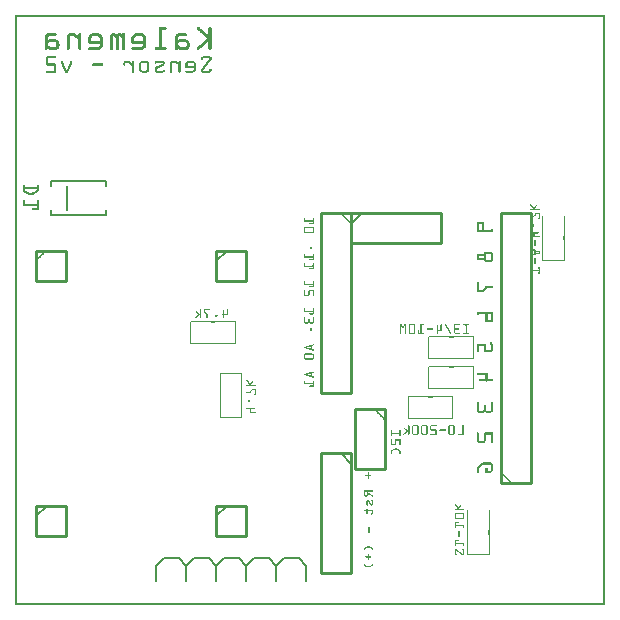
<source format=gbo>
G04 MADE WITH FRITZING*
G04 WWW.FRITZING.ORG*
G04 DOUBLE SIDED*
G04 HOLES PLATED*
G04 CONTOUR ON CENTER OF CONTOUR VECTOR*
%ASAXBY*%
%FSLAX23Y23*%
%MOIN*%
%OFA0B0*%
%SFA1.0B1.0*%
%ADD10C,0.010000*%
%ADD11C,0.005000*%
%ADD12C,0.008000*%
%ADD13R,0.001000X0.001000*%
%LNSILK0*%
G90*
G70*
G54D10*
X1621Y408D02*
X1621Y1308D01*
D02*
X1621Y1308D02*
X1721Y1308D01*
D02*
X1721Y1308D02*
X1721Y408D01*
D02*
X1721Y408D02*
X1621Y408D01*
D02*
X1234Y654D02*
X1234Y454D01*
D02*
X1234Y454D02*
X1134Y454D01*
D02*
X1134Y454D02*
X1134Y654D01*
D02*
X1134Y654D02*
X1234Y654D01*
D02*
X1121Y1308D02*
X1121Y708D01*
D02*
X1121Y708D02*
X1021Y708D01*
D02*
X1021Y708D02*
X1021Y1308D01*
D02*
X1021Y1308D02*
X1121Y1308D01*
D02*
X1121Y508D02*
X1121Y108D01*
D02*
X1121Y108D02*
X1021Y108D01*
D02*
X1021Y108D02*
X1021Y508D01*
D02*
X1021Y508D02*
X1121Y508D01*
G54D11*
D02*
X1121Y473D02*
X1086Y508D01*
G54D10*
D02*
X71Y333D02*
X171Y333D01*
D02*
X171Y333D02*
X171Y233D01*
D02*
X171Y233D02*
X71Y233D01*
D02*
X71Y233D02*
X71Y333D01*
G54D11*
D02*
X106Y333D02*
X71Y298D01*
G54D10*
D02*
X71Y1183D02*
X171Y1183D01*
D02*
X171Y1183D02*
X171Y1083D01*
D02*
X171Y1083D02*
X71Y1083D01*
D02*
X71Y1083D02*
X71Y1183D01*
D02*
X671Y1183D02*
X771Y1183D01*
D02*
X771Y1183D02*
X771Y1083D01*
D02*
X771Y1083D02*
X671Y1083D01*
D02*
X671Y1083D02*
X671Y1183D01*
G54D11*
D02*
X706Y1183D02*
X671Y1148D01*
G54D10*
D02*
X671Y333D02*
X771Y333D01*
D02*
X771Y333D02*
X771Y233D01*
D02*
X771Y233D02*
X671Y233D01*
D02*
X671Y233D02*
X671Y333D01*
G54D11*
D02*
X706Y333D02*
X671Y298D01*
G54D12*
D02*
X302Y1398D02*
X302Y1415D01*
D02*
X302Y1415D02*
X121Y1415D01*
D02*
X121Y1415D02*
X121Y1398D01*
D02*
X121Y1319D02*
X121Y1301D01*
D02*
X121Y1301D02*
X302Y1301D01*
D02*
X302Y1301D02*
X302Y1319D01*
D02*
X172Y1398D02*
X172Y1319D01*
D02*
X671Y83D02*
X671Y133D01*
D02*
X671Y133D02*
X696Y158D01*
D02*
X696Y158D02*
X746Y158D01*
D02*
X746Y158D02*
X771Y133D01*
D02*
X771Y133D02*
X771Y83D01*
D02*
X771Y83D02*
X771Y133D01*
D02*
X771Y133D02*
X796Y158D01*
D02*
X796Y158D02*
X846Y158D01*
D02*
X846Y158D02*
X871Y133D01*
D02*
X871Y133D02*
X871Y83D01*
D02*
X871Y83D02*
X871Y133D01*
D02*
X871Y133D02*
X896Y158D01*
D02*
X896Y158D02*
X946Y158D01*
D02*
X946Y158D02*
X971Y133D01*
D02*
X971Y133D02*
X971Y83D01*
D02*
X571Y83D02*
X571Y133D01*
D02*
X571Y133D02*
X596Y158D01*
D02*
X596Y158D02*
X646Y158D01*
D02*
X646Y158D02*
X671Y133D01*
D02*
X671Y133D02*
X671Y83D01*
D02*
X471Y83D02*
X471Y133D01*
D02*
X471Y133D02*
X496Y158D01*
D02*
X496Y158D02*
X546Y158D01*
D02*
X546Y158D02*
X571Y133D01*
D02*
X571Y133D02*
X571Y83D01*
G54D10*
D02*
X1121Y1308D02*
X1421Y1308D01*
D02*
X1421Y1308D02*
X1421Y1208D01*
D02*
X1421Y1208D02*
X1121Y1208D01*
D02*
X1121Y1208D02*
X1121Y1308D01*
G54D11*
D02*
X1156Y1308D02*
X1121Y1273D01*
G54D13*
X0Y1969D02*
X1967Y1969D01*
X0Y1968D02*
X1967Y1968D01*
X0Y1967D02*
X1967Y1967D01*
X0Y1966D02*
X1967Y1966D01*
X0Y1965D02*
X1967Y1965D01*
X0Y1964D02*
X1967Y1964D01*
X0Y1963D02*
X1967Y1963D01*
X0Y1962D02*
X1967Y1962D01*
X0Y1961D02*
X7Y1961D01*
X1960Y1961D02*
X1967Y1961D01*
X0Y1960D02*
X7Y1960D01*
X1960Y1960D02*
X1967Y1960D01*
X0Y1959D02*
X7Y1959D01*
X1960Y1959D02*
X1967Y1959D01*
X0Y1958D02*
X7Y1958D01*
X1960Y1958D02*
X1967Y1958D01*
X0Y1957D02*
X7Y1957D01*
X1960Y1957D02*
X1967Y1957D01*
X0Y1956D02*
X7Y1956D01*
X1960Y1956D02*
X1967Y1956D01*
X0Y1955D02*
X7Y1955D01*
X1960Y1955D02*
X1967Y1955D01*
X0Y1954D02*
X7Y1954D01*
X1960Y1954D02*
X1967Y1954D01*
X0Y1953D02*
X7Y1953D01*
X1960Y1953D02*
X1967Y1953D01*
X0Y1952D02*
X7Y1952D01*
X1960Y1952D02*
X1967Y1952D01*
X0Y1951D02*
X7Y1951D01*
X1960Y1951D02*
X1967Y1951D01*
X0Y1950D02*
X7Y1950D01*
X1960Y1950D02*
X1967Y1950D01*
X0Y1949D02*
X7Y1949D01*
X1960Y1949D02*
X1967Y1949D01*
X0Y1948D02*
X7Y1948D01*
X1960Y1948D02*
X1967Y1948D01*
X0Y1947D02*
X7Y1947D01*
X1960Y1947D02*
X1967Y1947D01*
X0Y1946D02*
X7Y1946D01*
X1960Y1946D02*
X1967Y1946D01*
X0Y1945D02*
X7Y1945D01*
X1960Y1945D02*
X1967Y1945D01*
X0Y1944D02*
X7Y1944D01*
X1960Y1944D02*
X1967Y1944D01*
X0Y1943D02*
X7Y1943D01*
X1960Y1943D02*
X1967Y1943D01*
X0Y1942D02*
X7Y1942D01*
X1960Y1942D02*
X1967Y1942D01*
X0Y1941D02*
X7Y1941D01*
X1960Y1941D02*
X1967Y1941D01*
X0Y1940D02*
X7Y1940D01*
X1960Y1940D02*
X1967Y1940D01*
X0Y1939D02*
X7Y1939D01*
X1960Y1939D02*
X1967Y1939D01*
X0Y1938D02*
X7Y1938D01*
X1960Y1938D02*
X1967Y1938D01*
X0Y1937D02*
X7Y1937D01*
X1960Y1937D02*
X1967Y1937D01*
X0Y1936D02*
X7Y1936D01*
X1960Y1936D02*
X1967Y1936D01*
X0Y1935D02*
X7Y1935D01*
X1960Y1935D02*
X1967Y1935D01*
X0Y1934D02*
X7Y1934D01*
X1960Y1934D02*
X1967Y1934D01*
X0Y1933D02*
X7Y1933D01*
X1960Y1933D02*
X1967Y1933D01*
X0Y1932D02*
X7Y1932D01*
X1960Y1932D02*
X1967Y1932D01*
X0Y1931D02*
X7Y1931D01*
X1960Y1931D02*
X1967Y1931D01*
X0Y1930D02*
X7Y1930D01*
X1960Y1930D02*
X1967Y1930D01*
X0Y1929D02*
X7Y1929D01*
X484Y1929D02*
X502Y1929D01*
X608Y1929D02*
X612Y1929D01*
X648Y1929D02*
X652Y1929D01*
X1960Y1929D02*
X1967Y1929D01*
X0Y1928D02*
X7Y1928D01*
X482Y1928D02*
X504Y1928D01*
X607Y1928D02*
X614Y1928D01*
X647Y1928D02*
X653Y1928D01*
X1960Y1928D02*
X1967Y1928D01*
X0Y1927D02*
X7Y1927D01*
X482Y1927D02*
X504Y1927D01*
X606Y1927D02*
X615Y1927D01*
X646Y1927D02*
X654Y1927D01*
X1960Y1927D02*
X1967Y1927D01*
X0Y1926D02*
X7Y1926D01*
X481Y1926D02*
X505Y1926D01*
X606Y1926D02*
X616Y1926D01*
X646Y1926D02*
X654Y1926D01*
X1960Y1926D02*
X1967Y1926D01*
X0Y1925D02*
X7Y1925D01*
X481Y1925D02*
X505Y1925D01*
X606Y1925D02*
X617Y1925D01*
X645Y1925D02*
X654Y1925D01*
X1960Y1925D02*
X1967Y1925D01*
X0Y1924D02*
X7Y1924D01*
X481Y1924D02*
X505Y1924D01*
X606Y1924D02*
X618Y1924D01*
X645Y1924D02*
X655Y1924D01*
X1960Y1924D02*
X1967Y1924D01*
X0Y1923D02*
X7Y1923D01*
X481Y1923D02*
X505Y1923D01*
X606Y1923D02*
X620Y1923D01*
X645Y1923D02*
X655Y1923D01*
X1960Y1923D02*
X1967Y1923D01*
X0Y1922D02*
X7Y1922D01*
X481Y1922D02*
X504Y1922D01*
X607Y1922D02*
X621Y1922D01*
X645Y1922D02*
X655Y1922D01*
X1960Y1922D02*
X1967Y1922D01*
X0Y1921D02*
X7Y1921D01*
X481Y1921D02*
X503Y1921D01*
X607Y1921D02*
X622Y1921D01*
X645Y1921D02*
X655Y1921D01*
X1960Y1921D02*
X1967Y1921D01*
X0Y1920D02*
X7Y1920D01*
X481Y1920D02*
X502Y1920D01*
X609Y1920D02*
X623Y1920D01*
X645Y1920D02*
X655Y1920D01*
X1960Y1920D02*
X1967Y1920D01*
X0Y1919D02*
X7Y1919D01*
X481Y1919D02*
X490Y1919D01*
X610Y1919D02*
X624Y1919D01*
X645Y1919D02*
X655Y1919D01*
X1960Y1919D02*
X1967Y1919D01*
X0Y1918D02*
X7Y1918D01*
X481Y1918D02*
X490Y1918D01*
X611Y1918D02*
X625Y1918D01*
X645Y1918D02*
X655Y1918D01*
X1960Y1918D02*
X1967Y1918D01*
X0Y1917D02*
X7Y1917D01*
X481Y1917D02*
X490Y1917D01*
X612Y1917D02*
X627Y1917D01*
X645Y1917D02*
X655Y1917D01*
X1960Y1917D02*
X1967Y1917D01*
X0Y1916D02*
X7Y1916D01*
X481Y1916D02*
X490Y1916D01*
X613Y1916D02*
X628Y1916D01*
X645Y1916D02*
X655Y1916D01*
X1960Y1916D02*
X1967Y1916D01*
X0Y1915D02*
X7Y1915D01*
X481Y1915D02*
X490Y1915D01*
X614Y1915D02*
X629Y1915D01*
X645Y1915D02*
X655Y1915D01*
X1960Y1915D02*
X1967Y1915D01*
X0Y1914D02*
X7Y1914D01*
X481Y1914D02*
X490Y1914D01*
X616Y1914D02*
X630Y1914D01*
X645Y1914D02*
X655Y1914D01*
X1960Y1914D02*
X1967Y1914D01*
X0Y1913D02*
X7Y1913D01*
X481Y1913D02*
X490Y1913D01*
X617Y1913D02*
X631Y1913D01*
X645Y1913D02*
X655Y1913D01*
X1960Y1913D02*
X1967Y1913D01*
X0Y1912D02*
X7Y1912D01*
X481Y1912D02*
X490Y1912D01*
X618Y1912D02*
X632Y1912D01*
X645Y1912D02*
X655Y1912D01*
X1960Y1912D02*
X1967Y1912D01*
X0Y1911D02*
X7Y1911D01*
X481Y1911D02*
X490Y1911D01*
X619Y1911D02*
X634Y1911D01*
X645Y1911D02*
X655Y1911D01*
X1960Y1911D02*
X1967Y1911D01*
X0Y1910D02*
X7Y1910D01*
X481Y1910D02*
X490Y1910D01*
X620Y1910D02*
X635Y1910D01*
X645Y1910D02*
X655Y1910D01*
X1960Y1910D02*
X1967Y1910D01*
X0Y1909D02*
X7Y1909D01*
X481Y1909D02*
X490Y1909D01*
X621Y1909D02*
X636Y1909D01*
X645Y1909D02*
X655Y1909D01*
X1960Y1909D02*
X1967Y1909D01*
X0Y1908D02*
X7Y1908D01*
X112Y1908D02*
X136Y1908D01*
X184Y1908D02*
X197Y1908D01*
X215Y1908D02*
X218Y1908D01*
X259Y1908D02*
X278Y1908D01*
X327Y1908D02*
X330Y1908D01*
X345Y1908D02*
X351Y1908D01*
X360Y1908D02*
X363Y1908D01*
X404Y1908D02*
X423Y1908D01*
X481Y1908D02*
X490Y1908D01*
X545Y1908D02*
X569Y1908D01*
X623Y1908D02*
X637Y1908D01*
X645Y1908D02*
X655Y1908D01*
X1960Y1908D02*
X1967Y1908D01*
X0Y1907D02*
X7Y1907D01*
X109Y1907D02*
X137Y1907D01*
X181Y1907D02*
X199Y1907D01*
X213Y1907D02*
X219Y1907D01*
X256Y1907D02*
X281Y1907D01*
X324Y1907D02*
X333Y1907D01*
X343Y1907D02*
X353Y1907D01*
X359Y1907D02*
X365Y1907D01*
X401Y1907D02*
X426Y1907D01*
X481Y1907D02*
X490Y1907D01*
X543Y1907D02*
X571Y1907D01*
X624Y1907D02*
X638Y1907D01*
X645Y1907D02*
X655Y1907D01*
X1960Y1907D02*
X1967Y1907D01*
X0Y1906D02*
X7Y1906D01*
X107Y1906D02*
X138Y1906D01*
X179Y1906D02*
X201Y1906D01*
X213Y1906D02*
X220Y1906D01*
X255Y1906D02*
X283Y1906D01*
X322Y1906D02*
X335Y1906D01*
X341Y1906D02*
X355Y1906D01*
X358Y1906D02*
X365Y1906D01*
X399Y1906D02*
X427Y1906D01*
X481Y1906D02*
X490Y1906D01*
X541Y1906D02*
X572Y1906D01*
X625Y1906D02*
X639Y1906D01*
X645Y1906D02*
X655Y1906D01*
X1960Y1906D02*
X1967Y1906D01*
X0Y1905D02*
X7Y1905D01*
X106Y1905D02*
X138Y1905D01*
X178Y1905D02*
X203Y1905D01*
X212Y1905D02*
X221Y1905D01*
X253Y1905D02*
X284Y1905D01*
X321Y1905D02*
X337Y1905D01*
X340Y1905D02*
X366Y1905D01*
X398Y1905D02*
X429Y1905D01*
X481Y1905D02*
X490Y1905D01*
X540Y1905D02*
X572Y1905D01*
X626Y1905D02*
X641Y1905D01*
X645Y1905D02*
X655Y1905D01*
X1960Y1905D02*
X1967Y1905D01*
X0Y1904D02*
X7Y1904D01*
X105Y1904D02*
X139Y1904D01*
X177Y1904D02*
X204Y1904D01*
X212Y1904D02*
X221Y1904D01*
X252Y1904D02*
X285Y1904D01*
X320Y1904D02*
X366Y1904D01*
X397Y1904D02*
X430Y1904D01*
X481Y1904D02*
X490Y1904D01*
X538Y1904D02*
X572Y1904D01*
X627Y1904D02*
X642Y1904D01*
X645Y1904D02*
X655Y1904D01*
X1960Y1904D02*
X1967Y1904D01*
X0Y1903D02*
X7Y1903D01*
X104Y1903D02*
X139Y1903D01*
X176Y1903D02*
X206Y1903D01*
X212Y1903D02*
X221Y1903D01*
X251Y1903D02*
X286Y1903D01*
X319Y1903D02*
X366Y1903D01*
X395Y1903D02*
X431Y1903D01*
X481Y1903D02*
X490Y1903D01*
X538Y1903D02*
X572Y1903D01*
X628Y1903D02*
X643Y1903D01*
X645Y1903D02*
X655Y1903D01*
X1960Y1903D02*
X1967Y1903D01*
X0Y1902D02*
X7Y1902D01*
X103Y1902D02*
X138Y1902D01*
X175Y1902D02*
X208Y1902D01*
X212Y1902D02*
X221Y1902D01*
X250Y1902D02*
X288Y1902D01*
X318Y1902D02*
X366Y1902D01*
X394Y1902D02*
X432Y1902D01*
X481Y1902D02*
X490Y1902D01*
X537Y1902D02*
X572Y1902D01*
X630Y1902D02*
X655Y1902D01*
X1960Y1902D02*
X1967Y1902D01*
X0Y1901D02*
X7Y1901D01*
X102Y1901D02*
X138Y1901D01*
X175Y1901D02*
X209Y1901D01*
X212Y1901D02*
X221Y1901D01*
X249Y1901D02*
X289Y1901D01*
X318Y1901D02*
X366Y1901D01*
X393Y1901D02*
X433Y1901D01*
X481Y1901D02*
X490Y1901D01*
X536Y1901D02*
X572Y1901D01*
X631Y1901D02*
X655Y1901D01*
X1960Y1901D02*
X1967Y1901D01*
X0Y1900D02*
X7Y1900D01*
X102Y1900D02*
X137Y1900D01*
X174Y1900D02*
X221Y1900D01*
X248Y1900D02*
X290Y1900D01*
X317Y1900D02*
X366Y1900D01*
X392Y1900D02*
X434Y1900D01*
X481Y1900D02*
X490Y1900D01*
X536Y1900D02*
X571Y1900D01*
X632Y1900D02*
X655Y1900D01*
X1960Y1900D02*
X1967Y1900D01*
X0Y1899D02*
X7Y1899D01*
X102Y1899D02*
X136Y1899D01*
X174Y1899D02*
X221Y1899D01*
X247Y1899D02*
X290Y1899D01*
X317Y1899D02*
X366Y1899D01*
X392Y1899D02*
X435Y1899D01*
X481Y1899D02*
X490Y1899D01*
X535Y1899D02*
X570Y1899D01*
X633Y1899D02*
X655Y1899D01*
X1960Y1899D02*
X1967Y1899D01*
X0Y1898D02*
X7Y1898D01*
X101Y1898D02*
X113Y1898D01*
X173Y1898D02*
X185Y1898D01*
X196Y1898D02*
X221Y1898D01*
X246Y1898D02*
X260Y1898D01*
X278Y1898D02*
X291Y1898D01*
X317Y1898D02*
X327Y1898D01*
X330Y1898D02*
X346Y1898D01*
X350Y1898D02*
X366Y1898D01*
X391Y1898D02*
X405Y1898D01*
X422Y1898D02*
X435Y1898D01*
X481Y1898D02*
X490Y1898D01*
X535Y1898D02*
X546Y1898D01*
X634Y1898D02*
X655Y1898D01*
X1960Y1898D02*
X1967Y1898D01*
X0Y1897D02*
X7Y1897D01*
X101Y1897D02*
X112Y1897D01*
X173Y1897D02*
X184Y1897D01*
X198Y1897D02*
X221Y1897D01*
X246Y1897D02*
X258Y1897D01*
X279Y1897D02*
X291Y1897D01*
X317Y1897D02*
X326Y1897D01*
X331Y1897D02*
X346Y1897D01*
X351Y1897D02*
X366Y1897D01*
X390Y1897D02*
X403Y1897D01*
X424Y1897D02*
X436Y1897D01*
X481Y1897D02*
X490Y1897D01*
X535Y1897D02*
X545Y1897D01*
X635Y1897D02*
X655Y1897D01*
X1960Y1897D02*
X1967Y1897D01*
X0Y1896D02*
X7Y1896D01*
X101Y1896D02*
X111Y1896D01*
X173Y1896D02*
X183Y1896D01*
X199Y1896D02*
X221Y1896D01*
X245Y1896D02*
X257Y1896D01*
X280Y1896D02*
X292Y1896D01*
X317Y1896D02*
X326Y1896D01*
X333Y1896D02*
X346Y1896D01*
X352Y1896D02*
X366Y1896D01*
X390Y1896D02*
X401Y1896D01*
X425Y1896D02*
X436Y1896D01*
X481Y1896D02*
X490Y1896D01*
X534Y1896D02*
X545Y1896D01*
X637Y1896D02*
X655Y1896D01*
X1960Y1896D02*
X1967Y1896D01*
X0Y1895D02*
X7Y1895D01*
X101Y1895D02*
X111Y1895D01*
X173Y1895D02*
X182Y1895D01*
X201Y1895D02*
X221Y1895D01*
X245Y1895D02*
X256Y1895D01*
X281Y1895D02*
X292Y1895D01*
X317Y1895D02*
X326Y1895D01*
X334Y1895D02*
X346Y1895D01*
X354Y1895D02*
X366Y1895D01*
X390Y1895D02*
X400Y1895D01*
X426Y1895D02*
X437Y1895D01*
X481Y1895D02*
X490Y1895D01*
X534Y1895D02*
X544Y1895D01*
X638Y1895D02*
X655Y1895D01*
X1960Y1895D02*
X1967Y1895D01*
X0Y1894D02*
X7Y1894D01*
X101Y1894D02*
X110Y1894D01*
X173Y1894D02*
X182Y1894D01*
X202Y1894D02*
X221Y1894D01*
X245Y1894D02*
X255Y1894D01*
X282Y1894D02*
X293Y1894D01*
X317Y1894D02*
X326Y1894D01*
X335Y1894D02*
X346Y1894D01*
X355Y1894D02*
X366Y1894D01*
X389Y1894D02*
X399Y1894D01*
X427Y1894D02*
X437Y1894D01*
X481Y1894D02*
X490Y1894D01*
X534Y1894D02*
X544Y1894D01*
X639Y1894D02*
X655Y1894D01*
X1960Y1894D02*
X1967Y1894D01*
X0Y1893D02*
X7Y1893D01*
X101Y1893D02*
X110Y1893D01*
X173Y1893D02*
X182Y1893D01*
X204Y1893D02*
X221Y1893D01*
X245Y1893D02*
X254Y1893D01*
X283Y1893D02*
X293Y1893D01*
X317Y1893D02*
X326Y1893D01*
X336Y1893D02*
X346Y1893D01*
X356Y1893D02*
X366Y1893D01*
X389Y1893D02*
X399Y1893D01*
X428Y1893D02*
X437Y1893D01*
X481Y1893D02*
X490Y1893D01*
X534Y1893D02*
X544Y1893D01*
X640Y1893D02*
X655Y1893D01*
X1960Y1893D02*
X1967Y1893D01*
X0Y1892D02*
X7Y1892D01*
X101Y1892D02*
X110Y1892D01*
X173Y1892D02*
X182Y1892D01*
X205Y1892D02*
X221Y1892D01*
X244Y1892D02*
X254Y1892D01*
X284Y1892D02*
X293Y1892D01*
X317Y1892D02*
X326Y1892D01*
X337Y1892D02*
X346Y1892D01*
X357Y1892D02*
X366Y1892D01*
X389Y1892D02*
X398Y1892D01*
X428Y1892D02*
X438Y1892D01*
X481Y1892D02*
X490Y1892D01*
X534Y1892D02*
X544Y1892D01*
X641Y1892D02*
X655Y1892D01*
X1960Y1892D02*
X1967Y1892D01*
X0Y1891D02*
X7Y1891D01*
X101Y1891D02*
X110Y1891D01*
X173Y1891D02*
X182Y1891D01*
X207Y1891D02*
X221Y1891D01*
X244Y1891D02*
X254Y1891D01*
X284Y1891D02*
X293Y1891D01*
X317Y1891D02*
X326Y1891D01*
X337Y1891D02*
X346Y1891D01*
X357Y1891D02*
X366Y1891D01*
X389Y1891D02*
X398Y1891D01*
X429Y1891D02*
X438Y1891D01*
X481Y1891D02*
X490Y1891D01*
X534Y1891D02*
X544Y1891D01*
X642Y1891D02*
X655Y1891D01*
X1960Y1891D02*
X1967Y1891D01*
X0Y1890D02*
X7Y1890D01*
X101Y1890D02*
X110Y1890D01*
X173Y1890D02*
X182Y1890D01*
X209Y1890D02*
X221Y1890D01*
X244Y1890D02*
X253Y1890D01*
X284Y1890D02*
X293Y1890D01*
X317Y1890D02*
X326Y1890D01*
X337Y1890D02*
X346Y1890D01*
X357Y1890D02*
X366Y1890D01*
X389Y1890D02*
X398Y1890D01*
X429Y1890D02*
X438Y1890D01*
X481Y1890D02*
X490Y1890D01*
X534Y1890D02*
X544Y1890D01*
X642Y1890D02*
X655Y1890D01*
X1960Y1890D02*
X1967Y1890D01*
X0Y1889D02*
X7Y1889D01*
X101Y1889D02*
X110Y1889D01*
X173Y1889D02*
X182Y1889D01*
X210Y1889D02*
X221Y1889D01*
X244Y1889D02*
X253Y1889D01*
X284Y1889D02*
X293Y1889D01*
X317Y1889D02*
X326Y1889D01*
X337Y1889D02*
X346Y1889D01*
X357Y1889D02*
X366Y1889D01*
X389Y1889D02*
X398Y1889D01*
X429Y1889D02*
X438Y1889D01*
X481Y1889D02*
X490Y1889D01*
X534Y1889D02*
X544Y1889D01*
X641Y1889D02*
X655Y1889D01*
X1960Y1889D02*
X1967Y1889D01*
X0Y1888D02*
X7Y1888D01*
X101Y1888D02*
X110Y1888D01*
X173Y1888D02*
X182Y1888D01*
X212Y1888D02*
X221Y1888D01*
X244Y1888D02*
X253Y1888D01*
X284Y1888D02*
X293Y1888D01*
X317Y1888D02*
X326Y1888D01*
X337Y1888D02*
X346Y1888D01*
X357Y1888D02*
X366Y1888D01*
X389Y1888D02*
X398Y1888D01*
X429Y1888D02*
X438Y1888D01*
X481Y1888D02*
X490Y1888D01*
X534Y1888D02*
X544Y1888D01*
X640Y1888D02*
X655Y1888D01*
X1960Y1888D02*
X1967Y1888D01*
X0Y1887D02*
X7Y1887D01*
X101Y1887D02*
X110Y1887D01*
X113Y1887D02*
X137Y1887D01*
X173Y1887D02*
X182Y1887D01*
X212Y1887D02*
X221Y1887D01*
X244Y1887D02*
X253Y1887D01*
X284Y1887D02*
X293Y1887D01*
X317Y1887D02*
X326Y1887D01*
X337Y1887D02*
X346Y1887D01*
X357Y1887D02*
X366Y1887D01*
X389Y1887D02*
X398Y1887D01*
X429Y1887D02*
X438Y1887D01*
X481Y1887D02*
X490Y1887D01*
X534Y1887D02*
X544Y1887D01*
X546Y1887D02*
X571Y1887D01*
X638Y1887D02*
X655Y1887D01*
X1960Y1887D02*
X1967Y1887D01*
X0Y1886D02*
X7Y1886D01*
X101Y1886D02*
X140Y1886D01*
X173Y1886D02*
X182Y1886D01*
X212Y1886D02*
X221Y1886D01*
X244Y1886D02*
X253Y1886D01*
X284Y1886D02*
X293Y1886D01*
X317Y1886D02*
X326Y1886D01*
X337Y1886D02*
X346Y1886D01*
X357Y1886D02*
X366Y1886D01*
X389Y1886D02*
X398Y1886D01*
X429Y1886D02*
X438Y1886D01*
X481Y1886D02*
X490Y1886D01*
X534Y1886D02*
X574Y1886D01*
X637Y1886D02*
X655Y1886D01*
X1960Y1886D02*
X1967Y1886D01*
X0Y1885D02*
X7Y1885D01*
X101Y1885D02*
X142Y1885D01*
X173Y1885D02*
X182Y1885D01*
X212Y1885D02*
X221Y1885D01*
X244Y1885D02*
X253Y1885D01*
X284Y1885D02*
X293Y1885D01*
X317Y1885D02*
X326Y1885D01*
X337Y1885D02*
X346Y1885D01*
X357Y1885D02*
X366Y1885D01*
X389Y1885D02*
X398Y1885D01*
X429Y1885D02*
X438Y1885D01*
X481Y1885D02*
X490Y1885D01*
X534Y1885D02*
X575Y1885D01*
X636Y1885D02*
X655Y1885D01*
X1960Y1885D02*
X1967Y1885D01*
X0Y1884D02*
X7Y1884D01*
X101Y1884D02*
X143Y1884D01*
X173Y1884D02*
X182Y1884D01*
X212Y1884D02*
X221Y1884D01*
X244Y1884D02*
X253Y1884D01*
X284Y1884D02*
X293Y1884D01*
X317Y1884D02*
X326Y1884D01*
X337Y1884D02*
X346Y1884D01*
X357Y1884D02*
X366Y1884D01*
X389Y1884D02*
X398Y1884D01*
X429Y1884D02*
X438Y1884D01*
X481Y1884D02*
X490Y1884D01*
X534Y1884D02*
X577Y1884D01*
X635Y1884D02*
X655Y1884D01*
X1960Y1884D02*
X1967Y1884D01*
X0Y1883D02*
X7Y1883D01*
X101Y1883D02*
X144Y1883D01*
X173Y1883D02*
X182Y1883D01*
X212Y1883D02*
X221Y1883D01*
X244Y1883D02*
X293Y1883D01*
X317Y1883D02*
X326Y1883D01*
X337Y1883D02*
X346Y1883D01*
X357Y1883D02*
X366Y1883D01*
X389Y1883D02*
X438Y1883D01*
X481Y1883D02*
X490Y1883D01*
X534Y1883D02*
X578Y1883D01*
X634Y1883D02*
X655Y1883D01*
X1960Y1883D02*
X1967Y1883D01*
X0Y1882D02*
X7Y1882D01*
X101Y1882D02*
X145Y1882D01*
X173Y1882D02*
X182Y1882D01*
X212Y1882D02*
X221Y1882D01*
X244Y1882D02*
X293Y1882D01*
X317Y1882D02*
X326Y1882D01*
X337Y1882D02*
X346Y1882D01*
X357Y1882D02*
X366Y1882D01*
X389Y1882D02*
X438Y1882D01*
X481Y1882D02*
X490Y1882D01*
X534Y1882D02*
X579Y1882D01*
X633Y1882D02*
X655Y1882D01*
X1960Y1882D02*
X1967Y1882D01*
X0Y1881D02*
X7Y1881D01*
X101Y1881D02*
X146Y1881D01*
X173Y1881D02*
X182Y1881D01*
X212Y1881D02*
X221Y1881D01*
X244Y1881D02*
X293Y1881D01*
X317Y1881D02*
X326Y1881D01*
X337Y1881D02*
X346Y1881D01*
X357Y1881D02*
X366Y1881D01*
X389Y1881D02*
X438Y1881D01*
X481Y1881D02*
X490Y1881D01*
X534Y1881D02*
X579Y1881D01*
X631Y1881D02*
X655Y1881D01*
X1960Y1881D02*
X1967Y1881D01*
X0Y1880D02*
X7Y1880D01*
X101Y1880D02*
X146Y1880D01*
X173Y1880D02*
X182Y1880D01*
X212Y1880D02*
X221Y1880D01*
X244Y1880D02*
X293Y1880D01*
X317Y1880D02*
X326Y1880D01*
X337Y1880D02*
X346Y1880D01*
X357Y1880D02*
X366Y1880D01*
X389Y1880D02*
X438Y1880D01*
X481Y1880D02*
X490Y1880D01*
X534Y1880D02*
X580Y1880D01*
X630Y1880D02*
X655Y1880D01*
X1960Y1880D02*
X1967Y1880D01*
X0Y1879D02*
X7Y1879D01*
X101Y1879D02*
X147Y1879D01*
X173Y1879D02*
X182Y1879D01*
X212Y1879D02*
X221Y1879D01*
X244Y1879D02*
X293Y1879D01*
X317Y1879D02*
X326Y1879D01*
X337Y1879D02*
X346Y1879D01*
X357Y1879D02*
X366Y1879D01*
X389Y1879D02*
X438Y1879D01*
X481Y1879D02*
X490Y1879D01*
X534Y1879D02*
X581Y1879D01*
X629Y1879D02*
X655Y1879D01*
X1960Y1879D02*
X1967Y1879D01*
X0Y1878D02*
X7Y1878D01*
X101Y1878D02*
X147Y1878D01*
X173Y1878D02*
X182Y1878D01*
X212Y1878D02*
X221Y1878D01*
X244Y1878D02*
X293Y1878D01*
X317Y1878D02*
X326Y1878D01*
X337Y1878D02*
X346Y1878D01*
X357Y1878D02*
X366Y1878D01*
X389Y1878D02*
X438Y1878D01*
X481Y1878D02*
X490Y1878D01*
X534Y1878D02*
X581Y1878D01*
X628Y1878D02*
X642Y1878D01*
X645Y1878D02*
X655Y1878D01*
X1960Y1878D02*
X1967Y1878D01*
X0Y1877D02*
X7Y1877D01*
X101Y1877D02*
X113Y1877D01*
X136Y1877D02*
X148Y1877D01*
X173Y1877D02*
X182Y1877D01*
X212Y1877D02*
X221Y1877D01*
X245Y1877D02*
X293Y1877D01*
X317Y1877D02*
X326Y1877D01*
X337Y1877D02*
X346Y1877D01*
X357Y1877D02*
X366Y1877D01*
X389Y1877D02*
X438Y1877D01*
X481Y1877D02*
X490Y1877D01*
X534Y1877D02*
X547Y1877D01*
X570Y1877D02*
X581Y1877D01*
X627Y1877D02*
X641Y1877D01*
X645Y1877D02*
X655Y1877D01*
X1960Y1877D02*
X1967Y1877D01*
X0Y1876D02*
X7Y1876D01*
X101Y1876D02*
X111Y1876D01*
X138Y1876D02*
X148Y1876D01*
X173Y1876D02*
X182Y1876D01*
X212Y1876D02*
X221Y1876D01*
X245Y1876D02*
X293Y1876D01*
X317Y1876D02*
X326Y1876D01*
X337Y1876D02*
X346Y1876D01*
X357Y1876D02*
X366Y1876D01*
X389Y1876D02*
X438Y1876D01*
X481Y1876D02*
X490Y1876D01*
X534Y1876D02*
X545Y1876D01*
X571Y1876D02*
X582Y1876D01*
X625Y1876D02*
X640Y1876D01*
X645Y1876D02*
X655Y1876D01*
X1960Y1876D02*
X1967Y1876D01*
X0Y1875D02*
X7Y1875D01*
X101Y1875D02*
X110Y1875D01*
X139Y1875D02*
X148Y1875D01*
X173Y1875D02*
X182Y1875D01*
X212Y1875D02*
X221Y1875D01*
X245Y1875D02*
X293Y1875D01*
X317Y1875D02*
X326Y1875D01*
X337Y1875D02*
X346Y1875D01*
X357Y1875D02*
X366Y1875D01*
X390Y1875D02*
X438Y1875D01*
X481Y1875D02*
X490Y1875D01*
X534Y1875D02*
X544Y1875D01*
X572Y1875D02*
X582Y1875D01*
X624Y1875D02*
X639Y1875D01*
X645Y1875D02*
X655Y1875D01*
X1960Y1875D02*
X1967Y1875D01*
X0Y1874D02*
X7Y1874D01*
X101Y1874D02*
X110Y1874D01*
X139Y1874D02*
X148Y1874D01*
X173Y1874D02*
X182Y1874D01*
X212Y1874D02*
X221Y1874D01*
X246Y1874D02*
X293Y1874D01*
X317Y1874D02*
X326Y1874D01*
X337Y1874D02*
X346Y1874D01*
X357Y1874D02*
X366Y1874D01*
X391Y1874D02*
X438Y1874D01*
X481Y1874D02*
X490Y1874D01*
X534Y1874D02*
X544Y1874D01*
X573Y1874D02*
X582Y1874D01*
X623Y1874D02*
X638Y1874D01*
X645Y1874D02*
X655Y1874D01*
X1960Y1874D02*
X1967Y1874D01*
X0Y1873D02*
X7Y1873D01*
X101Y1873D02*
X110Y1873D01*
X139Y1873D02*
X149Y1873D01*
X173Y1873D02*
X182Y1873D01*
X212Y1873D02*
X221Y1873D01*
X249Y1873D02*
X293Y1873D01*
X317Y1873D02*
X326Y1873D01*
X337Y1873D02*
X346Y1873D01*
X357Y1873D02*
X366Y1873D01*
X394Y1873D02*
X438Y1873D01*
X481Y1873D02*
X490Y1873D01*
X534Y1873D02*
X543Y1873D01*
X573Y1873D02*
X582Y1873D01*
X622Y1873D02*
X637Y1873D01*
X645Y1873D02*
X655Y1873D01*
X1960Y1873D02*
X1967Y1873D01*
X0Y1872D02*
X7Y1872D01*
X101Y1872D02*
X109Y1872D01*
X139Y1872D02*
X149Y1872D01*
X173Y1872D02*
X182Y1872D01*
X212Y1872D02*
X221Y1872D01*
X284Y1872D02*
X293Y1872D01*
X317Y1872D02*
X326Y1872D01*
X337Y1872D02*
X346Y1872D01*
X357Y1872D02*
X366Y1872D01*
X429Y1872D02*
X438Y1872D01*
X481Y1872D02*
X490Y1872D01*
X534Y1872D02*
X543Y1872D01*
X573Y1872D02*
X582Y1872D01*
X621Y1872D02*
X635Y1872D01*
X645Y1872D02*
X655Y1872D01*
X1960Y1872D02*
X1967Y1872D01*
X0Y1871D02*
X7Y1871D01*
X101Y1871D02*
X109Y1871D01*
X139Y1871D02*
X149Y1871D01*
X173Y1871D02*
X182Y1871D01*
X212Y1871D02*
X221Y1871D01*
X284Y1871D02*
X293Y1871D01*
X317Y1871D02*
X326Y1871D01*
X337Y1871D02*
X346Y1871D01*
X357Y1871D02*
X366Y1871D01*
X429Y1871D02*
X438Y1871D01*
X481Y1871D02*
X490Y1871D01*
X534Y1871D02*
X543Y1871D01*
X573Y1871D02*
X582Y1871D01*
X620Y1871D02*
X634Y1871D01*
X645Y1871D02*
X655Y1871D01*
X1960Y1871D02*
X1967Y1871D01*
X0Y1870D02*
X7Y1870D01*
X101Y1870D02*
X109Y1870D01*
X139Y1870D02*
X149Y1870D01*
X173Y1870D02*
X182Y1870D01*
X212Y1870D02*
X221Y1870D01*
X284Y1870D02*
X293Y1870D01*
X317Y1870D02*
X326Y1870D01*
X337Y1870D02*
X346Y1870D01*
X357Y1870D02*
X366Y1870D01*
X429Y1870D02*
X438Y1870D01*
X481Y1870D02*
X490Y1870D01*
X534Y1870D02*
X543Y1870D01*
X573Y1870D02*
X582Y1870D01*
X618Y1870D02*
X633Y1870D01*
X645Y1870D02*
X655Y1870D01*
X1960Y1870D02*
X1967Y1870D01*
X0Y1869D02*
X7Y1869D01*
X101Y1869D02*
X109Y1869D01*
X139Y1869D02*
X149Y1869D01*
X173Y1869D02*
X182Y1869D01*
X212Y1869D02*
X221Y1869D01*
X284Y1869D02*
X293Y1869D01*
X317Y1869D02*
X326Y1869D01*
X337Y1869D02*
X346Y1869D01*
X357Y1869D02*
X366Y1869D01*
X428Y1869D02*
X438Y1869D01*
X481Y1869D02*
X490Y1869D01*
X534Y1869D02*
X543Y1869D01*
X573Y1869D02*
X582Y1869D01*
X617Y1869D02*
X632Y1869D01*
X645Y1869D02*
X655Y1869D01*
X1960Y1869D02*
X1967Y1869D01*
X0Y1868D02*
X7Y1868D01*
X101Y1868D02*
X110Y1868D01*
X139Y1868D02*
X149Y1868D01*
X173Y1868D02*
X182Y1868D01*
X212Y1868D02*
X221Y1868D01*
X284Y1868D02*
X293Y1868D01*
X317Y1868D02*
X326Y1868D01*
X337Y1868D02*
X346Y1868D01*
X357Y1868D02*
X366Y1868D01*
X428Y1868D02*
X438Y1868D01*
X481Y1868D02*
X490Y1868D01*
X534Y1868D02*
X543Y1868D01*
X573Y1868D02*
X582Y1868D01*
X616Y1868D02*
X631Y1868D01*
X645Y1868D02*
X655Y1868D01*
X1960Y1868D02*
X1967Y1868D01*
X0Y1867D02*
X7Y1867D01*
X101Y1867D02*
X111Y1867D01*
X139Y1867D02*
X149Y1867D01*
X173Y1867D02*
X182Y1867D01*
X212Y1867D02*
X221Y1867D01*
X283Y1867D02*
X293Y1867D01*
X317Y1867D02*
X326Y1867D01*
X337Y1867D02*
X346Y1867D01*
X357Y1867D02*
X366Y1867D01*
X428Y1867D02*
X437Y1867D01*
X481Y1867D02*
X490Y1867D01*
X534Y1867D02*
X545Y1867D01*
X573Y1867D02*
X582Y1867D01*
X615Y1867D02*
X630Y1867D01*
X645Y1867D02*
X655Y1867D01*
X1960Y1867D02*
X1967Y1867D01*
X0Y1866D02*
X7Y1866D01*
X101Y1866D02*
X113Y1866D01*
X139Y1866D02*
X149Y1866D01*
X173Y1866D02*
X182Y1866D01*
X212Y1866D02*
X221Y1866D01*
X282Y1866D02*
X293Y1866D01*
X317Y1866D02*
X326Y1866D01*
X337Y1866D02*
X346Y1866D01*
X357Y1866D02*
X366Y1866D01*
X427Y1866D02*
X437Y1866D01*
X481Y1866D02*
X490Y1866D01*
X534Y1866D02*
X547Y1866D01*
X573Y1866D02*
X582Y1866D01*
X614Y1866D02*
X628Y1866D01*
X645Y1866D02*
X655Y1866D01*
X1960Y1866D02*
X1967Y1866D01*
X0Y1865D02*
X7Y1865D01*
X101Y1865D02*
X115Y1865D01*
X139Y1865D02*
X148Y1865D01*
X173Y1865D02*
X182Y1865D01*
X212Y1865D02*
X221Y1865D01*
X281Y1865D02*
X292Y1865D01*
X317Y1865D02*
X326Y1865D01*
X337Y1865D02*
X346Y1865D01*
X357Y1865D02*
X366Y1865D01*
X426Y1865D02*
X437Y1865D01*
X481Y1865D02*
X490Y1865D01*
X534Y1865D02*
X548Y1865D01*
X573Y1865D02*
X582Y1865D01*
X613Y1865D02*
X627Y1865D01*
X645Y1865D02*
X655Y1865D01*
X1960Y1865D02*
X1967Y1865D01*
X0Y1864D02*
X7Y1864D01*
X101Y1864D02*
X117Y1864D01*
X139Y1864D02*
X148Y1864D01*
X173Y1864D02*
X182Y1864D01*
X212Y1864D02*
X221Y1864D01*
X280Y1864D02*
X292Y1864D01*
X317Y1864D02*
X326Y1864D01*
X337Y1864D02*
X346Y1864D01*
X357Y1864D02*
X366Y1864D01*
X425Y1864D02*
X437Y1864D01*
X481Y1864D02*
X490Y1864D01*
X534Y1864D02*
X550Y1864D01*
X572Y1864D02*
X582Y1864D01*
X611Y1864D02*
X626Y1864D01*
X645Y1864D02*
X655Y1864D01*
X1960Y1864D02*
X1967Y1864D01*
X0Y1863D02*
X7Y1863D01*
X101Y1863D02*
X118Y1863D01*
X138Y1863D02*
X148Y1863D01*
X173Y1863D02*
X182Y1863D01*
X212Y1863D02*
X221Y1863D01*
X279Y1863D02*
X292Y1863D01*
X317Y1863D02*
X326Y1863D01*
X337Y1863D02*
X346Y1863D01*
X357Y1863D02*
X366Y1863D01*
X423Y1863D02*
X436Y1863D01*
X481Y1863D02*
X490Y1863D01*
X534Y1863D02*
X552Y1863D01*
X571Y1863D02*
X582Y1863D01*
X610Y1863D02*
X625Y1863D01*
X645Y1863D02*
X655Y1863D01*
X1960Y1863D02*
X1967Y1863D01*
X0Y1862D02*
X7Y1862D01*
X101Y1862D02*
X120Y1862D01*
X135Y1862D02*
X148Y1862D01*
X173Y1862D02*
X182Y1862D01*
X212Y1862D02*
X221Y1862D01*
X276Y1862D02*
X291Y1862D01*
X317Y1862D02*
X326Y1862D01*
X337Y1862D02*
X346Y1862D01*
X357Y1862D02*
X366Y1862D01*
X421Y1862D02*
X436Y1862D01*
X481Y1862D02*
X490Y1862D01*
X534Y1862D02*
X554Y1862D01*
X569Y1862D02*
X581Y1862D01*
X609Y1862D02*
X624Y1862D01*
X645Y1862D02*
X655Y1862D01*
X1960Y1862D02*
X1967Y1862D01*
X0Y1861D02*
X7Y1861D01*
X101Y1861D02*
X147Y1861D01*
X173Y1861D02*
X182Y1861D01*
X212Y1861D02*
X221Y1861D01*
X247Y1861D02*
X290Y1861D01*
X317Y1861D02*
X326Y1861D01*
X337Y1861D02*
X346Y1861D01*
X357Y1861D02*
X366Y1861D01*
X391Y1861D02*
X435Y1861D01*
X469Y1861D02*
X503Y1861D01*
X534Y1861D02*
X581Y1861D01*
X608Y1861D02*
X623Y1861D01*
X645Y1861D02*
X655Y1861D01*
X1960Y1861D02*
X1967Y1861D01*
X0Y1860D02*
X7Y1860D01*
X101Y1860D02*
X147Y1860D01*
X173Y1860D02*
X182Y1860D01*
X212Y1860D02*
X221Y1860D01*
X246Y1860D02*
X289Y1860D01*
X317Y1860D02*
X326Y1860D01*
X337Y1860D02*
X346Y1860D01*
X357Y1860D02*
X366Y1860D01*
X390Y1860D02*
X434Y1860D01*
X467Y1860D02*
X504Y1860D01*
X534Y1860D02*
X581Y1860D01*
X607Y1860D02*
X621Y1860D01*
X645Y1860D02*
X655Y1860D01*
X1960Y1860D02*
X1967Y1860D01*
X0Y1859D02*
X7Y1859D01*
X101Y1859D02*
X146Y1859D01*
X173Y1859D02*
X182Y1859D01*
X212Y1859D02*
X221Y1859D01*
X245Y1859D02*
X288Y1859D01*
X317Y1859D02*
X326Y1859D01*
X337Y1859D02*
X346Y1859D01*
X357Y1859D02*
X366Y1859D01*
X389Y1859D02*
X433Y1859D01*
X467Y1859D02*
X504Y1859D01*
X534Y1859D02*
X580Y1859D01*
X606Y1859D02*
X620Y1859D01*
X645Y1859D02*
X655Y1859D01*
X1960Y1859D02*
X1967Y1859D01*
X0Y1858D02*
X7Y1858D01*
X101Y1858D02*
X146Y1858D01*
X173Y1858D02*
X182Y1858D01*
X212Y1858D02*
X221Y1858D01*
X245Y1858D02*
X287Y1858D01*
X317Y1858D02*
X326Y1858D01*
X337Y1858D02*
X346Y1858D01*
X357Y1858D02*
X366Y1858D01*
X389Y1858D02*
X432Y1858D01*
X466Y1858D02*
X505Y1858D01*
X534Y1858D02*
X579Y1858D01*
X606Y1858D02*
X619Y1858D01*
X645Y1858D02*
X655Y1858D01*
X1960Y1858D02*
X1967Y1858D01*
X0Y1857D02*
X7Y1857D01*
X101Y1857D02*
X145Y1857D01*
X173Y1857D02*
X182Y1857D01*
X212Y1857D02*
X221Y1857D01*
X244Y1857D02*
X286Y1857D01*
X317Y1857D02*
X326Y1857D01*
X337Y1857D02*
X346Y1857D01*
X357Y1857D02*
X366Y1857D01*
X389Y1857D02*
X431Y1857D01*
X466Y1857D02*
X505Y1857D01*
X534Y1857D02*
X579Y1857D01*
X606Y1857D02*
X618Y1857D01*
X645Y1857D02*
X655Y1857D01*
X1960Y1857D02*
X1967Y1857D01*
X0Y1856D02*
X7Y1856D01*
X101Y1856D02*
X109Y1856D01*
X111Y1856D02*
X144Y1856D01*
X173Y1856D02*
X182Y1856D01*
X212Y1856D02*
X221Y1856D01*
X245Y1856D02*
X285Y1856D01*
X317Y1856D02*
X326Y1856D01*
X337Y1856D02*
X345Y1856D01*
X357Y1856D02*
X366Y1856D01*
X389Y1856D02*
X430Y1856D01*
X466Y1856D02*
X505Y1856D01*
X534Y1856D02*
X542Y1856D01*
X545Y1856D02*
X578Y1856D01*
X606Y1856D02*
X617Y1856D01*
X646Y1856D02*
X654Y1856D01*
X1960Y1856D02*
X1967Y1856D01*
X0Y1855D02*
X7Y1855D01*
X101Y1855D02*
X109Y1855D01*
X113Y1855D02*
X143Y1855D01*
X173Y1855D02*
X182Y1855D01*
X212Y1855D02*
X220Y1855D01*
X245Y1855D02*
X284Y1855D01*
X317Y1855D02*
X325Y1855D01*
X337Y1855D02*
X345Y1855D01*
X358Y1855D02*
X366Y1855D01*
X389Y1855D02*
X428Y1855D01*
X467Y1855D02*
X505Y1855D01*
X535Y1855D02*
X542Y1855D01*
X547Y1855D02*
X576Y1855D01*
X606Y1855D02*
X616Y1855D01*
X646Y1855D02*
X654Y1855D01*
X1960Y1855D02*
X1967Y1855D01*
X0Y1854D02*
X7Y1854D01*
X101Y1854D02*
X108Y1854D01*
X115Y1854D02*
X141Y1854D01*
X174Y1854D02*
X181Y1854D01*
X213Y1854D02*
X220Y1854D01*
X245Y1854D02*
X282Y1854D01*
X318Y1854D02*
X325Y1854D01*
X337Y1854D02*
X345Y1854D01*
X358Y1854D02*
X365Y1854D01*
X390Y1854D02*
X427Y1854D01*
X467Y1854D02*
X504Y1854D01*
X535Y1854D02*
X542Y1854D01*
X548Y1854D02*
X575Y1854D01*
X607Y1854D02*
X614Y1854D01*
X646Y1854D02*
X654Y1854D01*
X1960Y1854D02*
X1967Y1854D01*
X0Y1853D02*
X7Y1853D01*
X102Y1853D02*
X107Y1853D01*
X116Y1853D02*
X140Y1853D01*
X175Y1853D02*
X180Y1853D01*
X214Y1853D02*
X219Y1853D01*
X246Y1853D02*
X281Y1853D01*
X319Y1853D02*
X324Y1853D01*
X338Y1853D02*
X344Y1853D01*
X359Y1853D02*
X364Y1853D01*
X391Y1853D02*
X425Y1853D01*
X468Y1853D02*
X503Y1853D01*
X536Y1853D02*
X541Y1853D01*
X550Y1853D02*
X573Y1853D01*
X608Y1853D02*
X613Y1853D01*
X647Y1853D02*
X653Y1853D01*
X1960Y1853D02*
X1967Y1853D01*
X0Y1852D02*
X7Y1852D01*
X104Y1852D02*
X106Y1852D01*
X118Y1852D02*
X136Y1852D01*
X177Y1852D02*
X178Y1852D01*
X216Y1852D02*
X217Y1852D01*
X248Y1852D02*
X277Y1852D01*
X320Y1852D02*
X322Y1852D01*
X340Y1852D02*
X342Y1852D01*
X361Y1852D02*
X362Y1852D01*
X393Y1852D02*
X422Y1852D01*
X470Y1852D02*
X501Y1852D01*
X538Y1852D02*
X539Y1852D01*
X552Y1852D02*
X570Y1852D01*
X610Y1852D02*
X611Y1852D01*
X649Y1852D02*
X651Y1852D01*
X1960Y1852D02*
X1967Y1852D01*
X0Y1851D02*
X7Y1851D01*
X1960Y1851D02*
X1967Y1851D01*
X0Y1850D02*
X7Y1850D01*
X1960Y1850D02*
X1967Y1850D01*
X0Y1849D02*
X7Y1849D01*
X1960Y1849D02*
X1967Y1849D01*
X0Y1848D02*
X7Y1848D01*
X1960Y1848D02*
X1967Y1848D01*
X0Y1847D02*
X7Y1847D01*
X1960Y1847D02*
X1967Y1847D01*
X0Y1846D02*
X7Y1846D01*
X1960Y1846D02*
X1967Y1846D01*
X0Y1845D02*
X7Y1845D01*
X1960Y1845D02*
X1967Y1845D01*
X0Y1844D02*
X7Y1844D01*
X1960Y1844D02*
X1967Y1844D01*
X0Y1843D02*
X7Y1843D01*
X1960Y1843D02*
X1967Y1843D01*
X0Y1842D02*
X7Y1842D01*
X1960Y1842D02*
X1967Y1842D01*
X0Y1841D02*
X7Y1841D01*
X1960Y1841D02*
X1967Y1841D01*
X0Y1840D02*
X7Y1840D01*
X1960Y1840D02*
X1967Y1840D01*
X0Y1839D02*
X7Y1839D01*
X1960Y1839D02*
X1967Y1839D01*
X0Y1838D02*
X7Y1838D01*
X1960Y1838D02*
X1967Y1838D01*
X0Y1837D02*
X7Y1837D01*
X1960Y1837D02*
X1967Y1837D01*
X0Y1836D02*
X7Y1836D01*
X1960Y1836D02*
X1967Y1836D01*
X0Y1835D02*
X7Y1835D01*
X1960Y1835D02*
X1967Y1835D01*
X0Y1834D02*
X7Y1834D01*
X1960Y1834D02*
X1967Y1834D01*
X0Y1833D02*
X7Y1833D01*
X1960Y1833D02*
X1967Y1833D01*
X0Y1832D02*
X7Y1832D01*
X110Y1832D02*
X134Y1832D01*
X630Y1832D02*
X647Y1832D01*
X1960Y1832D02*
X1967Y1832D01*
X0Y1831D02*
X7Y1831D01*
X107Y1831D02*
X137Y1831D01*
X626Y1831D02*
X651Y1831D01*
X1960Y1831D02*
X1967Y1831D01*
X0Y1830D02*
X7Y1830D01*
X106Y1830D02*
X137Y1830D01*
X624Y1830D02*
X652Y1830D01*
X1960Y1830D02*
X1967Y1830D01*
X0Y1829D02*
X7Y1829D01*
X105Y1829D02*
X138Y1829D01*
X623Y1829D02*
X653Y1829D01*
X1960Y1829D02*
X1967Y1829D01*
X0Y1828D02*
X7Y1828D01*
X104Y1828D02*
X138Y1828D01*
X622Y1828D02*
X654Y1828D01*
X1960Y1828D02*
X1967Y1828D01*
X0Y1827D02*
X7Y1827D01*
X104Y1827D02*
X137Y1827D01*
X622Y1827D02*
X655Y1827D01*
X1960Y1827D02*
X1967Y1827D01*
X0Y1826D02*
X7Y1826D01*
X103Y1826D02*
X137Y1826D01*
X621Y1826D02*
X655Y1826D01*
X1960Y1826D02*
X1967Y1826D01*
X0Y1825D02*
X7Y1825D01*
X103Y1825D02*
X135Y1825D01*
X621Y1825D02*
X655Y1825D01*
X1960Y1825D02*
X1967Y1825D01*
X0Y1824D02*
X7Y1824D01*
X103Y1824D02*
X109Y1824D01*
X621Y1824D02*
X628Y1824D01*
X649Y1824D02*
X655Y1824D01*
X1960Y1824D02*
X1967Y1824D01*
X0Y1823D02*
X7Y1823D01*
X103Y1823D02*
X109Y1823D01*
X621Y1823D02*
X627Y1823D01*
X649Y1823D02*
X655Y1823D01*
X1960Y1823D02*
X1967Y1823D01*
X0Y1822D02*
X7Y1822D01*
X103Y1822D02*
X109Y1822D01*
X621Y1822D02*
X627Y1822D01*
X648Y1822D02*
X655Y1822D01*
X1960Y1822D02*
X1967Y1822D01*
X0Y1821D02*
X7Y1821D01*
X103Y1821D02*
X109Y1821D01*
X621Y1821D02*
X626Y1821D01*
X647Y1821D02*
X655Y1821D01*
X1960Y1821D02*
X1967Y1821D01*
X0Y1820D02*
X7Y1820D01*
X103Y1820D02*
X109Y1820D01*
X622Y1820D02*
X626Y1820D01*
X646Y1820D02*
X654Y1820D01*
X1960Y1820D02*
X1967Y1820D01*
X0Y1819D02*
X7Y1819D01*
X103Y1819D02*
X109Y1819D01*
X623Y1819D02*
X625Y1819D01*
X645Y1819D02*
X654Y1819D01*
X1960Y1819D02*
X1967Y1819D01*
X0Y1818D02*
X7Y1818D01*
X103Y1818D02*
X109Y1818D01*
X645Y1818D02*
X653Y1818D01*
X1960Y1818D02*
X1967Y1818D01*
X0Y1817D02*
X7Y1817D01*
X103Y1817D02*
X109Y1817D01*
X644Y1817D02*
X652Y1817D01*
X1960Y1817D02*
X1967Y1817D01*
X0Y1816D02*
X7Y1816D01*
X103Y1816D02*
X109Y1816D01*
X156Y1816D02*
X160Y1816D01*
X185Y1816D02*
X188Y1816D01*
X368Y1816D02*
X381Y1816D01*
X392Y1816D02*
X395Y1816D01*
X423Y1816D02*
X439Y1816D01*
X472Y1816D02*
X494Y1816D01*
X524Y1816D02*
X536Y1816D01*
X547Y1816D02*
X550Y1816D01*
X578Y1816D02*
X594Y1816D01*
X643Y1816D02*
X651Y1816D01*
X1960Y1816D02*
X1967Y1816D01*
X0Y1815D02*
X7Y1815D01*
X103Y1815D02*
X109Y1815D01*
X155Y1815D02*
X161Y1815D01*
X184Y1815D02*
X189Y1815D01*
X367Y1815D02*
X382Y1815D01*
X391Y1815D02*
X396Y1815D01*
X421Y1815D02*
X441Y1815D01*
X470Y1815D02*
X495Y1815D01*
X522Y1815D02*
X538Y1815D01*
X546Y1815D02*
X551Y1815D01*
X576Y1815D02*
X596Y1815D01*
X642Y1815D02*
X651Y1815D01*
X1960Y1815D02*
X1967Y1815D01*
X0Y1814D02*
X7Y1814D01*
X103Y1814D02*
X109Y1814D01*
X155Y1814D02*
X161Y1814D01*
X183Y1814D02*
X189Y1814D01*
X365Y1814D02*
X383Y1814D01*
X390Y1814D02*
X396Y1814D01*
X420Y1814D02*
X442Y1814D01*
X468Y1814D02*
X497Y1814D01*
X521Y1814D02*
X539Y1814D01*
X546Y1814D02*
X552Y1814D01*
X575Y1814D02*
X597Y1814D01*
X642Y1814D02*
X650Y1814D01*
X1960Y1814D02*
X1967Y1814D01*
X0Y1813D02*
X7Y1813D01*
X103Y1813D02*
X109Y1813D01*
X155Y1813D02*
X161Y1813D01*
X183Y1813D02*
X190Y1813D01*
X364Y1813D02*
X385Y1813D01*
X390Y1813D02*
X397Y1813D01*
X419Y1813D02*
X443Y1813D01*
X467Y1813D02*
X497Y1813D01*
X520Y1813D02*
X541Y1813D01*
X546Y1813D02*
X552Y1813D01*
X574Y1813D02*
X599Y1813D01*
X641Y1813D02*
X649Y1813D01*
X1960Y1813D02*
X1967Y1813D01*
X0Y1812D02*
X7Y1812D01*
X103Y1812D02*
X109Y1812D01*
X155Y1812D02*
X161Y1812D01*
X183Y1812D02*
X190Y1812D01*
X364Y1812D02*
X386Y1812D01*
X390Y1812D02*
X397Y1812D01*
X417Y1812D02*
X445Y1812D01*
X467Y1812D02*
X498Y1812D01*
X519Y1812D02*
X543Y1812D01*
X545Y1812D02*
X552Y1812D01*
X573Y1812D02*
X600Y1812D01*
X640Y1812D02*
X648Y1812D01*
X1960Y1812D02*
X1967Y1812D01*
X0Y1811D02*
X7Y1811D01*
X103Y1811D02*
X109Y1811D01*
X155Y1811D02*
X161Y1811D01*
X183Y1811D02*
X190Y1811D01*
X363Y1811D02*
X387Y1811D01*
X390Y1811D02*
X397Y1811D01*
X416Y1811D02*
X445Y1811D01*
X466Y1811D02*
X499Y1811D01*
X519Y1811D02*
X552Y1811D01*
X572Y1811D02*
X601Y1811D01*
X639Y1811D02*
X647Y1811D01*
X1960Y1811D02*
X1967Y1811D01*
X0Y1810D02*
X7Y1810D01*
X103Y1810D02*
X109Y1810D01*
X155Y1810D02*
X161Y1810D01*
X183Y1810D02*
X190Y1810D01*
X363Y1810D02*
X388Y1810D01*
X390Y1810D02*
X397Y1810D01*
X416Y1810D02*
X446Y1810D01*
X466Y1810D02*
X499Y1810D01*
X518Y1810D02*
X552Y1810D01*
X571Y1810D02*
X601Y1810D01*
X638Y1810D02*
X647Y1810D01*
X1960Y1810D02*
X1967Y1810D01*
X0Y1809D02*
X7Y1809D01*
X103Y1809D02*
X109Y1809D01*
X155Y1809D02*
X161Y1809D01*
X183Y1809D02*
X190Y1809D01*
X362Y1809D02*
X370Y1809D01*
X379Y1809D02*
X397Y1809D01*
X415Y1809D02*
X424Y1809D01*
X438Y1809D02*
X447Y1809D01*
X466Y1809D02*
X473Y1809D01*
X492Y1809D02*
X499Y1809D01*
X518Y1809D02*
X526Y1809D01*
X535Y1809D02*
X552Y1809D01*
X570Y1809D02*
X579Y1809D01*
X593Y1809D02*
X602Y1809D01*
X638Y1809D02*
X646Y1809D01*
X1960Y1809D02*
X1967Y1809D01*
X0Y1808D02*
X7Y1808D01*
X103Y1808D02*
X110Y1808D01*
X155Y1808D02*
X161Y1808D01*
X183Y1808D02*
X190Y1808D01*
X362Y1808D02*
X369Y1808D01*
X380Y1808D02*
X397Y1808D01*
X414Y1808D02*
X422Y1808D01*
X439Y1808D02*
X447Y1808D01*
X467Y1808D02*
X472Y1808D01*
X493Y1808D02*
X499Y1808D01*
X518Y1808D02*
X525Y1808D01*
X536Y1808D02*
X552Y1808D01*
X570Y1808D02*
X578Y1808D01*
X594Y1808D02*
X603Y1808D01*
X637Y1808D02*
X645Y1808D01*
X1960Y1808D02*
X1967Y1808D01*
X0Y1807D02*
X7Y1807D01*
X103Y1807D02*
X134Y1807D01*
X155Y1807D02*
X162Y1807D01*
X183Y1807D02*
X190Y1807D01*
X260Y1807D02*
X292Y1807D01*
X362Y1807D02*
X368Y1807D01*
X381Y1807D02*
X397Y1807D01*
X414Y1807D02*
X421Y1807D01*
X440Y1807D02*
X448Y1807D01*
X468Y1807D02*
X470Y1807D01*
X493Y1807D02*
X499Y1807D01*
X518Y1807D02*
X524Y1807D01*
X538Y1807D02*
X552Y1807D01*
X569Y1807D02*
X577Y1807D01*
X596Y1807D02*
X603Y1807D01*
X636Y1807D02*
X644Y1807D01*
X1960Y1807D02*
X1967Y1807D01*
X0Y1806D02*
X7Y1806D01*
X103Y1806D02*
X135Y1806D01*
X155Y1806D02*
X162Y1806D01*
X183Y1806D02*
X189Y1806D01*
X259Y1806D02*
X292Y1806D01*
X362Y1806D02*
X368Y1806D01*
X383Y1806D02*
X397Y1806D01*
X414Y1806D02*
X421Y1806D01*
X441Y1806D02*
X448Y1806D01*
X492Y1806D02*
X499Y1806D01*
X518Y1806D02*
X524Y1806D01*
X539Y1806D02*
X552Y1806D01*
X569Y1806D02*
X576Y1806D01*
X596Y1806D02*
X603Y1806D01*
X635Y1806D02*
X644Y1806D01*
X1960Y1806D02*
X1967Y1806D01*
X0Y1805D02*
X7Y1805D01*
X104Y1805D02*
X136Y1805D01*
X156Y1805D02*
X162Y1805D01*
X182Y1805D02*
X189Y1805D01*
X259Y1805D02*
X293Y1805D01*
X362Y1805D02*
X368Y1805D01*
X384Y1805D02*
X397Y1805D01*
X414Y1805D02*
X420Y1805D01*
X442Y1805D02*
X448Y1805D01*
X490Y1805D02*
X499Y1805D01*
X518Y1805D02*
X524Y1805D01*
X541Y1805D02*
X552Y1805D01*
X569Y1805D02*
X575Y1805D01*
X597Y1805D02*
X603Y1805D01*
X635Y1805D02*
X643Y1805D01*
X1960Y1805D02*
X1967Y1805D01*
X0Y1804D02*
X7Y1804D01*
X104Y1804D02*
X137Y1804D01*
X156Y1804D02*
X163Y1804D01*
X182Y1804D02*
X189Y1804D01*
X258Y1804D02*
X293Y1804D01*
X362Y1804D02*
X368Y1804D01*
X385Y1804D02*
X397Y1804D01*
X414Y1804D02*
X420Y1804D01*
X442Y1804D02*
X448Y1804D01*
X488Y1804D02*
X498Y1804D01*
X518Y1804D02*
X524Y1804D01*
X543Y1804D02*
X552Y1804D01*
X569Y1804D02*
X575Y1804D01*
X597Y1804D02*
X603Y1804D01*
X634Y1804D02*
X642Y1804D01*
X1960Y1804D02*
X1967Y1804D01*
X0Y1803D02*
X7Y1803D01*
X105Y1803D02*
X137Y1803D01*
X156Y1803D02*
X163Y1803D01*
X181Y1803D02*
X188Y1803D01*
X258Y1803D02*
X293Y1803D01*
X362Y1803D02*
X368Y1803D01*
X386Y1803D02*
X397Y1803D01*
X414Y1803D02*
X420Y1803D01*
X442Y1803D02*
X448Y1803D01*
X485Y1803D02*
X498Y1803D01*
X518Y1803D02*
X524Y1803D01*
X544Y1803D02*
X552Y1803D01*
X569Y1803D02*
X575Y1803D01*
X597Y1803D02*
X603Y1803D01*
X633Y1803D02*
X641Y1803D01*
X1960Y1803D02*
X1967Y1803D01*
X0Y1802D02*
X7Y1802D01*
X106Y1802D02*
X138Y1802D01*
X157Y1802D02*
X164Y1802D01*
X181Y1802D02*
X188Y1802D01*
X258Y1802D02*
X293Y1802D01*
X363Y1802D02*
X367Y1802D01*
X387Y1802D02*
X397Y1802D01*
X414Y1802D02*
X420Y1802D01*
X442Y1802D02*
X448Y1802D01*
X483Y1802D02*
X497Y1802D01*
X518Y1802D02*
X524Y1802D01*
X545Y1802D02*
X552Y1802D01*
X569Y1802D02*
X575Y1802D01*
X597Y1802D02*
X603Y1802D01*
X632Y1802D02*
X640Y1802D01*
X1960Y1802D02*
X1967Y1802D01*
X0Y1801D02*
X7Y1801D01*
X108Y1801D02*
X138Y1801D01*
X157Y1801D02*
X164Y1801D01*
X180Y1801D02*
X187Y1801D01*
X258Y1801D02*
X293Y1801D01*
X364Y1801D02*
X366Y1801D01*
X388Y1801D02*
X397Y1801D01*
X414Y1801D02*
X420Y1801D01*
X442Y1801D02*
X448Y1801D01*
X481Y1801D02*
X496Y1801D01*
X518Y1801D02*
X524Y1801D01*
X545Y1801D02*
X552Y1801D01*
X569Y1801D02*
X575Y1801D01*
X597Y1801D02*
X603Y1801D01*
X631Y1801D02*
X640Y1801D01*
X1960Y1801D02*
X1967Y1801D01*
X0Y1800D02*
X7Y1800D01*
X132Y1800D02*
X138Y1800D01*
X158Y1800D02*
X165Y1800D01*
X180Y1800D02*
X187Y1800D01*
X259Y1800D02*
X293Y1800D01*
X390Y1800D02*
X397Y1800D01*
X414Y1800D02*
X420Y1800D01*
X442Y1800D02*
X448Y1800D01*
X478Y1800D02*
X495Y1800D01*
X518Y1800D02*
X524Y1800D01*
X545Y1800D02*
X552Y1800D01*
X569Y1800D02*
X575Y1800D01*
X597Y1800D02*
X603Y1800D01*
X631Y1800D02*
X639Y1800D01*
X1960Y1800D02*
X1967Y1800D01*
X0Y1799D02*
X7Y1799D01*
X132Y1799D02*
X138Y1799D01*
X158Y1799D02*
X165Y1799D01*
X179Y1799D02*
X186Y1799D01*
X259Y1799D02*
X292Y1799D01*
X390Y1799D02*
X397Y1799D01*
X414Y1799D02*
X420Y1799D01*
X442Y1799D02*
X448Y1799D01*
X476Y1799D02*
X493Y1799D01*
X518Y1799D02*
X524Y1799D01*
X545Y1799D02*
X552Y1799D01*
X569Y1799D02*
X575Y1799D01*
X597Y1799D02*
X603Y1799D01*
X630Y1799D02*
X638Y1799D01*
X1960Y1799D02*
X1967Y1799D01*
X0Y1798D02*
X7Y1798D01*
X132Y1798D02*
X138Y1798D01*
X159Y1798D02*
X165Y1798D01*
X179Y1798D02*
X186Y1798D01*
X260Y1798D02*
X291Y1798D01*
X390Y1798D02*
X397Y1798D01*
X414Y1798D02*
X420Y1798D01*
X442Y1798D02*
X448Y1798D01*
X474Y1798D02*
X491Y1798D01*
X518Y1798D02*
X524Y1798D01*
X545Y1798D02*
X552Y1798D01*
X569Y1798D02*
X603Y1798D01*
X629Y1798D02*
X637Y1798D01*
X1960Y1798D02*
X1967Y1798D01*
X0Y1797D02*
X7Y1797D01*
X132Y1797D02*
X138Y1797D01*
X159Y1797D02*
X166Y1797D01*
X179Y1797D02*
X185Y1797D01*
X390Y1797D02*
X397Y1797D01*
X414Y1797D02*
X420Y1797D01*
X442Y1797D02*
X448Y1797D01*
X472Y1797D02*
X489Y1797D01*
X518Y1797D02*
X524Y1797D01*
X545Y1797D02*
X552Y1797D01*
X569Y1797D02*
X603Y1797D01*
X628Y1797D02*
X637Y1797D01*
X1960Y1797D02*
X1967Y1797D01*
X0Y1796D02*
X7Y1796D01*
X132Y1796D02*
X138Y1796D01*
X159Y1796D02*
X166Y1796D01*
X178Y1796D02*
X185Y1796D01*
X390Y1796D02*
X397Y1796D01*
X414Y1796D02*
X420Y1796D01*
X442Y1796D02*
X448Y1796D01*
X470Y1796D02*
X486Y1796D01*
X518Y1796D02*
X524Y1796D01*
X545Y1796D02*
X552Y1796D01*
X569Y1796D02*
X603Y1796D01*
X628Y1796D02*
X636Y1796D01*
X1960Y1796D02*
X1967Y1796D01*
X0Y1795D02*
X7Y1795D01*
X132Y1795D02*
X138Y1795D01*
X160Y1795D02*
X167Y1795D01*
X178Y1795D02*
X185Y1795D01*
X390Y1795D02*
X397Y1795D01*
X414Y1795D02*
X420Y1795D01*
X442Y1795D02*
X448Y1795D01*
X469Y1795D02*
X484Y1795D01*
X518Y1795D02*
X524Y1795D01*
X545Y1795D02*
X552Y1795D01*
X569Y1795D02*
X603Y1795D01*
X627Y1795D02*
X635Y1795D01*
X1960Y1795D02*
X1967Y1795D01*
X0Y1794D02*
X7Y1794D01*
X132Y1794D02*
X138Y1794D01*
X160Y1794D02*
X167Y1794D01*
X177Y1794D02*
X184Y1794D01*
X390Y1794D02*
X397Y1794D01*
X414Y1794D02*
X420Y1794D01*
X442Y1794D02*
X448Y1794D01*
X468Y1794D02*
X482Y1794D01*
X518Y1794D02*
X524Y1794D01*
X545Y1794D02*
X552Y1794D01*
X569Y1794D02*
X603Y1794D01*
X626Y1794D02*
X634Y1794D01*
X1960Y1794D02*
X1967Y1794D01*
X0Y1793D02*
X7Y1793D01*
X132Y1793D02*
X138Y1793D01*
X161Y1793D02*
X168Y1793D01*
X177Y1793D02*
X184Y1793D01*
X390Y1793D02*
X397Y1793D01*
X414Y1793D02*
X420Y1793D01*
X442Y1793D02*
X448Y1793D01*
X467Y1793D02*
X479Y1793D01*
X518Y1793D02*
X524Y1793D01*
X545Y1793D02*
X552Y1793D01*
X570Y1793D02*
X603Y1793D01*
X625Y1793D02*
X634Y1793D01*
X1960Y1793D02*
X1967Y1793D01*
X0Y1792D02*
X7Y1792D01*
X132Y1792D02*
X138Y1792D01*
X161Y1792D02*
X168Y1792D01*
X176Y1792D02*
X183Y1792D01*
X390Y1792D02*
X397Y1792D01*
X414Y1792D02*
X420Y1792D01*
X442Y1792D02*
X448Y1792D01*
X467Y1792D02*
X477Y1792D01*
X518Y1792D02*
X524Y1792D01*
X545Y1792D02*
X552Y1792D01*
X571Y1792D02*
X603Y1792D01*
X624Y1792D02*
X633Y1792D01*
X1960Y1792D02*
X1967Y1792D01*
X0Y1791D02*
X7Y1791D01*
X132Y1791D02*
X138Y1791D01*
X162Y1791D02*
X169Y1791D01*
X176Y1791D02*
X183Y1791D01*
X390Y1791D02*
X397Y1791D01*
X414Y1791D02*
X420Y1791D01*
X442Y1791D02*
X448Y1791D01*
X466Y1791D02*
X475Y1791D01*
X518Y1791D02*
X524Y1791D01*
X545Y1791D02*
X552Y1791D01*
X597Y1791D02*
X603Y1791D01*
X624Y1791D02*
X632Y1791D01*
X1960Y1791D02*
X1967Y1791D01*
X0Y1790D02*
X7Y1790D01*
X132Y1790D02*
X138Y1790D01*
X162Y1790D02*
X169Y1790D01*
X176Y1790D02*
X182Y1790D01*
X390Y1790D02*
X397Y1790D01*
X414Y1790D02*
X420Y1790D01*
X442Y1790D02*
X448Y1790D01*
X466Y1790D02*
X473Y1790D01*
X518Y1790D02*
X524Y1790D01*
X545Y1790D02*
X552Y1790D01*
X597Y1790D02*
X603Y1790D01*
X623Y1790D02*
X631Y1790D01*
X1960Y1790D02*
X1967Y1790D01*
X0Y1789D02*
X7Y1789D01*
X132Y1789D02*
X138Y1789D01*
X163Y1789D02*
X169Y1789D01*
X175Y1789D02*
X182Y1789D01*
X390Y1789D02*
X397Y1789D01*
X414Y1789D02*
X420Y1789D01*
X442Y1789D02*
X448Y1789D01*
X466Y1789D02*
X472Y1789D01*
X518Y1789D02*
X524Y1789D01*
X545Y1789D02*
X552Y1789D01*
X597Y1789D02*
X603Y1789D01*
X622Y1789D02*
X630Y1789D01*
X651Y1789D02*
X653Y1789D01*
X1960Y1789D02*
X1967Y1789D01*
X0Y1788D02*
X7Y1788D01*
X132Y1788D02*
X138Y1788D01*
X163Y1788D02*
X170Y1788D01*
X175Y1788D02*
X182Y1788D01*
X390Y1788D02*
X397Y1788D01*
X414Y1788D02*
X420Y1788D01*
X442Y1788D02*
X448Y1788D01*
X466Y1788D02*
X472Y1788D01*
X518Y1788D02*
X524Y1788D01*
X545Y1788D02*
X552Y1788D01*
X597Y1788D02*
X603Y1788D01*
X622Y1788D02*
X630Y1788D01*
X650Y1788D02*
X654Y1788D01*
X1960Y1788D02*
X1967Y1788D01*
X0Y1787D02*
X7Y1787D01*
X132Y1787D02*
X138Y1787D01*
X163Y1787D02*
X170Y1787D01*
X174Y1787D02*
X181Y1787D01*
X390Y1787D02*
X397Y1787D01*
X414Y1787D02*
X421Y1787D01*
X441Y1787D02*
X448Y1787D01*
X466Y1787D02*
X472Y1787D01*
X518Y1787D02*
X524Y1787D01*
X545Y1787D02*
X552Y1787D01*
X596Y1787D02*
X603Y1787D01*
X621Y1787D02*
X629Y1787D01*
X649Y1787D02*
X655Y1787D01*
X1960Y1787D02*
X1967Y1787D01*
X0Y1786D02*
X7Y1786D01*
X132Y1786D02*
X138Y1786D01*
X164Y1786D02*
X171Y1786D01*
X174Y1786D02*
X181Y1786D01*
X390Y1786D02*
X397Y1786D01*
X414Y1786D02*
X422Y1786D01*
X440Y1786D02*
X448Y1786D01*
X466Y1786D02*
X472Y1786D01*
X496Y1786D02*
X498Y1786D01*
X518Y1786D02*
X524Y1786D01*
X545Y1786D02*
X552Y1786D01*
X596Y1786D02*
X603Y1786D01*
X621Y1786D02*
X628Y1786D01*
X649Y1786D02*
X655Y1786D01*
X1960Y1786D02*
X1967Y1786D01*
X0Y1785D02*
X7Y1785D01*
X132Y1785D02*
X138Y1785D01*
X164Y1785D02*
X171Y1785D01*
X173Y1785D02*
X180Y1785D01*
X390Y1785D02*
X397Y1785D01*
X414Y1785D02*
X423Y1785D01*
X439Y1785D02*
X447Y1785D01*
X466Y1785D02*
X473Y1785D01*
X494Y1785D02*
X499Y1785D01*
X518Y1785D02*
X524Y1785D01*
X545Y1785D02*
X552Y1785D01*
X594Y1785D02*
X603Y1785D01*
X621Y1785D02*
X627Y1785D01*
X649Y1785D02*
X655Y1785D01*
X1960Y1785D02*
X1967Y1785D01*
X0Y1784D02*
X7Y1784D01*
X132Y1784D02*
X138Y1784D01*
X165Y1784D02*
X180Y1784D01*
X390Y1784D02*
X397Y1784D01*
X415Y1784D02*
X424Y1784D01*
X438Y1784D02*
X447Y1784D01*
X466Y1784D02*
X474Y1784D01*
X493Y1784D02*
X500Y1784D01*
X518Y1784D02*
X524Y1784D01*
X545Y1784D02*
X552Y1784D01*
X593Y1784D02*
X602Y1784D01*
X621Y1784D02*
X627Y1784D01*
X648Y1784D02*
X655Y1784D01*
X1960Y1784D02*
X1967Y1784D01*
X0Y1783D02*
X7Y1783D01*
X105Y1783D02*
X138Y1783D01*
X165Y1783D02*
X179Y1783D01*
X390Y1783D02*
X397Y1783D01*
X416Y1783D02*
X446Y1783D01*
X466Y1783D02*
X500Y1783D01*
X518Y1783D02*
X524Y1783D01*
X545Y1783D02*
X552Y1783D01*
X571Y1783D02*
X602Y1783D01*
X621Y1783D02*
X655Y1783D01*
X1960Y1783D02*
X1967Y1783D01*
X0Y1782D02*
X7Y1782D01*
X104Y1782D02*
X138Y1782D01*
X166Y1782D02*
X179Y1782D01*
X390Y1782D02*
X397Y1782D01*
X417Y1782D02*
X446Y1782D01*
X467Y1782D02*
X500Y1782D01*
X518Y1782D02*
X524Y1782D01*
X545Y1782D02*
X552Y1782D01*
X570Y1782D02*
X601Y1782D01*
X621Y1782D02*
X654Y1782D01*
X1960Y1782D02*
X1967Y1782D01*
X0Y1781D02*
X7Y1781D01*
X103Y1781D02*
X138Y1781D01*
X166Y1781D02*
X178Y1781D01*
X390Y1781D02*
X397Y1781D01*
X418Y1781D02*
X445Y1781D01*
X467Y1781D02*
X499Y1781D01*
X518Y1781D02*
X524Y1781D01*
X545Y1781D02*
X552Y1781D01*
X569Y1781D02*
X600Y1781D01*
X621Y1781D02*
X654Y1781D01*
X1960Y1781D02*
X1967Y1781D01*
X0Y1780D02*
X7Y1780D01*
X103Y1780D02*
X138Y1780D01*
X166Y1780D02*
X178Y1780D01*
X390Y1780D02*
X397Y1780D01*
X419Y1780D02*
X443Y1780D01*
X468Y1780D02*
X499Y1780D01*
X518Y1780D02*
X524Y1780D01*
X546Y1780D02*
X552Y1780D01*
X569Y1780D02*
X599Y1780D01*
X622Y1780D02*
X653Y1780D01*
X1960Y1780D02*
X1967Y1780D01*
X0Y1779D02*
X7Y1779D01*
X103Y1779D02*
X138Y1779D01*
X167Y1779D02*
X178Y1779D01*
X390Y1779D02*
X396Y1779D01*
X420Y1779D02*
X442Y1779D01*
X469Y1779D02*
X497Y1779D01*
X518Y1779D02*
X524Y1779D01*
X546Y1779D02*
X552Y1779D01*
X569Y1779D02*
X597Y1779D01*
X623Y1779D02*
X652Y1779D01*
X1960Y1779D02*
X1967Y1779D01*
X0Y1778D02*
X7Y1778D01*
X104Y1778D02*
X138Y1778D01*
X167Y1778D02*
X177Y1778D01*
X391Y1778D02*
X396Y1778D01*
X421Y1778D02*
X441Y1778D01*
X470Y1778D02*
X496Y1778D01*
X518Y1778D02*
X523Y1778D01*
X546Y1778D02*
X551Y1778D01*
X569Y1778D02*
X596Y1778D01*
X624Y1778D02*
X651Y1778D01*
X1960Y1778D02*
X1967Y1778D01*
X0Y1777D02*
X7Y1777D01*
X105Y1777D02*
X138Y1777D01*
X168Y1777D02*
X176Y1777D01*
X392Y1777D02*
X395Y1777D01*
X423Y1777D02*
X439Y1777D01*
X472Y1777D02*
X494Y1777D01*
X519Y1777D02*
X522Y1777D01*
X547Y1777D02*
X550Y1777D01*
X570Y1777D02*
X594Y1777D01*
X625Y1777D02*
X649Y1777D01*
X1960Y1777D02*
X1967Y1777D01*
X0Y1776D02*
X7Y1776D01*
X1960Y1776D02*
X1967Y1776D01*
X0Y1775D02*
X7Y1775D01*
X1960Y1775D02*
X1967Y1775D01*
X0Y1774D02*
X7Y1774D01*
X1960Y1774D02*
X1967Y1774D01*
X0Y1773D02*
X7Y1773D01*
X1960Y1773D02*
X1967Y1773D01*
X0Y1772D02*
X7Y1772D01*
X1960Y1772D02*
X1967Y1772D01*
X0Y1771D02*
X7Y1771D01*
X1960Y1771D02*
X1967Y1771D01*
X0Y1770D02*
X7Y1770D01*
X1960Y1770D02*
X1967Y1770D01*
X0Y1769D02*
X7Y1769D01*
X1960Y1769D02*
X1967Y1769D01*
X0Y1768D02*
X7Y1768D01*
X1960Y1768D02*
X1967Y1768D01*
X0Y1767D02*
X7Y1767D01*
X1960Y1767D02*
X1967Y1767D01*
X0Y1766D02*
X7Y1766D01*
X1960Y1766D02*
X1967Y1766D01*
X0Y1765D02*
X7Y1765D01*
X1960Y1765D02*
X1967Y1765D01*
X0Y1764D02*
X7Y1764D01*
X1960Y1764D02*
X1967Y1764D01*
X0Y1763D02*
X7Y1763D01*
X1960Y1763D02*
X1967Y1763D01*
X0Y1762D02*
X7Y1762D01*
X1960Y1762D02*
X1967Y1762D01*
X0Y1761D02*
X7Y1761D01*
X1960Y1761D02*
X1967Y1761D01*
X0Y1760D02*
X7Y1760D01*
X1960Y1760D02*
X1967Y1760D01*
X0Y1759D02*
X7Y1759D01*
X1960Y1759D02*
X1967Y1759D01*
X0Y1758D02*
X7Y1758D01*
X1960Y1758D02*
X1967Y1758D01*
X0Y1757D02*
X7Y1757D01*
X1960Y1757D02*
X1967Y1757D01*
X0Y1756D02*
X7Y1756D01*
X1960Y1756D02*
X1967Y1756D01*
X0Y1755D02*
X7Y1755D01*
X1960Y1755D02*
X1967Y1755D01*
X0Y1754D02*
X7Y1754D01*
X1960Y1754D02*
X1967Y1754D01*
X0Y1753D02*
X7Y1753D01*
X1960Y1753D02*
X1967Y1753D01*
X0Y1752D02*
X7Y1752D01*
X1960Y1752D02*
X1967Y1752D01*
X0Y1751D02*
X7Y1751D01*
X1960Y1751D02*
X1967Y1751D01*
X0Y1750D02*
X7Y1750D01*
X1960Y1750D02*
X1967Y1750D01*
X0Y1749D02*
X7Y1749D01*
X1960Y1749D02*
X1967Y1749D01*
X0Y1748D02*
X7Y1748D01*
X1960Y1748D02*
X1967Y1748D01*
X0Y1747D02*
X7Y1747D01*
X1960Y1747D02*
X1967Y1747D01*
X0Y1746D02*
X7Y1746D01*
X1960Y1746D02*
X1967Y1746D01*
X0Y1745D02*
X7Y1745D01*
X1960Y1745D02*
X1967Y1745D01*
X0Y1744D02*
X7Y1744D01*
X1960Y1744D02*
X1967Y1744D01*
X0Y1743D02*
X7Y1743D01*
X1960Y1743D02*
X1967Y1743D01*
X0Y1742D02*
X7Y1742D01*
X1960Y1742D02*
X1967Y1742D01*
X0Y1741D02*
X7Y1741D01*
X1960Y1741D02*
X1967Y1741D01*
X0Y1740D02*
X7Y1740D01*
X1960Y1740D02*
X1967Y1740D01*
X0Y1739D02*
X7Y1739D01*
X1960Y1739D02*
X1967Y1739D01*
X0Y1738D02*
X7Y1738D01*
X1960Y1738D02*
X1967Y1738D01*
X0Y1737D02*
X7Y1737D01*
X1960Y1737D02*
X1967Y1737D01*
X0Y1736D02*
X7Y1736D01*
X1960Y1736D02*
X1967Y1736D01*
X0Y1735D02*
X7Y1735D01*
X1960Y1735D02*
X1967Y1735D01*
X0Y1734D02*
X7Y1734D01*
X1960Y1734D02*
X1967Y1734D01*
X0Y1733D02*
X7Y1733D01*
X1960Y1733D02*
X1967Y1733D01*
X0Y1732D02*
X7Y1732D01*
X1960Y1732D02*
X1967Y1732D01*
X0Y1731D02*
X7Y1731D01*
X1960Y1731D02*
X1967Y1731D01*
X0Y1730D02*
X7Y1730D01*
X1960Y1730D02*
X1967Y1730D01*
X0Y1729D02*
X7Y1729D01*
X1960Y1729D02*
X1967Y1729D01*
X0Y1728D02*
X7Y1728D01*
X1960Y1728D02*
X1967Y1728D01*
X0Y1727D02*
X7Y1727D01*
X1960Y1727D02*
X1967Y1727D01*
X0Y1726D02*
X7Y1726D01*
X1960Y1726D02*
X1967Y1726D01*
X0Y1725D02*
X7Y1725D01*
X1960Y1725D02*
X1967Y1725D01*
X0Y1724D02*
X7Y1724D01*
X1960Y1724D02*
X1967Y1724D01*
X0Y1723D02*
X7Y1723D01*
X1960Y1723D02*
X1967Y1723D01*
X0Y1722D02*
X7Y1722D01*
X1960Y1722D02*
X1967Y1722D01*
X0Y1721D02*
X7Y1721D01*
X1960Y1721D02*
X1967Y1721D01*
X0Y1720D02*
X7Y1720D01*
X1960Y1720D02*
X1967Y1720D01*
X0Y1719D02*
X7Y1719D01*
X1960Y1719D02*
X1967Y1719D01*
X0Y1718D02*
X7Y1718D01*
X1960Y1718D02*
X1967Y1718D01*
X0Y1717D02*
X7Y1717D01*
X1960Y1717D02*
X1967Y1717D01*
X0Y1716D02*
X7Y1716D01*
X1960Y1716D02*
X1967Y1716D01*
X0Y1715D02*
X7Y1715D01*
X1960Y1715D02*
X1967Y1715D01*
X0Y1714D02*
X7Y1714D01*
X1960Y1714D02*
X1967Y1714D01*
X0Y1713D02*
X7Y1713D01*
X1960Y1713D02*
X1967Y1713D01*
X0Y1712D02*
X7Y1712D01*
X1960Y1712D02*
X1967Y1712D01*
X0Y1711D02*
X7Y1711D01*
X1960Y1711D02*
X1967Y1711D01*
X0Y1710D02*
X7Y1710D01*
X1960Y1710D02*
X1967Y1710D01*
X0Y1709D02*
X7Y1709D01*
X1960Y1709D02*
X1967Y1709D01*
X0Y1708D02*
X7Y1708D01*
X1960Y1708D02*
X1967Y1708D01*
X0Y1707D02*
X7Y1707D01*
X1960Y1707D02*
X1967Y1707D01*
X0Y1706D02*
X7Y1706D01*
X1960Y1706D02*
X1967Y1706D01*
X0Y1705D02*
X7Y1705D01*
X1960Y1705D02*
X1967Y1705D01*
X0Y1704D02*
X7Y1704D01*
X1960Y1704D02*
X1967Y1704D01*
X0Y1703D02*
X7Y1703D01*
X1960Y1703D02*
X1967Y1703D01*
X0Y1702D02*
X7Y1702D01*
X1960Y1702D02*
X1967Y1702D01*
X0Y1701D02*
X7Y1701D01*
X1960Y1701D02*
X1967Y1701D01*
X0Y1700D02*
X7Y1700D01*
X1960Y1700D02*
X1967Y1700D01*
X0Y1699D02*
X7Y1699D01*
X1960Y1699D02*
X1967Y1699D01*
X0Y1698D02*
X7Y1698D01*
X1960Y1698D02*
X1967Y1698D01*
X0Y1697D02*
X7Y1697D01*
X1960Y1697D02*
X1967Y1697D01*
X0Y1696D02*
X7Y1696D01*
X1960Y1696D02*
X1967Y1696D01*
X0Y1695D02*
X7Y1695D01*
X1960Y1695D02*
X1967Y1695D01*
X0Y1694D02*
X7Y1694D01*
X1960Y1694D02*
X1967Y1694D01*
X0Y1693D02*
X7Y1693D01*
X1960Y1693D02*
X1967Y1693D01*
X0Y1692D02*
X7Y1692D01*
X1960Y1692D02*
X1967Y1692D01*
X0Y1691D02*
X7Y1691D01*
X1960Y1691D02*
X1967Y1691D01*
X0Y1690D02*
X7Y1690D01*
X1960Y1690D02*
X1967Y1690D01*
X0Y1689D02*
X7Y1689D01*
X1960Y1689D02*
X1967Y1689D01*
X0Y1688D02*
X7Y1688D01*
X1960Y1688D02*
X1967Y1688D01*
X0Y1687D02*
X7Y1687D01*
X1960Y1687D02*
X1967Y1687D01*
X0Y1686D02*
X7Y1686D01*
X1960Y1686D02*
X1967Y1686D01*
X0Y1685D02*
X7Y1685D01*
X1960Y1685D02*
X1967Y1685D01*
X0Y1684D02*
X7Y1684D01*
X1960Y1684D02*
X1967Y1684D01*
X0Y1683D02*
X7Y1683D01*
X1960Y1683D02*
X1967Y1683D01*
X0Y1682D02*
X7Y1682D01*
X1960Y1682D02*
X1967Y1682D01*
X0Y1681D02*
X7Y1681D01*
X1960Y1681D02*
X1967Y1681D01*
X0Y1680D02*
X7Y1680D01*
X1960Y1680D02*
X1967Y1680D01*
X0Y1679D02*
X7Y1679D01*
X1960Y1679D02*
X1967Y1679D01*
X0Y1678D02*
X7Y1678D01*
X1960Y1678D02*
X1967Y1678D01*
X0Y1677D02*
X7Y1677D01*
X1960Y1677D02*
X1967Y1677D01*
X0Y1676D02*
X7Y1676D01*
X1960Y1676D02*
X1967Y1676D01*
X0Y1675D02*
X7Y1675D01*
X1960Y1675D02*
X1967Y1675D01*
X0Y1674D02*
X7Y1674D01*
X1960Y1674D02*
X1967Y1674D01*
X0Y1673D02*
X7Y1673D01*
X1960Y1673D02*
X1967Y1673D01*
X0Y1672D02*
X7Y1672D01*
X1960Y1672D02*
X1967Y1672D01*
X0Y1671D02*
X7Y1671D01*
X1960Y1671D02*
X1967Y1671D01*
X0Y1670D02*
X7Y1670D01*
X1960Y1670D02*
X1967Y1670D01*
X0Y1669D02*
X7Y1669D01*
X1960Y1669D02*
X1967Y1669D01*
X0Y1668D02*
X7Y1668D01*
X1960Y1668D02*
X1967Y1668D01*
X0Y1667D02*
X7Y1667D01*
X1960Y1667D02*
X1967Y1667D01*
X0Y1666D02*
X7Y1666D01*
X1960Y1666D02*
X1967Y1666D01*
X0Y1665D02*
X7Y1665D01*
X1960Y1665D02*
X1967Y1665D01*
X0Y1664D02*
X7Y1664D01*
X1960Y1664D02*
X1967Y1664D01*
X0Y1663D02*
X7Y1663D01*
X1960Y1663D02*
X1967Y1663D01*
X0Y1662D02*
X7Y1662D01*
X1960Y1662D02*
X1967Y1662D01*
X0Y1661D02*
X7Y1661D01*
X1960Y1661D02*
X1967Y1661D01*
X0Y1660D02*
X7Y1660D01*
X1960Y1660D02*
X1967Y1660D01*
X0Y1659D02*
X7Y1659D01*
X1960Y1659D02*
X1967Y1659D01*
X0Y1658D02*
X7Y1658D01*
X1960Y1658D02*
X1967Y1658D01*
X0Y1657D02*
X7Y1657D01*
X1960Y1657D02*
X1967Y1657D01*
X0Y1656D02*
X7Y1656D01*
X1960Y1656D02*
X1967Y1656D01*
X0Y1655D02*
X7Y1655D01*
X1960Y1655D02*
X1967Y1655D01*
X0Y1654D02*
X7Y1654D01*
X1960Y1654D02*
X1967Y1654D01*
X0Y1653D02*
X7Y1653D01*
X1960Y1653D02*
X1967Y1653D01*
X0Y1652D02*
X7Y1652D01*
X1960Y1652D02*
X1967Y1652D01*
X0Y1651D02*
X7Y1651D01*
X1960Y1651D02*
X1967Y1651D01*
X0Y1650D02*
X7Y1650D01*
X1960Y1650D02*
X1967Y1650D01*
X0Y1649D02*
X7Y1649D01*
X1960Y1649D02*
X1967Y1649D01*
X0Y1648D02*
X7Y1648D01*
X1960Y1648D02*
X1967Y1648D01*
X0Y1647D02*
X7Y1647D01*
X1960Y1647D02*
X1967Y1647D01*
X0Y1646D02*
X7Y1646D01*
X1960Y1646D02*
X1967Y1646D01*
X0Y1645D02*
X7Y1645D01*
X1960Y1645D02*
X1967Y1645D01*
X0Y1644D02*
X7Y1644D01*
X1960Y1644D02*
X1967Y1644D01*
X0Y1643D02*
X7Y1643D01*
X1960Y1643D02*
X1967Y1643D01*
X0Y1642D02*
X7Y1642D01*
X1960Y1642D02*
X1967Y1642D01*
X0Y1641D02*
X7Y1641D01*
X1960Y1641D02*
X1967Y1641D01*
X0Y1640D02*
X7Y1640D01*
X1960Y1640D02*
X1967Y1640D01*
X0Y1639D02*
X7Y1639D01*
X1960Y1639D02*
X1967Y1639D01*
X0Y1638D02*
X7Y1638D01*
X1960Y1638D02*
X1967Y1638D01*
X0Y1637D02*
X7Y1637D01*
X1960Y1637D02*
X1967Y1637D01*
X0Y1636D02*
X7Y1636D01*
X1960Y1636D02*
X1967Y1636D01*
X0Y1635D02*
X7Y1635D01*
X1960Y1635D02*
X1967Y1635D01*
X0Y1634D02*
X7Y1634D01*
X1960Y1634D02*
X1967Y1634D01*
X0Y1633D02*
X7Y1633D01*
X1960Y1633D02*
X1967Y1633D01*
X0Y1632D02*
X7Y1632D01*
X1960Y1632D02*
X1967Y1632D01*
X0Y1631D02*
X7Y1631D01*
X1960Y1631D02*
X1967Y1631D01*
X0Y1630D02*
X7Y1630D01*
X1960Y1630D02*
X1967Y1630D01*
X0Y1629D02*
X7Y1629D01*
X1960Y1629D02*
X1967Y1629D01*
X0Y1628D02*
X7Y1628D01*
X1960Y1628D02*
X1967Y1628D01*
X0Y1627D02*
X7Y1627D01*
X1960Y1627D02*
X1967Y1627D01*
X0Y1626D02*
X7Y1626D01*
X1960Y1626D02*
X1967Y1626D01*
X0Y1625D02*
X7Y1625D01*
X1960Y1625D02*
X1967Y1625D01*
X0Y1624D02*
X7Y1624D01*
X1960Y1624D02*
X1967Y1624D01*
X0Y1623D02*
X7Y1623D01*
X1960Y1623D02*
X1967Y1623D01*
X0Y1622D02*
X7Y1622D01*
X1960Y1622D02*
X1967Y1622D01*
X0Y1621D02*
X7Y1621D01*
X1960Y1621D02*
X1967Y1621D01*
X0Y1620D02*
X7Y1620D01*
X1960Y1620D02*
X1967Y1620D01*
X0Y1619D02*
X7Y1619D01*
X1960Y1619D02*
X1967Y1619D01*
X0Y1618D02*
X7Y1618D01*
X1960Y1618D02*
X1967Y1618D01*
X0Y1617D02*
X7Y1617D01*
X1960Y1617D02*
X1967Y1617D01*
X0Y1616D02*
X7Y1616D01*
X1960Y1616D02*
X1967Y1616D01*
X0Y1615D02*
X7Y1615D01*
X1960Y1615D02*
X1967Y1615D01*
X0Y1614D02*
X7Y1614D01*
X1960Y1614D02*
X1967Y1614D01*
X0Y1613D02*
X7Y1613D01*
X1960Y1613D02*
X1967Y1613D01*
X0Y1612D02*
X7Y1612D01*
X1960Y1612D02*
X1967Y1612D01*
X0Y1611D02*
X7Y1611D01*
X1960Y1611D02*
X1967Y1611D01*
X0Y1610D02*
X7Y1610D01*
X1960Y1610D02*
X1967Y1610D01*
X0Y1609D02*
X7Y1609D01*
X1960Y1609D02*
X1967Y1609D01*
X0Y1608D02*
X7Y1608D01*
X1960Y1608D02*
X1967Y1608D01*
X0Y1607D02*
X7Y1607D01*
X1960Y1607D02*
X1967Y1607D01*
X0Y1606D02*
X7Y1606D01*
X1960Y1606D02*
X1967Y1606D01*
X0Y1605D02*
X7Y1605D01*
X1960Y1605D02*
X1967Y1605D01*
X0Y1604D02*
X7Y1604D01*
X1960Y1604D02*
X1967Y1604D01*
X0Y1603D02*
X7Y1603D01*
X1960Y1603D02*
X1967Y1603D01*
X0Y1602D02*
X7Y1602D01*
X1960Y1602D02*
X1967Y1602D01*
X0Y1601D02*
X7Y1601D01*
X1960Y1601D02*
X1967Y1601D01*
X0Y1600D02*
X7Y1600D01*
X1960Y1600D02*
X1967Y1600D01*
X0Y1599D02*
X7Y1599D01*
X1960Y1599D02*
X1967Y1599D01*
X0Y1598D02*
X7Y1598D01*
X1960Y1598D02*
X1967Y1598D01*
X0Y1597D02*
X7Y1597D01*
X1960Y1597D02*
X1967Y1597D01*
X0Y1596D02*
X7Y1596D01*
X1960Y1596D02*
X1967Y1596D01*
X0Y1595D02*
X7Y1595D01*
X1960Y1595D02*
X1967Y1595D01*
X0Y1594D02*
X7Y1594D01*
X1960Y1594D02*
X1967Y1594D01*
X0Y1593D02*
X7Y1593D01*
X1960Y1593D02*
X1967Y1593D01*
X0Y1592D02*
X7Y1592D01*
X1960Y1592D02*
X1967Y1592D01*
X0Y1591D02*
X7Y1591D01*
X1960Y1591D02*
X1967Y1591D01*
X0Y1590D02*
X7Y1590D01*
X1960Y1590D02*
X1967Y1590D01*
X0Y1589D02*
X7Y1589D01*
X1960Y1589D02*
X1967Y1589D01*
X0Y1588D02*
X7Y1588D01*
X1960Y1588D02*
X1967Y1588D01*
X0Y1587D02*
X7Y1587D01*
X1960Y1587D02*
X1967Y1587D01*
X0Y1586D02*
X7Y1586D01*
X1960Y1586D02*
X1967Y1586D01*
X0Y1585D02*
X7Y1585D01*
X1960Y1585D02*
X1967Y1585D01*
X0Y1584D02*
X7Y1584D01*
X1960Y1584D02*
X1967Y1584D01*
X0Y1583D02*
X7Y1583D01*
X1960Y1583D02*
X1967Y1583D01*
X0Y1582D02*
X7Y1582D01*
X1960Y1582D02*
X1967Y1582D01*
X0Y1581D02*
X7Y1581D01*
X1960Y1581D02*
X1967Y1581D01*
X0Y1580D02*
X7Y1580D01*
X1960Y1580D02*
X1967Y1580D01*
X0Y1579D02*
X7Y1579D01*
X1960Y1579D02*
X1967Y1579D01*
X0Y1578D02*
X7Y1578D01*
X1960Y1578D02*
X1967Y1578D01*
X0Y1577D02*
X7Y1577D01*
X1960Y1577D02*
X1967Y1577D01*
X0Y1576D02*
X7Y1576D01*
X1960Y1576D02*
X1967Y1576D01*
X0Y1575D02*
X7Y1575D01*
X1960Y1575D02*
X1967Y1575D01*
X0Y1574D02*
X7Y1574D01*
X1960Y1574D02*
X1967Y1574D01*
X0Y1573D02*
X7Y1573D01*
X1960Y1573D02*
X1967Y1573D01*
X0Y1572D02*
X7Y1572D01*
X1960Y1572D02*
X1967Y1572D01*
X0Y1571D02*
X7Y1571D01*
X1960Y1571D02*
X1967Y1571D01*
X0Y1570D02*
X7Y1570D01*
X1960Y1570D02*
X1967Y1570D01*
X0Y1569D02*
X7Y1569D01*
X1960Y1569D02*
X1967Y1569D01*
X0Y1568D02*
X7Y1568D01*
X1960Y1568D02*
X1967Y1568D01*
X0Y1567D02*
X7Y1567D01*
X1960Y1567D02*
X1967Y1567D01*
X0Y1566D02*
X7Y1566D01*
X1960Y1566D02*
X1967Y1566D01*
X0Y1565D02*
X7Y1565D01*
X1960Y1565D02*
X1967Y1565D01*
X0Y1564D02*
X7Y1564D01*
X1960Y1564D02*
X1967Y1564D01*
X0Y1563D02*
X7Y1563D01*
X1960Y1563D02*
X1967Y1563D01*
X0Y1562D02*
X7Y1562D01*
X1960Y1562D02*
X1967Y1562D01*
X0Y1561D02*
X7Y1561D01*
X1960Y1561D02*
X1967Y1561D01*
X0Y1560D02*
X7Y1560D01*
X1960Y1560D02*
X1967Y1560D01*
X0Y1559D02*
X7Y1559D01*
X1960Y1559D02*
X1967Y1559D01*
X0Y1558D02*
X7Y1558D01*
X1960Y1558D02*
X1967Y1558D01*
X0Y1557D02*
X7Y1557D01*
X1960Y1557D02*
X1967Y1557D01*
X0Y1556D02*
X7Y1556D01*
X1960Y1556D02*
X1967Y1556D01*
X0Y1555D02*
X7Y1555D01*
X1960Y1555D02*
X1967Y1555D01*
X0Y1554D02*
X7Y1554D01*
X1960Y1554D02*
X1967Y1554D01*
X0Y1553D02*
X7Y1553D01*
X1960Y1553D02*
X1967Y1553D01*
X0Y1552D02*
X7Y1552D01*
X1960Y1552D02*
X1967Y1552D01*
X0Y1551D02*
X7Y1551D01*
X1960Y1551D02*
X1967Y1551D01*
X0Y1550D02*
X7Y1550D01*
X1960Y1550D02*
X1967Y1550D01*
X0Y1549D02*
X7Y1549D01*
X1960Y1549D02*
X1967Y1549D01*
X0Y1548D02*
X7Y1548D01*
X1960Y1548D02*
X1967Y1548D01*
X0Y1547D02*
X7Y1547D01*
X1960Y1547D02*
X1967Y1547D01*
X0Y1546D02*
X7Y1546D01*
X1960Y1546D02*
X1967Y1546D01*
X0Y1545D02*
X7Y1545D01*
X1960Y1545D02*
X1967Y1545D01*
X0Y1544D02*
X7Y1544D01*
X1960Y1544D02*
X1967Y1544D01*
X0Y1543D02*
X7Y1543D01*
X1960Y1543D02*
X1967Y1543D01*
X0Y1542D02*
X7Y1542D01*
X1960Y1542D02*
X1967Y1542D01*
X0Y1541D02*
X7Y1541D01*
X1960Y1541D02*
X1967Y1541D01*
X0Y1540D02*
X7Y1540D01*
X1960Y1540D02*
X1967Y1540D01*
X0Y1539D02*
X7Y1539D01*
X1960Y1539D02*
X1967Y1539D01*
X0Y1538D02*
X7Y1538D01*
X1960Y1538D02*
X1967Y1538D01*
X0Y1537D02*
X7Y1537D01*
X1960Y1537D02*
X1967Y1537D01*
X0Y1536D02*
X7Y1536D01*
X1960Y1536D02*
X1967Y1536D01*
X0Y1535D02*
X7Y1535D01*
X1960Y1535D02*
X1967Y1535D01*
X0Y1534D02*
X7Y1534D01*
X1960Y1534D02*
X1967Y1534D01*
X0Y1533D02*
X7Y1533D01*
X1960Y1533D02*
X1967Y1533D01*
X0Y1532D02*
X7Y1532D01*
X1960Y1532D02*
X1967Y1532D01*
X0Y1531D02*
X7Y1531D01*
X1960Y1531D02*
X1967Y1531D01*
X0Y1530D02*
X7Y1530D01*
X1960Y1530D02*
X1967Y1530D01*
X0Y1529D02*
X7Y1529D01*
X1960Y1529D02*
X1967Y1529D01*
X0Y1528D02*
X7Y1528D01*
X1960Y1528D02*
X1967Y1528D01*
X0Y1527D02*
X7Y1527D01*
X1960Y1527D02*
X1967Y1527D01*
X0Y1526D02*
X7Y1526D01*
X1960Y1526D02*
X1967Y1526D01*
X0Y1525D02*
X7Y1525D01*
X1960Y1525D02*
X1967Y1525D01*
X0Y1524D02*
X7Y1524D01*
X1960Y1524D02*
X1967Y1524D01*
X0Y1523D02*
X7Y1523D01*
X1960Y1523D02*
X1967Y1523D01*
X0Y1522D02*
X7Y1522D01*
X1960Y1522D02*
X1967Y1522D01*
X0Y1521D02*
X7Y1521D01*
X1960Y1521D02*
X1967Y1521D01*
X0Y1520D02*
X7Y1520D01*
X1960Y1520D02*
X1967Y1520D01*
X0Y1519D02*
X7Y1519D01*
X1960Y1519D02*
X1967Y1519D01*
X0Y1518D02*
X7Y1518D01*
X1960Y1518D02*
X1967Y1518D01*
X0Y1517D02*
X7Y1517D01*
X1960Y1517D02*
X1967Y1517D01*
X0Y1516D02*
X7Y1516D01*
X1960Y1516D02*
X1967Y1516D01*
X0Y1515D02*
X7Y1515D01*
X1960Y1515D02*
X1967Y1515D01*
X0Y1514D02*
X7Y1514D01*
X1960Y1514D02*
X1967Y1514D01*
X0Y1513D02*
X7Y1513D01*
X1960Y1513D02*
X1967Y1513D01*
X0Y1512D02*
X7Y1512D01*
X1960Y1512D02*
X1967Y1512D01*
X0Y1511D02*
X7Y1511D01*
X1960Y1511D02*
X1967Y1511D01*
X0Y1510D02*
X7Y1510D01*
X1960Y1510D02*
X1967Y1510D01*
X0Y1509D02*
X7Y1509D01*
X1960Y1509D02*
X1967Y1509D01*
X0Y1508D02*
X7Y1508D01*
X1960Y1508D02*
X1967Y1508D01*
X0Y1507D02*
X7Y1507D01*
X1960Y1507D02*
X1967Y1507D01*
X0Y1506D02*
X7Y1506D01*
X1960Y1506D02*
X1967Y1506D01*
X0Y1505D02*
X7Y1505D01*
X1960Y1505D02*
X1967Y1505D01*
X0Y1504D02*
X7Y1504D01*
X1960Y1504D02*
X1967Y1504D01*
X0Y1503D02*
X7Y1503D01*
X1960Y1503D02*
X1967Y1503D01*
X0Y1502D02*
X7Y1502D01*
X1960Y1502D02*
X1967Y1502D01*
X0Y1501D02*
X7Y1501D01*
X1960Y1501D02*
X1967Y1501D01*
X0Y1500D02*
X7Y1500D01*
X1960Y1500D02*
X1967Y1500D01*
X0Y1499D02*
X7Y1499D01*
X1960Y1499D02*
X1967Y1499D01*
X0Y1498D02*
X7Y1498D01*
X1960Y1498D02*
X1967Y1498D01*
X0Y1497D02*
X7Y1497D01*
X1960Y1497D02*
X1967Y1497D01*
X0Y1496D02*
X7Y1496D01*
X1960Y1496D02*
X1967Y1496D01*
X0Y1495D02*
X7Y1495D01*
X1960Y1495D02*
X1967Y1495D01*
X0Y1494D02*
X7Y1494D01*
X1960Y1494D02*
X1967Y1494D01*
X0Y1493D02*
X7Y1493D01*
X1960Y1493D02*
X1967Y1493D01*
X0Y1492D02*
X7Y1492D01*
X1960Y1492D02*
X1967Y1492D01*
X0Y1491D02*
X7Y1491D01*
X1960Y1491D02*
X1967Y1491D01*
X0Y1490D02*
X7Y1490D01*
X1960Y1490D02*
X1967Y1490D01*
X0Y1489D02*
X7Y1489D01*
X1960Y1489D02*
X1967Y1489D01*
X0Y1488D02*
X7Y1488D01*
X1960Y1488D02*
X1967Y1488D01*
X0Y1487D02*
X7Y1487D01*
X1960Y1487D02*
X1967Y1487D01*
X0Y1486D02*
X7Y1486D01*
X1960Y1486D02*
X1967Y1486D01*
X0Y1485D02*
X7Y1485D01*
X1960Y1485D02*
X1967Y1485D01*
X0Y1484D02*
X7Y1484D01*
X1960Y1484D02*
X1967Y1484D01*
X0Y1483D02*
X7Y1483D01*
X1960Y1483D02*
X1967Y1483D01*
X0Y1482D02*
X7Y1482D01*
X1960Y1482D02*
X1967Y1482D01*
X0Y1481D02*
X7Y1481D01*
X1960Y1481D02*
X1967Y1481D01*
X0Y1480D02*
X7Y1480D01*
X1960Y1480D02*
X1967Y1480D01*
X0Y1479D02*
X7Y1479D01*
X1960Y1479D02*
X1967Y1479D01*
X0Y1478D02*
X7Y1478D01*
X1960Y1478D02*
X1967Y1478D01*
X0Y1477D02*
X7Y1477D01*
X1960Y1477D02*
X1967Y1477D01*
X0Y1476D02*
X7Y1476D01*
X1960Y1476D02*
X1967Y1476D01*
X0Y1475D02*
X7Y1475D01*
X1960Y1475D02*
X1967Y1475D01*
X0Y1474D02*
X7Y1474D01*
X1960Y1474D02*
X1967Y1474D01*
X0Y1473D02*
X7Y1473D01*
X1960Y1473D02*
X1967Y1473D01*
X0Y1472D02*
X7Y1472D01*
X1960Y1472D02*
X1967Y1472D01*
X0Y1471D02*
X7Y1471D01*
X1960Y1471D02*
X1967Y1471D01*
X0Y1470D02*
X7Y1470D01*
X1960Y1470D02*
X1967Y1470D01*
X0Y1469D02*
X7Y1469D01*
X1960Y1469D02*
X1967Y1469D01*
X0Y1468D02*
X7Y1468D01*
X1960Y1468D02*
X1967Y1468D01*
X0Y1467D02*
X7Y1467D01*
X1960Y1467D02*
X1967Y1467D01*
X0Y1466D02*
X7Y1466D01*
X1960Y1466D02*
X1967Y1466D01*
X0Y1465D02*
X7Y1465D01*
X1960Y1465D02*
X1967Y1465D01*
X0Y1464D02*
X7Y1464D01*
X1960Y1464D02*
X1967Y1464D01*
X0Y1463D02*
X7Y1463D01*
X1960Y1463D02*
X1967Y1463D01*
X0Y1462D02*
X7Y1462D01*
X1960Y1462D02*
X1967Y1462D01*
X0Y1461D02*
X7Y1461D01*
X1960Y1461D02*
X1967Y1461D01*
X0Y1460D02*
X7Y1460D01*
X1960Y1460D02*
X1967Y1460D01*
X0Y1459D02*
X7Y1459D01*
X1960Y1459D02*
X1967Y1459D01*
X0Y1458D02*
X7Y1458D01*
X1960Y1458D02*
X1967Y1458D01*
X0Y1457D02*
X7Y1457D01*
X1960Y1457D02*
X1967Y1457D01*
X0Y1456D02*
X7Y1456D01*
X1960Y1456D02*
X1967Y1456D01*
X0Y1455D02*
X7Y1455D01*
X1960Y1455D02*
X1967Y1455D01*
X0Y1454D02*
X7Y1454D01*
X1960Y1454D02*
X1967Y1454D01*
X0Y1453D02*
X7Y1453D01*
X1960Y1453D02*
X1967Y1453D01*
X0Y1452D02*
X7Y1452D01*
X1960Y1452D02*
X1967Y1452D01*
X0Y1451D02*
X7Y1451D01*
X1960Y1451D02*
X1967Y1451D01*
X0Y1450D02*
X7Y1450D01*
X1960Y1450D02*
X1967Y1450D01*
X0Y1449D02*
X7Y1449D01*
X1960Y1449D02*
X1967Y1449D01*
X0Y1448D02*
X7Y1448D01*
X1960Y1448D02*
X1967Y1448D01*
X0Y1447D02*
X7Y1447D01*
X1960Y1447D02*
X1967Y1447D01*
X0Y1446D02*
X7Y1446D01*
X1960Y1446D02*
X1967Y1446D01*
X0Y1445D02*
X7Y1445D01*
X1960Y1445D02*
X1967Y1445D01*
X0Y1444D02*
X7Y1444D01*
X1960Y1444D02*
X1967Y1444D01*
X0Y1443D02*
X7Y1443D01*
X1960Y1443D02*
X1967Y1443D01*
X0Y1442D02*
X7Y1442D01*
X1960Y1442D02*
X1967Y1442D01*
X0Y1441D02*
X7Y1441D01*
X1960Y1441D02*
X1967Y1441D01*
X0Y1440D02*
X7Y1440D01*
X1960Y1440D02*
X1967Y1440D01*
X0Y1439D02*
X7Y1439D01*
X1960Y1439D02*
X1967Y1439D01*
X0Y1438D02*
X7Y1438D01*
X1960Y1438D02*
X1967Y1438D01*
X0Y1437D02*
X7Y1437D01*
X1960Y1437D02*
X1967Y1437D01*
X0Y1436D02*
X7Y1436D01*
X1960Y1436D02*
X1967Y1436D01*
X0Y1435D02*
X7Y1435D01*
X1960Y1435D02*
X1967Y1435D01*
X0Y1434D02*
X7Y1434D01*
X1960Y1434D02*
X1967Y1434D01*
X0Y1433D02*
X7Y1433D01*
X1960Y1433D02*
X1967Y1433D01*
X0Y1432D02*
X7Y1432D01*
X1960Y1432D02*
X1967Y1432D01*
X0Y1431D02*
X7Y1431D01*
X1960Y1431D02*
X1967Y1431D01*
X0Y1430D02*
X7Y1430D01*
X1960Y1430D02*
X1967Y1430D01*
X0Y1429D02*
X7Y1429D01*
X1960Y1429D02*
X1967Y1429D01*
X0Y1428D02*
X7Y1428D01*
X1960Y1428D02*
X1967Y1428D01*
X0Y1427D02*
X7Y1427D01*
X1960Y1427D02*
X1967Y1427D01*
X0Y1426D02*
X7Y1426D01*
X1960Y1426D02*
X1967Y1426D01*
X0Y1425D02*
X7Y1425D01*
X1960Y1425D02*
X1967Y1425D01*
X0Y1424D02*
X7Y1424D01*
X1960Y1424D02*
X1967Y1424D01*
X0Y1423D02*
X7Y1423D01*
X1960Y1423D02*
X1967Y1423D01*
X0Y1422D02*
X7Y1422D01*
X1960Y1422D02*
X1967Y1422D01*
X0Y1421D02*
X7Y1421D01*
X1960Y1421D02*
X1967Y1421D01*
X0Y1420D02*
X7Y1420D01*
X1960Y1420D02*
X1967Y1420D01*
X0Y1419D02*
X7Y1419D01*
X1960Y1419D02*
X1967Y1419D01*
X0Y1418D02*
X7Y1418D01*
X1960Y1418D02*
X1967Y1418D01*
X0Y1417D02*
X7Y1417D01*
X1960Y1417D02*
X1967Y1417D01*
X0Y1416D02*
X7Y1416D01*
X1960Y1416D02*
X1967Y1416D01*
X0Y1415D02*
X7Y1415D01*
X1960Y1415D02*
X1967Y1415D01*
X0Y1414D02*
X7Y1414D01*
X1960Y1414D02*
X1967Y1414D01*
X0Y1413D02*
X7Y1413D01*
X1960Y1413D02*
X1967Y1413D01*
X0Y1412D02*
X7Y1412D01*
X1960Y1412D02*
X1967Y1412D01*
X0Y1411D02*
X7Y1411D01*
X1960Y1411D02*
X1967Y1411D01*
X0Y1410D02*
X7Y1410D01*
X1960Y1410D02*
X1967Y1410D01*
X0Y1409D02*
X7Y1409D01*
X1960Y1409D02*
X1967Y1409D01*
X0Y1408D02*
X7Y1408D01*
X1960Y1408D02*
X1967Y1408D01*
X0Y1407D02*
X7Y1407D01*
X1960Y1407D02*
X1967Y1407D01*
X0Y1406D02*
X7Y1406D01*
X1960Y1406D02*
X1967Y1406D01*
X0Y1405D02*
X7Y1405D01*
X1960Y1405D02*
X1967Y1405D01*
X0Y1404D02*
X7Y1404D01*
X1960Y1404D02*
X1967Y1404D01*
X0Y1403D02*
X7Y1403D01*
X1960Y1403D02*
X1967Y1403D01*
X0Y1402D02*
X7Y1402D01*
X28Y1402D02*
X31Y1402D01*
X75Y1402D02*
X78Y1402D01*
X1960Y1402D02*
X1967Y1402D01*
X0Y1401D02*
X7Y1401D01*
X27Y1401D02*
X32Y1401D01*
X74Y1401D02*
X79Y1401D01*
X1960Y1401D02*
X1967Y1401D01*
X0Y1400D02*
X7Y1400D01*
X26Y1400D02*
X32Y1400D01*
X74Y1400D02*
X79Y1400D01*
X1960Y1400D02*
X1967Y1400D01*
X0Y1399D02*
X7Y1399D01*
X26Y1399D02*
X32Y1399D01*
X73Y1399D02*
X79Y1399D01*
X1960Y1399D02*
X1967Y1399D01*
X0Y1398D02*
X7Y1398D01*
X26Y1398D02*
X32Y1398D01*
X73Y1398D02*
X79Y1398D01*
X1960Y1398D02*
X1967Y1398D01*
X0Y1397D02*
X7Y1397D01*
X26Y1397D02*
X32Y1397D01*
X73Y1397D02*
X79Y1397D01*
X1960Y1397D02*
X1967Y1397D01*
X0Y1396D02*
X7Y1396D01*
X26Y1396D02*
X33Y1396D01*
X73Y1396D02*
X79Y1396D01*
X1960Y1396D02*
X1967Y1396D01*
X0Y1395D02*
X7Y1395D01*
X26Y1395D02*
X79Y1395D01*
X1960Y1395D02*
X1967Y1395D01*
X0Y1394D02*
X7Y1394D01*
X26Y1394D02*
X79Y1394D01*
X1960Y1394D02*
X1967Y1394D01*
X0Y1393D02*
X7Y1393D01*
X26Y1393D02*
X79Y1393D01*
X1960Y1393D02*
X1967Y1393D01*
X0Y1392D02*
X7Y1392D01*
X26Y1392D02*
X79Y1392D01*
X1960Y1392D02*
X1967Y1392D01*
X0Y1391D02*
X7Y1391D01*
X26Y1391D02*
X79Y1391D01*
X1960Y1391D02*
X1967Y1391D01*
X0Y1390D02*
X7Y1390D01*
X26Y1390D02*
X79Y1390D01*
X1960Y1390D02*
X1967Y1390D01*
X0Y1389D02*
X7Y1389D01*
X26Y1389D02*
X79Y1389D01*
X1960Y1389D02*
X1967Y1389D01*
X0Y1388D02*
X7Y1388D01*
X26Y1388D02*
X32Y1388D01*
X73Y1388D02*
X79Y1388D01*
X1960Y1388D02*
X1967Y1388D01*
X0Y1387D02*
X7Y1387D01*
X26Y1387D02*
X32Y1387D01*
X73Y1387D02*
X79Y1387D01*
X1960Y1387D02*
X1967Y1387D01*
X0Y1386D02*
X7Y1386D01*
X26Y1386D02*
X32Y1386D01*
X73Y1386D02*
X79Y1386D01*
X1960Y1386D02*
X1967Y1386D01*
X0Y1385D02*
X7Y1385D01*
X26Y1385D02*
X33Y1385D01*
X73Y1385D02*
X79Y1385D01*
X1960Y1385D02*
X1967Y1385D01*
X0Y1384D02*
X7Y1384D01*
X27Y1384D02*
X33Y1384D01*
X72Y1384D02*
X79Y1384D01*
X1960Y1384D02*
X1967Y1384D01*
X0Y1383D02*
X7Y1383D01*
X27Y1383D02*
X35Y1383D01*
X71Y1383D02*
X79Y1383D01*
X1960Y1383D02*
X1967Y1383D01*
X0Y1382D02*
X7Y1382D01*
X27Y1382D02*
X37Y1382D01*
X69Y1382D02*
X78Y1382D01*
X1960Y1382D02*
X1967Y1382D01*
X0Y1381D02*
X7Y1381D01*
X28Y1381D02*
X39Y1381D01*
X67Y1381D02*
X78Y1381D01*
X1960Y1381D02*
X1967Y1381D01*
X0Y1380D02*
X7Y1380D01*
X29Y1380D02*
X41Y1380D01*
X65Y1380D02*
X77Y1380D01*
X1960Y1380D02*
X1967Y1380D01*
X0Y1379D02*
X7Y1379D01*
X29Y1379D02*
X43Y1379D01*
X63Y1379D02*
X76Y1379D01*
X1960Y1379D02*
X1967Y1379D01*
X0Y1378D02*
X7Y1378D01*
X31Y1378D02*
X45Y1378D01*
X61Y1378D02*
X75Y1378D01*
X1960Y1378D02*
X1967Y1378D01*
X0Y1377D02*
X7Y1377D01*
X32Y1377D02*
X47Y1377D01*
X59Y1377D02*
X74Y1377D01*
X1960Y1377D02*
X1967Y1377D01*
X0Y1376D02*
X7Y1376D01*
X34Y1376D02*
X49Y1376D01*
X57Y1376D02*
X72Y1376D01*
X1960Y1376D02*
X1967Y1376D01*
X0Y1375D02*
X7Y1375D01*
X36Y1375D02*
X70Y1375D01*
X1960Y1375D02*
X1967Y1375D01*
X0Y1374D02*
X7Y1374D01*
X38Y1374D02*
X68Y1374D01*
X1960Y1374D02*
X1967Y1374D01*
X0Y1373D02*
X7Y1373D01*
X40Y1373D02*
X66Y1373D01*
X1960Y1373D02*
X1967Y1373D01*
X0Y1372D02*
X7Y1372D01*
X42Y1372D02*
X64Y1372D01*
X1960Y1372D02*
X1967Y1372D01*
X0Y1371D02*
X7Y1371D01*
X44Y1371D02*
X62Y1371D01*
X1960Y1371D02*
X1967Y1371D01*
X0Y1370D02*
X7Y1370D01*
X46Y1370D02*
X60Y1370D01*
X1960Y1370D02*
X1967Y1370D01*
X0Y1369D02*
X7Y1369D01*
X49Y1369D02*
X57Y1369D01*
X1960Y1369D02*
X1967Y1369D01*
X0Y1368D02*
X7Y1368D01*
X1960Y1368D02*
X1967Y1368D01*
X0Y1367D02*
X7Y1367D01*
X1960Y1367D02*
X1967Y1367D01*
X0Y1366D02*
X7Y1366D01*
X1960Y1366D02*
X1967Y1366D01*
X0Y1365D02*
X7Y1365D01*
X1960Y1365D02*
X1967Y1365D01*
X0Y1364D02*
X7Y1364D01*
X1960Y1364D02*
X1967Y1364D01*
X0Y1363D02*
X7Y1363D01*
X1960Y1363D02*
X1967Y1363D01*
X0Y1362D02*
X7Y1362D01*
X1960Y1362D02*
X1967Y1362D01*
X0Y1361D02*
X7Y1361D01*
X1960Y1361D02*
X1967Y1361D01*
X0Y1360D02*
X7Y1360D01*
X1960Y1360D02*
X1967Y1360D01*
X0Y1359D02*
X7Y1359D01*
X1960Y1359D02*
X1967Y1359D01*
X0Y1358D02*
X7Y1358D01*
X1960Y1358D02*
X1967Y1358D01*
X0Y1357D02*
X7Y1357D01*
X1960Y1357D02*
X1967Y1357D01*
X0Y1356D02*
X7Y1356D01*
X1960Y1356D02*
X1967Y1356D01*
X0Y1355D02*
X7Y1355D01*
X1960Y1355D02*
X1967Y1355D01*
X0Y1354D02*
X7Y1354D01*
X1960Y1354D02*
X1967Y1354D01*
X0Y1353D02*
X7Y1353D01*
X1960Y1353D02*
X1967Y1353D01*
X0Y1352D02*
X7Y1352D01*
X28Y1352D02*
X31Y1352D01*
X75Y1352D02*
X78Y1352D01*
X1960Y1352D02*
X1967Y1352D01*
X0Y1351D02*
X7Y1351D01*
X27Y1351D02*
X32Y1351D01*
X74Y1351D02*
X79Y1351D01*
X1960Y1351D02*
X1967Y1351D01*
X0Y1350D02*
X7Y1350D01*
X26Y1350D02*
X32Y1350D01*
X74Y1350D02*
X79Y1350D01*
X1960Y1350D02*
X1967Y1350D01*
X0Y1349D02*
X7Y1349D01*
X26Y1349D02*
X32Y1349D01*
X73Y1349D02*
X79Y1349D01*
X1960Y1349D02*
X1967Y1349D01*
X0Y1348D02*
X7Y1348D01*
X26Y1348D02*
X32Y1348D01*
X73Y1348D02*
X79Y1348D01*
X1960Y1348D02*
X1967Y1348D01*
X0Y1347D02*
X7Y1347D01*
X26Y1347D02*
X32Y1347D01*
X73Y1347D02*
X79Y1347D01*
X1960Y1347D02*
X1967Y1347D01*
X0Y1346D02*
X7Y1346D01*
X26Y1346D02*
X32Y1346D01*
X73Y1346D02*
X79Y1346D01*
X1960Y1346D02*
X1967Y1346D01*
X0Y1345D02*
X7Y1345D01*
X26Y1345D02*
X32Y1345D01*
X73Y1345D02*
X79Y1345D01*
X1960Y1345D02*
X1967Y1345D01*
X0Y1344D02*
X7Y1344D01*
X26Y1344D02*
X32Y1344D01*
X73Y1344D02*
X79Y1344D01*
X1960Y1344D02*
X1967Y1344D01*
X0Y1343D02*
X7Y1343D01*
X26Y1343D02*
X32Y1343D01*
X73Y1343D02*
X79Y1343D01*
X1960Y1343D02*
X1967Y1343D01*
X0Y1342D02*
X7Y1342D01*
X26Y1342D02*
X32Y1342D01*
X73Y1342D02*
X79Y1342D01*
X1960Y1342D02*
X1967Y1342D01*
X0Y1341D02*
X7Y1341D01*
X26Y1341D02*
X32Y1341D01*
X73Y1341D02*
X79Y1341D01*
X1960Y1341D02*
X1967Y1341D01*
X0Y1340D02*
X7Y1340D01*
X26Y1340D02*
X32Y1340D01*
X73Y1340D02*
X79Y1340D01*
X1960Y1340D02*
X1967Y1340D01*
X0Y1339D02*
X7Y1339D01*
X26Y1339D02*
X33Y1339D01*
X73Y1339D02*
X79Y1339D01*
X1960Y1339D02*
X1967Y1339D01*
X0Y1338D02*
X7Y1338D01*
X26Y1338D02*
X79Y1338D01*
X1719Y1338D02*
X1720Y1338D01*
X1960Y1338D02*
X1967Y1338D01*
X0Y1337D02*
X7Y1337D01*
X26Y1337D02*
X79Y1337D01*
X1718Y1337D02*
X1721Y1337D01*
X1960Y1337D02*
X1967Y1337D01*
X0Y1336D02*
X7Y1336D01*
X26Y1336D02*
X79Y1336D01*
X1718Y1336D02*
X1722Y1336D01*
X1738Y1336D02*
X1740Y1336D01*
X1960Y1336D02*
X1967Y1336D01*
X0Y1335D02*
X7Y1335D01*
X26Y1335D02*
X79Y1335D01*
X1718Y1335D02*
X1723Y1335D01*
X1737Y1335D02*
X1740Y1335D01*
X1960Y1335D02*
X1967Y1335D01*
X0Y1334D02*
X7Y1334D01*
X26Y1334D02*
X79Y1334D01*
X1719Y1334D02*
X1724Y1334D01*
X1736Y1334D02*
X1740Y1334D01*
X1960Y1334D02*
X1967Y1334D01*
X0Y1333D02*
X7Y1333D01*
X26Y1333D02*
X79Y1333D01*
X1720Y1333D02*
X1725Y1333D01*
X1735Y1333D02*
X1740Y1333D01*
X1960Y1333D02*
X1967Y1333D01*
X0Y1332D02*
X7Y1332D01*
X27Y1332D02*
X79Y1332D01*
X1721Y1332D02*
X1725Y1332D01*
X1735Y1332D02*
X1739Y1332D01*
X1960Y1332D02*
X1967Y1332D01*
X0Y1331D02*
X7Y1331D01*
X73Y1331D02*
X79Y1331D01*
X1722Y1331D02*
X1726Y1331D01*
X1734Y1331D02*
X1738Y1331D01*
X1960Y1331D02*
X1967Y1331D01*
X0Y1330D02*
X7Y1330D01*
X73Y1330D02*
X79Y1330D01*
X1723Y1330D02*
X1727Y1330D01*
X1733Y1330D02*
X1737Y1330D01*
X1960Y1330D02*
X1967Y1330D01*
X0Y1329D02*
X7Y1329D01*
X73Y1329D02*
X79Y1329D01*
X1723Y1329D02*
X1728Y1329D01*
X1732Y1329D02*
X1737Y1329D01*
X1960Y1329D02*
X1967Y1329D01*
X0Y1328D02*
X7Y1328D01*
X73Y1328D02*
X79Y1328D01*
X1724Y1328D02*
X1729Y1328D01*
X1731Y1328D02*
X1736Y1328D01*
X1960Y1328D02*
X1967Y1328D01*
X0Y1327D02*
X7Y1327D01*
X73Y1327D02*
X79Y1327D01*
X1725Y1327D02*
X1735Y1327D01*
X1960Y1327D02*
X1967Y1327D01*
X0Y1326D02*
X7Y1326D01*
X73Y1326D02*
X79Y1326D01*
X1726Y1326D02*
X1734Y1326D01*
X1960Y1326D02*
X1967Y1326D01*
X0Y1325D02*
X7Y1325D01*
X60Y1325D02*
X79Y1325D01*
X1727Y1325D02*
X1733Y1325D01*
X1960Y1325D02*
X1967Y1325D01*
X0Y1324D02*
X7Y1324D01*
X57Y1324D02*
X79Y1324D01*
X1728Y1324D02*
X1732Y1324D01*
X1960Y1324D02*
X1967Y1324D01*
X0Y1323D02*
X7Y1323D01*
X56Y1323D02*
X79Y1323D01*
X1727Y1323D02*
X1731Y1323D01*
X1960Y1323D02*
X1967Y1323D01*
X0Y1322D02*
X7Y1322D01*
X56Y1322D02*
X79Y1322D01*
X1720Y1322D02*
X1747Y1322D01*
X1960Y1322D02*
X1967Y1322D01*
X0Y1321D02*
X7Y1321D01*
X56Y1321D02*
X79Y1321D01*
X1718Y1321D02*
X1749Y1321D01*
X1960Y1321D02*
X1967Y1321D01*
X0Y1320D02*
X7Y1320D01*
X56Y1320D02*
X79Y1320D01*
X1718Y1320D02*
X1749Y1320D01*
X1960Y1320D02*
X1967Y1320D01*
X0Y1319D02*
X7Y1319D01*
X57Y1319D02*
X78Y1319D01*
X1718Y1319D02*
X1749Y1319D01*
X1960Y1319D02*
X1967Y1319D01*
X0Y1318D02*
X7Y1318D01*
X59Y1318D02*
X76Y1318D01*
X1719Y1318D02*
X1748Y1318D01*
X1960Y1318D02*
X1967Y1318D01*
X0Y1317D02*
X7Y1317D01*
X1960Y1317D02*
X1967Y1317D01*
X0Y1316D02*
X7Y1316D01*
X1960Y1316D02*
X1967Y1316D01*
X0Y1315D02*
X7Y1315D01*
X1960Y1315D02*
X1967Y1315D01*
X0Y1314D02*
X7Y1314D01*
X1960Y1314D02*
X1967Y1314D01*
X0Y1313D02*
X7Y1313D01*
X1960Y1313D02*
X1967Y1313D01*
X0Y1312D02*
X7Y1312D01*
X1960Y1312D02*
X1967Y1312D01*
X0Y1311D02*
X7Y1311D01*
X1087Y1311D02*
X1087Y1311D01*
X1960Y1311D02*
X1967Y1311D01*
X0Y1310D02*
X7Y1310D01*
X1086Y1310D02*
X1088Y1310D01*
X1960Y1310D02*
X1967Y1310D01*
X0Y1309D02*
X7Y1309D01*
X1085Y1309D02*
X1089Y1309D01*
X1960Y1309D02*
X1967Y1309D01*
X0Y1308D02*
X7Y1308D01*
X1084Y1308D02*
X1090Y1308D01*
X1736Y1308D02*
X1749Y1308D01*
X1960Y1308D02*
X1967Y1308D01*
X0Y1307D02*
X7Y1307D01*
X1084Y1307D02*
X1091Y1307D01*
X1735Y1307D02*
X1749Y1307D01*
X1960Y1307D02*
X1967Y1307D01*
X0Y1306D02*
X7Y1306D01*
X1085Y1306D02*
X1092Y1306D01*
X1735Y1306D02*
X1749Y1306D01*
X1960Y1306D02*
X1967Y1306D01*
X0Y1305D02*
X7Y1305D01*
X1086Y1305D02*
X1093Y1305D01*
X1734Y1305D02*
X1749Y1305D01*
X1960Y1305D02*
X1967Y1305D01*
X0Y1304D02*
X7Y1304D01*
X1087Y1304D02*
X1094Y1304D01*
X1733Y1304D02*
X1737Y1304D01*
X1746Y1304D02*
X1749Y1304D01*
X1960Y1304D02*
X1967Y1304D01*
X0Y1303D02*
X7Y1303D01*
X1088Y1303D02*
X1095Y1303D01*
X1732Y1303D02*
X1736Y1303D01*
X1746Y1303D02*
X1749Y1303D01*
X1960Y1303D02*
X1967Y1303D01*
X0Y1302D02*
X7Y1302D01*
X1089Y1302D02*
X1096Y1302D01*
X1731Y1302D02*
X1736Y1302D01*
X1746Y1302D02*
X1749Y1302D01*
X1960Y1302D02*
X1967Y1302D01*
X0Y1301D02*
X7Y1301D01*
X1090Y1301D02*
X1097Y1301D01*
X1730Y1301D02*
X1735Y1301D01*
X1746Y1301D02*
X1749Y1301D01*
X1960Y1301D02*
X1967Y1301D01*
X0Y1300D02*
X7Y1300D01*
X1091Y1300D02*
X1098Y1300D01*
X1719Y1300D02*
X1734Y1300D01*
X1746Y1300D02*
X1749Y1300D01*
X1758Y1300D02*
X1832Y1300D01*
X1960Y1300D02*
X1967Y1300D01*
X0Y1299D02*
X7Y1299D01*
X1092Y1299D02*
X1099Y1299D01*
X1718Y1299D02*
X1733Y1299D01*
X1746Y1299D02*
X1749Y1299D01*
X1758Y1299D02*
X1832Y1299D01*
X1960Y1299D02*
X1967Y1299D01*
X0Y1298D02*
X7Y1298D01*
X1093Y1298D02*
X1100Y1298D01*
X1718Y1298D02*
X1732Y1298D01*
X1746Y1298D02*
X1749Y1298D01*
X1758Y1298D02*
X1832Y1298D01*
X1960Y1298D02*
X1967Y1298D01*
X0Y1297D02*
X7Y1297D01*
X1094Y1297D02*
X1101Y1297D01*
X1718Y1297D02*
X1731Y1297D01*
X1746Y1297D02*
X1749Y1297D01*
X1758Y1297D02*
X1760Y1297D01*
X1830Y1297D02*
X1832Y1297D01*
X1960Y1297D02*
X1967Y1297D01*
X0Y1296D02*
X7Y1296D01*
X1095Y1296D02*
X1102Y1296D01*
X1720Y1296D02*
X1730Y1296D01*
X1746Y1296D02*
X1749Y1296D01*
X1758Y1296D02*
X1760Y1296D01*
X1830Y1296D02*
X1832Y1296D01*
X1960Y1296D02*
X1967Y1296D01*
X0Y1295D02*
X7Y1295D01*
X1096Y1295D02*
X1103Y1295D01*
X1746Y1295D02*
X1749Y1295D01*
X1758Y1295D02*
X1760Y1295D01*
X1830Y1295D02*
X1832Y1295D01*
X1960Y1295D02*
X1967Y1295D01*
X0Y1294D02*
X7Y1294D01*
X1098Y1294D02*
X1104Y1294D01*
X1746Y1294D02*
X1749Y1294D01*
X1758Y1294D02*
X1760Y1294D01*
X1830Y1294D02*
X1832Y1294D01*
X1960Y1294D02*
X1967Y1294D01*
X0Y1293D02*
X7Y1293D01*
X1099Y1293D02*
X1105Y1293D01*
X1746Y1293D02*
X1749Y1293D01*
X1758Y1293D02*
X1760Y1293D01*
X1830Y1293D02*
X1832Y1293D01*
X1960Y1293D02*
X1967Y1293D01*
X0Y1292D02*
X7Y1292D01*
X965Y1292D02*
X967Y1292D01*
X993Y1292D02*
X995Y1292D01*
X1100Y1292D02*
X1106Y1292D01*
X1746Y1292D02*
X1749Y1292D01*
X1758Y1292D02*
X1760Y1292D01*
X1830Y1292D02*
X1832Y1292D01*
X1960Y1292D02*
X1967Y1292D01*
X0Y1291D02*
X7Y1291D01*
X964Y1291D02*
X967Y1291D01*
X993Y1291D02*
X996Y1291D01*
X1101Y1291D02*
X1107Y1291D01*
X1745Y1291D02*
X1749Y1291D01*
X1758Y1291D02*
X1760Y1291D01*
X1830Y1291D02*
X1832Y1291D01*
X1960Y1291D02*
X1967Y1291D01*
X0Y1290D02*
X7Y1290D01*
X964Y1290D02*
X968Y1290D01*
X993Y1290D02*
X996Y1290D01*
X1102Y1290D02*
X1108Y1290D01*
X1744Y1290D02*
X1749Y1290D01*
X1758Y1290D02*
X1760Y1290D01*
X1830Y1290D02*
X1832Y1290D01*
X1960Y1290D02*
X1967Y1290D01*
X0Y1289D02*
X7Y1289D01*
X964Y1289D02*
X968Y1289D01*
X993Y1289D02*
X996Y1289D01*
X1103Y1289D02*
X1109Y1289D01*
X1745Y1289D02*
X1749Y1289D01*
X1758Y1289D02*
X1760Y1289D01*
X1830Y1289D02*
X1832Y1289D01*
X1960Y1289D02*
X1967Y1289D01*
X0Y1288D02*
X7Y1288D01*
X964Y1288D02*
X968Y1288D01*
X993Y1288D02*
X996Y1288D01*
X1104Y1288D02*
X1110Y1288D01*
X1745Y1288D02*
X1748Y1288D01*
X1758Y1288D02*
X1760Y1288D01*
X1830Y1288D02*
X1832Y1288D01*
X1960Y1288D02*
X1967Y1288D01*
X0Y1287D02*
X7Y1287D01*
X964Y1287D02*
X968Y1287D01*
X993Y1287D02*
X996Y1287D01*
X1105Y1287D02*
X1111Y1287D01*
X1758Y1287D02*
X1760Y1287D01*
X1830Y1287D02*
X1832Y1287D01*
X1960Y1287D02*
X1967Y1287D01*
X0Y1286D02*
X7Y1286D01*
X964Y1286D02*
X968Y1286D01*
X993Y1286D02*
X996Y1286D01*
X1106Y1286D02*
X1112Y1286D01*
X1758Y1286D02*
X1760Y1286D01*
X1830Y1286D02*
X1832Y1286D01*
X1960Y1286D02*
X1967Y1286D01*
X0Y1285D02*
X7Y1285D01*
X964Y1285D02*
X968Y1285D01*
X993Y1285D02*
X996Y1285D01*
X1106Y1285D02*
X1113Y1285D01*
X1758Y1285D02*
X1760Y1285D01*
X1830Y1285D02*
X1832Y1285D01*
X1960Y1285D02*
X1967Y1285D01*
X0Y1284D02*
X7Y1284D01*
X964Y1284D02*
X996Y1284D01*
X1107Y1284D02*
X1114Y1284D01*
X1758Y1284D02*
X1760Y1284D01*
X1830Y1284D02*
X1832Y1284D01*
X1960Y1284D02*
X1967Y1284D01*
X0Y1283D02*
X7Y1283D01*
X964Y1283D02*
X996Y1283D01*
X1108Y1283D02*
X1115Y1283D01*
X1758Y1283D02*
X1760Y1283D01*
X1830Y1283D02*
X1832Y1283D01*
X1960Y1283D02*
X1967Y1283D01*
X0Y1282D02*
X7Y1282D01*
X964Y1282D02*
X996Y1282D01*
X1109Y1282D02*
X1116Y1282D01*
X1758Y1282D02*
X1760Y1282D01*
X1830Y1282D02*
X1832Y1282D01*
X1960Y1282D02*
X1967Y1282D01*
X0Y1281D02*
X7Y1281D01*
X964Y1281D02*
X996Y1281D01*
X1110Y1281D02*
X1117Y1281D01*
X1758Y1281D02*
X1760Y1281D01*
X1830Y1281D02*
X1832Y1281D01*
X1960Y1281D02*
X1967Y1281D01*
X0Y1280D02*
X7Y1280D01*
X993Y1280D02*
X996Y1280D01*
X1111Y1280D02*
X1118Y1280D01*
X1542Y1280D02*
X1561Y1280D01*
X1758Y1280D02*
X1760Y1280D01*
X1830Y1280D02*
X1832Y1280D01*
X1960Y1280D02*
X1967Y1280D01*
X0Y1279D02*
X7Y1279D01*
X993Y1279D02*
X996Y1279D01*
X1112Y1279D02*
X1119Y1279D01*
X1540Y1279D02*
X1563Y1279D01*
X1758Y1279D02*
X1760Y1279D01*
X1830Y1279D02*
X1832Y1279D01*
X1960Y1279D02*
X1967Y1279D01*
X0Y1278D02*
X7Y1278D01*
X993Y1278D02*
X996Y1278D01*
X1113Y1278D02*
X1120Y1278D01*
X1540Y1278D02*
X1563Y1278D01*
X1758Y1278D02*
X1760Y1278D01*
X1830Y1278D02*
X1832Y1278D01*
X1960Y1278D02*
X1967Y1278D01*
X0Y1277D02*
X7Y1277D01*
X993Y1277D02*
X996Y1277D01*
X1114Y1277D02*
X1121Y1277D01*
X1540Y1277D02*
X1563Y1277D01*
X1758Y1277D02*
X1760Y1277D01*
X1830Y1277D02*
X1832Y1277D01*
X1960Y1277D02*
X1967Y1277D01*
X0Y1276D02*
X7Y1276D01*
X983Y1276D02*
X996Y1276D01*
X1115Y1276D02*
X1121Y1276D01*
X1540Y1276D02*
X1563Y1276D01*
X1758Y1276D02*
X1760Y1276D01*
X1830Y1276D02*
X1832Y1276D01*
X1960Y1276D02*
X1967Y1276D01*
X0Y1275D02*
X7Y1275D01*
X982Y1275D02*
X996Y1275D01*
X1116Y1275D02*
X1120Y1275D01*
X1540Y1275D02*
X1563Y1275D01*
X1758Y1275D02*
X1760Y1275D01*
X1830Y1275D02*
X1832Y1275D01*
X1960Y1275D02*
X1967Y1275D01*
X0Y1274D02*
X7Y1274D01*
X982Y1274D02*
X996Y1274D01*
X1117Y1274D02*
X1119Y1274D01*
X1540Y1274D02*
X1563Y1274D01*
X1758Y1274D02*
X1760Y1274D01*
X1830Y1274D02*
X1832Y1274D01*
X1960Y1274D02*
X1967Y1274D01*
X0Y1273D02*
X7Y1273D01*
X982Y1273D02*
X995Y1273D01*
X1540Y1273D02*
X1546Y1273D01*
X1557Y1273D02*
X1563Y1273D01*
X1758Y1273D02*
X1760Y1273D01*
X1830Y1273D02*
X1832Y1273D01*
X1960Y1273D02*
X1967Y1273D01*
X0Y1272D02*
X7Y1272D01*
X984Y1272D02*
X994Y1272D01*
X1540Y1272D02*
X1546Y1272D01*
X1557Y1272D02*
X1563Y1272D01*
X1725Y1272D02*
X1728Y1272D01*
X1758Y1272D02*
X1760Y1272D01*
X1830Y1272D02*
X1832Y1272D01*
X1960Y1272D02*
X1967Y1272D01*
X0Y1271D02*
X7Y1271D01*
X1540Y1271D02*
X1546Y1271D01*
X1557Y1271D02*
X1563Y1271D01*
X1723Y1271D02*
X1730Y1271D01*
X1758Y1271D02*
X1760Y1271D01*
X1830Y1271D02*
X1832Y1271D01*
X1960Y1271D02*
X1967Y1271D01*
X0Y1270D02*
X7Y1270D01*
X1540Y1270D02*
X1546Y1270D01*
X1557Y1270D02*
X1563Y1270D01*
X1723Y1270D02*
X1730Y1270D01*
X1758Y1270D02*
X1760Y1270D01*
X1830Y1270D02*
X1832Y1270D01*
X1960Y1270D02*
X1967Y1270D01*
X0Y1269D02*
X7Y1269D01*
X1540Y1269D02*
X1546Y1269D01*
X1557Y1269D02*
X1563Y1269D01*
X1723Y1269D02*
X1730Y1269D01*
X1758Y1269D02*
X1760Y1269D01*
X1830Y1269D02*
X1832Y1269D01*
X1960Y1269D02*
X1967Y1269D01*
X0Y1268D02*
X7Y1268D01*
X1540Y1268D02*
X1546Y1268D01*
X1557Y1268D02*
X1563Y1268D01*
X1723Y1268D02*
X1730Y1268D01*
X1758Y1268D02*
X1760Y1268D01*
X1830Y1268D02*
X1832Y1268D01*
X1960Y1268D02*
X1967Y1268D01*
X0Y1267D02*
X7Y1267D01*
X1540Y1267D02*
X1546Y1267D01*
X1557Y1267D02*
X1563Y1267D01*
X1723Y1267D02*
X1730Y1267D01*
X1758Y1267D02*
X1760Y1267D01*
X1830Y1267D02*
X1832Y1267D01*
X1960Y1267D02*
X1967Y1267D01*
X0Y1266D02*
X7Y1266D01*
X1540Y1266D02*
X1546Y1266D01*
X1557Y1266D02*
X1563Y1266D01*
X1723Y1266D02*
X1730Y1266D01*
X1758Y1266D02*
X1760Y1266D01*
X1830Y1266D02*
X1832Y1266D01*
X1960Y1266D02*
X1967Y1266D01*
X0Y1265D02*
X7Y1265D01*
X1540Y1265D02*
X1546Y1265D01*
X1557Y1265D02*
X1563Y1265D01*
X1723Y1265D02*
X1730Y1265D01*
X1758Y1265D02*
X1760Y1265D01*
X1830Y1265D02*
X1832Y1265D01*
X1960Y1265D02*
X1967Y1265D01*
X0Y1264D02*
X7Y1264D01*
X1540Y1264D02*
X1546Y1264D01*
X1557Y1264D02*
X1563Y1264D01*
X1724Y1264D02*
X1729Y1264D01*
X1758Y1264D02*
X1760Y1264D01*
X1830Y1264D02*
X1832Y1264D01*
X1960Y1264D02*
X1967Y1264D01*
X0Y1263D02*
X7Y1263D01*
X1540Y1263D02*
X1546Y1263D01*
X1557Y1263D02*
X1563Y1263D01*
X1758Y1263D02*
X1760Y1263D01*
X1830Y1263D02*
X1832Y1263D01*
X1960Y1263D02*
X1967Y1263D01*
X0Y1262D02*
X7Y1262D01*
X967Y1262D02*
X994Y1262D01*
X1540Y1262D02*
X1546Y1262D01*
X1557Y1262D02*
X1563Y1262D01*
X1758Y1262D02*
X1760Y1262D01*
X1830Y1262D02*
X1832Y1262D01*
X1960Y1262D02*
X1967Y1262D01*
X0Y1261D02*
X7Y1261D01*
X965Y1261D02*
X995Y1261D01*
X1540Y1261D02*
X1546Y1261D01*
X1557Y1261D02*
X1563Y1261D01*
X1758Y1261D02*
X1760Y1261D01*
X1830Y1261D02*
X1832Y1261D01*
X1960Y1261D02*
X1967Y1261D01*
X0Y1260D02*
X7Y1260D01*
X965Y1260D02*
X995Y1260D01*
X1540Y1260D02*
X1546Y1260D01*
X1557Y1260D02*
X1563Y1260D01*
X1758Y1260D02*
X1760Y1260D01*
X1830Y1260D02*
X1832Y1260D01*
X1960Y1260D02*
X1967Y1260D01*
X0Y1259D02*
X7Y1259D01*
X964Y1259D02*
X996Y1259D01*
X1540Y1259D02*
X1546Y1259D01*
X1557Y1259D02*
X1563Y1259D01*
X1758Y1259D02*
X1760Y1259D01*
X1830Y1259D02*
X1832Y1259D01*
X1960Y1259D02*
X1967Y1259D01*
X0Y1258D02*
X7Y1258D01*
X964Y1258D02*
X968Y1258D01*
X993Y1258D02*
X996Y1258D01*
X1540Y1258D02*
X1546Y1258D01*
X1557Y1258D02*
X1563Y1258D01*
X1758Y1258D02*
X1760Y1258D01*
X1830Y1258D02*
X1832Y1258D01*
X1960Y1258D02*
X1967Y1258D01*
X0Y1257D02*
X7Y1257D01*
X964Y1257D02*
X968Y1257D01*
X993Y1257D02*
X996Y1257D01*
X1540Y1257D02*
X1546Y1257D01*
X1557Y1257D02*
X1563Y1257D01*
X1758Y1257D02*
X1760Y1257D01*
X1830Y1257D02*
X1832Y1257D01*
X1960Y1257D02*
X1967Y1257D01*
X0Y1256D02*
X7Y1256D01*
X964Y1256D02*
X968Y1256D01*
X993Y1256D02*
X996Y1256D01*
X1540Y1256D02*
X1546Y1256D01*
X1557Y1256D02*
X1563Y1256D01*
X1589Y1256D02*
X1591Y1256D01*
X1758Y1256D02*
X1760Y1256D01*
X1830Y1256D02*
X1832Y1256D01*
X1960Y1256D02*
X1967Y1256D01*
X0Y1255D02*
X7Y1255D01*
X964Y1255D02*
X968Y1255D01*
X993Y1255D02*
X996Y1255D01*
X1540Y1255D02*
X1546Y1255D01*
X1557Y1255D02*
X1563Y1255D01*
X1588Y1255D02*
X1592Y1255D01*
X1758Y1255D02*
X1760Y1255D01*
X1830Y1255D02*
X1832Y1255D01*
X1960Y1255D02*
X1967Y1255D01*
X0Y1254D02*
X7Y1254D01*
X964Y1254D02*
X968Y1254D01*
X993Y1254D02*
X996Y1254D01*
X1540Y1254D02*
X1546Y1254D01*
X1557Y1254D02*
X1563Y1254D01*
X1587Y1254D02*
X1593Y1254D01*
X1758Y1254D02*
X1760Y1254D01*
X1830Y1254D02*
X1832Y1254D01*
X1960Y1254D02*
X1967Y1254D01*
X0Y1253D02*
X7Y1253D01*
X964Y1253D02*
X968Y1253D01*
X993Y1253D02*
X996Y1253D01*
X1540Y1253D02*
X1546Y1253D01*
X1557Y1253D02*
X1564Y1253D01*
X1587Y1253D02*
X1593Y1253D01*
X1758Y1253D02*
X1760Y1253D01*
X1830Y1253D02*
X1832Y1253D01*
X1960Y1253D02*
X1967Y1253D01*
X0Y1252D02*
X7Y1252D01*
X964Y1252D02*
X968Y1252D01*
X993Y1252D02*
X996Y1252D01*
X1540Y1252D02*
X1593Y1252D01*
X1758Y1252D02*
X1760Y1252D01*
X1830Y1252D02*
X1832Y1252D01*
X1960Y1252D02*
X1967Y1252D01*
X0Y1251D02*
X7Y1251D01*
X964Y1251D02*
X968Y1251D01*
X993Y1251D02*
X996Y1251D01*
X1540Y1251D02*
X1593Y1251D01*
X1758Y1251D02*
X1760Y1251D01*
X1830Y1251D02*
X1832Y1251D01*
X1960Y1251D02*
X1967Y1251D01*
X0Y1250D02*
X7Y1250D01*
X964Y1250D02*
X968Y1250D01*
X993Y1250D02*
X996Y1250D01*
X1540Y1250D02*
X1593Y1250D01*
X1758Y1250D02*
X1760Y1250D01*
X1830Y1250D02*
X1832Y1250D01*
X1960Y1250D02*
X1967Y1250D01*
X0Y1249D02*
X7Y1249D01*
X964Y1249D02*
X968Y1249D01*
X993Y1249D02*
X996Y1249D01*
X1540Y1249D02*
X1593Y1249D01*
X1758Y1249D02*
X1760Y1249D01*
X1830Y1249D02*
X1832Y1249D01*
X1960Y1249D02*
X1967Y1249D01*
X0Y1248D02*
X7Y1248D01*
X964Y1248D02*
X968Y1248D01*
X993Y1248D02*
X996Y1248D01*
X1540Y1248D02*
X1593Y1248D01*
X1758Y1248D02*
X1760Y1248D01*
X1830Y1248D02*
X1832Y1248D01*
X1960Y1248D02*
X1967Y1248D01*
X0Y1247D02*
X7Y1247D01*
X964Y1247D02*
X968Y1247D01*
X993Y1247D02*
X996Y1247D01*
X1541Y1247D02*
X1592Y1247D01*
X1730Y1247D02*
X1730Y1247D01*
X1758Y1247D02*
X1760Y1247D01*
X1830Y1247D02*
X1832Y1247D01*
X1960Y1247D02*
X1967Y1247D01*
X0Y1246D02*
X7Y1246D01*
X964Y1246D02*
X996Y1246D01*
X1542Y1246D02*
X1590Y1246D01*
X1729Y1246D02*
X1731Y1246D01*
X1758Y1246D02*
X1760Y1246D01*
X1830Y1246D02*
X1832Y1246D01*
X1960Y1246D02*
X1967Y1246D01*
X0Y1245D02*
X7Y1245D01*
X965Y1245D02*
X996Y1245D01*
X1720Y1245D02*
X1744Y1245D01*
X1758Y1245D02*
X1760Y1245D01*
X1830Y1245D02*
X1832Y1245D01*
X1960Y1245D02*
X1967Y1245D01*
X0Y1244D02*
X7Y1244D01*
X965Y1244D02*
X995Y1244D01*
X1718Y1244D02*
X1745Y1244D01*
X1758Y1244D02*
X1760Y1244D01*
X1830Y1244D02*
X1832Y1244D01*
X1960Y1244D02*
X1967Y1244D01*
X0Y1243D02*
X7Y1243D01*
X966Y1243D02*
X994Y1243D01*
X1718Y1243D02*
X1746Y1243D01*
X1758Y1243D02*
X1760Y1243D01*
X1830Y1243D02*
X1832Y1243D01*
X1960Y1243D02*
X1967Y1243D01*
X0Y1242D02*
X7Y1242D01*
X968Y1242D02*
X992Y1242D01*
X1718Y1242D02*
X1745Y1242D01*
X1758Y1242D02*
X1760Y1242D01*
X1830Y1242D02*
X1832Y1242D01*
X1960Y1242D02*
X1967Y1242D01*
X0Y1241D02*
X7Y1241D01*
X1719Y1241D02*
X1744Y1241D01*
X1758Y1241D02*
X1760Y1241D01*
X1830Y1241D02*
X1832Y1241D01*
X1960Y1241D02*
X1967Y1241D01*
X0Y1240D02*
X7Y1240D01*
X1728Y1240D02*
X1732Y1240D01*
X1758Y1240D02*
X1760Y1240D01*
X1830Y1240D02*
X1832Y1240D01*
X1960Y1240D02*
X1967Y1240D01*
X0Y1239D02*
X7Y1239D01*
X1728Y1239D02*
X1732Y1239D01*
X1758Y1239D02*
X1760Y1239D01*
X1830Y1239D02*
X1832Y1239D01*
X1960Y1239D02*
X1967Y1239D01*
X0Y1238D02*
X7Y1238D01*
X1728Y1238D02*
X1732Y1238D01*
X1758Y1238D02*
X1760Y1238D01*
X1830Y1238D02*
X1832Y1238D01*
X1960Y1238D02*
X1967Y1238D01*
X0Y1237D02*
X7Y1237D01*
X1728Y1237D02*
X1732Y1237D01*
X1758Y1237D02*
X1760Y1237D01*
X1830Y1237D02*
X1832Y1237D01*
X1960Y1237D02*
X1967Y1237D01*
X0Y1236D02*
X7Y1236D01*
X1728Y1236D02*
X1732Y1236D01*
X1758Y1236D02*
X1760Y1236D01*
X1830Y1236D02*
X1832Y1236D01*
X1960Y1236D02*
X1967Y1236D01*
X0Y1235D02*
X7Y1235D01*
X1728Y1235D02*
X1732Y1235D01*
X1758Y1235D02*
X1760Y1235D01*
X1830Y1235D02*
X1832Y1235D01*
X1960Y1235D02*
X1967Y1235D01*
X0Y1234D02*
X7Y1234D01*
X1728Y1234D02*
X1732Y1234D01*
X1758Y1234D02*
X1760Y1234D01*
X1830Y1234D02*
X1832Y1234D01*
X1960Y1234D02*
X1967Y1234D01*
X0Y1233D02*
X7Y1233D01*
X1728Y1233D02*
X1732Y1233D01*
X1758Y1233D02*
X1760Y1233D01*
X1830Y1233D02*
X1832Y1233D01*
X1960Y1233D02*
X1967Y1233D01*
X0Y1232D02*
X7Y1232D01*
X1728Y1232D02*
X1749Y1232D01*
X1758Y1232D02*
X1761Y1232D01*
X1829Y1232D02*
X1832Y1232D01*
X1960Y1232D02*
X1967Y1232D01*
X0Y1231D02*
X7Y1231D01*
X1728Y1231D02*
X1749Y1231D01*
X1758Y1231D02*
X1761Y1231D01*
X1829Y1231D02*
X1832Y1231D01*
X1960Y1231D02*
X1967Y1231D01*
X0Y1230D02*
X7Y1230D01*
X1728Y1230D02*
X1749Y1230D01*
X1758Y1230D02*
X1761Y1230D01*
X1829Y1230D02*
X1832Y1230D01*
X1960Y1230D02*
X1967Y1230D01*
X0Y1229D02*
X7Y1229D01*
X1728Y1229D02*
X1749Y1229D01*
X1758Y1229D02*
X1761Y1229D01*
X1829Y1229D02*
X1832Y1229D01*
X1960Y1229D02*
X1967Y1229D01*
X0Y1228D02*
X7Y1228D01*
X1758Y1228D02*
X1761Y1228D01*
X1829Y1228D02*
X1832Y1228D01*
X1960Y1228D02*
X1967Y1228D01*
X0Y1227D02*
X7Y1227D01*
X1758Y1227D02*
X1761Y1227D01*
X1829Y1227D02*
X1832Y1227D01*
X1960Y1227D02*
X1967Y1227D01*
X0Y1226D02*
X7Y1226D01*
X1758Y1226D02*
X1761Y1226D01*
X1829Y1226D02*
X1832Y1226D01*
X1960Y1226D02*
X1967Y1226D01*
X0Y1225D02*
X7Y1225D01*
X1758Y1225D02*
X1761Y1225D01*
X1829Y1225D02*
X1832Y1225D01*
X1960Y1225D02*
X1967Y1225D01*
X0Y1224D02*
X7Y1224D01*
X1758Y1224D02*
X1761Y1224D01*
X1829Y1224D02*
X1832Y1224D01*
X1960Y1224D02*
X1967Y1224D01*
X0Y1223D02*
X7Y1223D01*
X1758Y1223D02*
X1761Y1223D01*
X1829Y1223D02*
X1832Y1223D01*
X1960Y1223D02*
X1967Y1223D01*
X0Y1222D02*
X7Y1222D01*
X1758Y1222D02*
X1761Y1222D01*
X1829Y1222D02*
X1832Y1222D01*
X1960Y1222D02*
X1967Y1222D01*
X0Y1221D02*
X7Y1221D01*
X1758Y1221D02*
X1761Y1221D01*
X1829Y1221D02*
X1832Y1221D01*
X1960Y1221D02*
X1967Y1221D01*
X0Y1220D02*
X7Y1220D01*
X1758Y1220D02*
X1761Y1220D01*
X1829Y1220D02*
X1832Y1220D01*
X1960Y1220D02*
X1967Y1220D01*
X0Y1219D02*
X7Y1219D01*
X1758Y1219D02*
X1761Y1219D01*
X1829Y1219D02*
X1832Y1219D01*
X1960Y1219D02*
X1967Y1219D01*
X0Y1218D02*
X7Y1218D01*
X1732Y1218D02*
X1733Y1218D01*
X1758Y1218D02*
X1761Y1218D01*
X1829Y1218D02*
X1832Y1218D01*
X1960Y1218D02*
X1967Y1218D01*
X0Y1217D02*
X7Y1217D01*
X1730Y1217D02*
X1735Y1217D01*
X1758Y1217D02*
X1760Y1217D01*
X1830Y1217D02*
X1832Y1217D01*
X1960Y1217D02*
X1967Y1217D01*
X0Y1216D02*
X7Y1216D01*
X1730Y1216D02*
X1735Y1216D01*
X1758Y1216D02*
X1760Y1216D01*
X1830Y1216D02*
X1832Y1216D01*
X1960Y1216D02*
X1967Y1216D01*
X0Y1215D02*
X7Y1215D01*
X1730Y1215D02*
X1735Y1215D01*
X1758Y1215D02*
X1760Y1215D01*
X1830Y1215D02*
X1832Y1215D01*
X1960Y1215D02*
X1967Y1215D01*
X0Y1214D02*
X7Y1214D01*
X1730Y1214D02*
X1735Y1214D01*
X1758Y1214D02*
X1760Y1214D01*
X1830Y1214D02*
X1832Y1214D01*
X1960Y1214D02*
X1967Y1214D01*
X0Y1213D02*
X7Y1213D01*
X1730Y1213D02*
X1735Y1213D01*
X1758Y1213D02*
X1760Y1213D01*
X1830Y1213D02*
X1832Y1213D01*
X1960Y1213D02*
X1967Y1213D01*
X0Y1212D02*
X7Y1212D01*
X1730Y1212D02*
X1735Y1212D01*
X1758Y1212D02*
X1760Y1212D01*
X1830Y1212D02*
X1832Y1212D01*
X1960Y1212D02*
X1967Y1212D01*
X0Y1211D02*
X7Y1211D01*
X1730Y1211D02*
X1735Y1211D01*
X1758Y1211D02*
X1760Y1211D01*
X1830Y1211D02*
X1832Y1211D01*
X1960Y1211D02*
X1967Y1211D01*
X0Y1210D02*
X7Y1210D01*
X1730Y1210D02*
X1735Y1210D01*
X1758Y1210D02*
X1760Y1210D01*
X1830Y1210D02*
X1832Y1210D01*
X1960Y1210D02*
X1967Y1210D01*
X0Y1209D02*
X7Y1209D01*
X1730Y1209D02*
X1735Y1209D01*
X1758Y1209D02*
X1760Y1209D01*
X1830Y1209D02*
X1832Y1209D01*
X1960Y1209D02*
X1967Y1209D01*
X0Y1208D02*
X7Y1208D01*
X1730Y1208D02*
X1735Y1208D01*
X1758Y1208D02*
X1760Y1208D01*
X1830Y1208D02*
X1832Y1208D01*
X1960Y1208D02*
X1967Y1208D01*
X0Y1207D02*
X7Y1207D01*
X1730Y1207D02*
X1735Y1207D01*
X1758Y1207D02*
X1760Y1207D01*
X1830Y1207D02*
X1832Y1207D01*
X1960Y1207D02*
X1967Y1207D01*
X0Y1206D02*
X7Y1206D01*
X1730Y1206D02*
X1735Y1206D01*
X1758Y1206D02*
X1760Y1206D01*
X1830Y1206D02*
X1832Y1206D01*
X1960Y1206D02*
X1967Y1206D01*
X0Y1205D02*
X7Y1205D01*
X1730Y1205D02*
X1735Y1205D01*
X1758Y1205D02*
X1760Y1205D01*
X1830Y1205D02*
X1832Y1205D01*
X1960Y1205D02*
X1967Y1205D01*
X0Y1204D02*
X7Y1204D01*
X1730Y1204D02*
X1735Y1204D01*
X1758Y1204D02*
X1760Y1204D01*
X1830Y1204D02*
X1832Y1204D01*
X1960Y1204D02*
X1967Y1204D01*
X0Y1203D02*
X7Y1203D01*
X1730Y1203D02*
X1735Y1203D01*
X1758Y1203D02*
X1760Y1203D01*
X1830Y1203D02*
X1832Y1203D01*
X1960Y1203D02*
X1967Y1203D01*
X0Y1202D02*
X7Y1202D01*
X1730Y1202D02*
X1735Y1202D01*
X1758Y1202D02*
X1760Y1202D01*
X1830Y1202D02*
X1832Y1202D01*
X1960Y1202D02*
X1967Y1202D01*
X0Y1201D02*
X7Y1201D01*
X1730Y1201D02*
X1735Y1201D01*
X1758Y1201D02*
X1760Y1201D01*
X1830Y1201D02*
X1832Y1201D01*
X1960Y1201D02*
X1967Y1201D01*
X0Y1200D02*
X7Y1200D01*
X1730Y1200D02*
X1735Y1200D01*
X1758Y1200D02*
X1760Y1200D01*
X1830Y1200D02*
X1832Y1200D01*
X1960Y1200D02*
X1967Y1200D01*
X0Y1199D02*
X7Y1199D01*
X1730Y1199D02*
X1735Y1199D01*
X1758Y1199D02*
X1760Y1199D01*
X1830Y1199D02*
X1832Y1199D01*
X1960Y1199D02*
X1967Y1199D01*
X0Y1198D02*
X7Y1198D01*
X1731Y1198D02*
X1735Y1198D01*
X1758Y1198D02*
X1760Y1198D01*
X1830Y1198D02*
X1832Y1198D01*
X1960Y1198D02*
X1967Y1198D01*
X0Y1197D02*
X7Y1197D01*
X1758Y1197D02*
X1760Y1197D01*
X1830Y1197D02*
X1832Y1197D01*
X1960Y1197D02*
X1967Y1197D01*
X0Y1196D02*
X7Y1196D01*
X985Y1196D02*
X989Y1196D01*
X1758Y1196D02*
X1760Y1196D01*
X1830Y1196D02*
X1832Y1196D01*
X1960Y1196D02*
X1967Y1196D01*
X0Y1195D02*
X7Y1195D01*
X984Y1195D02*
X990Y1195D01*
X1758Y1195D02*
X1760Y1195D01*
X1830Y1195D02*
X1832Y1195D01*
X1960Y1195D02*
X1967Y1195D01*
X0Y1194D02*
X7Y1194D01*
X984Y1194D02*
X991Y1194D01*
X1758Y1194D02*
X1760Y1194D01*
X1830Y1194D02*
X1832Y1194D01*
X1960Y1194D02*
X1967Y1194D01*
X0Y1193D02*
X7Y1193D01*
X984Y1193D02*
X991Y1193D01*
X1758Y1193D02*
X1760Y1193D01*
X1830Y1193D02*
X1832Y1193D01*
X1960Y1193D02*
X1967Y1193D01*
X0Y1192D02*
X7Y1192D01*
X984Y1192D02*
X991Y1192D01*
X1758Y1192D02*
X1760Y1192D01*
X1830Y1192D02*
X1832Y1192D01*
X1960Y1192D02*
X1967Y1192D01*
X0Y1191D02*
X7Y1191D01*
X984Y1191D02*
X991Y1191D01*
X1758Y1191D02*
X1760Y1191D01*
X1830Y1191D02*
X1832Y1191D01*
X1960Y1191D02*
X1967Y1191D01*
X0Y1190D02*
X7Y1190D01*
X984Y1190D02*
X991Y1190D01*
X1758Y1190D02*
X1760Y1190D01*
X1830Y1190D02*
X1832Y1190D01*
X1960Y1190D02*
X1967Y1190D01*
X0Y1189D02*
X7Y1189D01*
X984Y1189D02*
X990Y1189D01*
X1758Y1189D02*
X1760Y1189D01*
X1830Y1189D02*
X1832Y1189D01*
X1960Y1189D02*
X1967Y1189D01*
X0Y1188D02*
X7Y1188D01*
X985Y1188D02*
X989Y1188D01*
X1758Y1188D02*
X1760Y1188D01*
X1830Y1188D02*
X1832Y1188D01*
X1960Y1188D02*
X1967Y1188D01*
X0Y1187D02*
X7Y1187D01*
X1719Y1187D02*
X1733Y1187D01*
X1758Y1187D02*
X1760Y1187D01*
X1830Y1187D02*
X1832Y1187D01*
X1960Y1187D02*
X1967Y1187D01*
X0Y1186D02*
X7Y1186D01*
X1719Y1186D02*
X1734Y1186D01*
X1758Y1186D02*
X1760Y1186D01*
X1830Y1186D02*
X1832Y1186D01*
X1960Y1186D02*
X1967Y1186D01*
X0Y1185D02*
X7Y1185D01*
X103Y1185D02*
X104Y1185D01*
X1718Y1185D02*
X1735Y1185D01*
X1758Y1185D02*
X1760Y1185D01*
X1830Y1185D02*
X1832Y1185D01*
X1960Y1185D02*
X1967Y1185D01*
X0Y1184D02*
X7Y1184D01*
X102Y1184D02*
X105Y1184D01*
X1718Y1184D02*
X1735Y1184D01*
X1758Y1184D02*
X1760Y1184D01*
X1830Y1184D02*
X1832Y1184D01*
X1960Y1184D02*
X1967Y1184D01*
X0Y1183D02*
X7Y1183D01*
X101Y1183D02*
X106Y1183D01*
X1718Y1183D02*
X1721Y1183D01*
X1732Y1183D02*
X1749Y1183D01*
X1758Y1183D02*
X1760Y1183D01*
X1830Y1183D02*
X1832Y1183D01*
X1960Y1183D02*
X1967Y1183D01*
X0Y1182D02*
X7Y1182D01*
X100Y1182D02*
X106Y1182D01*
X1718Y1182D02*
X1721Y1182D01*
X1732Y1182D02*
X1749Y1182D01*
X1758Y1182D02*
X1760Y1182D01*
X1830Y1182D02*
X1832Y1182D01*
X1960Y1182D02*
X1967Y1182D01*
X0Y1181D02*
X7Y1181D01*
X99Y1181D02*
X105Y1181D01*
X1718Y1181D02*
X1721Y1181D01*
X1732Y1181D02*
X1749Y1181D01*
X1758Y1181D02*
X1760Y1181D01*
X1830Y1181D02*
X1832Y1181D01*
X1960Y1181D02*
X1967Y1181D01*
X0Y1180D02*
X7Y1180D01*
X98Y1180D02*
X104Y1180D01*
X1718Y1180D02*
X1721Y1180D01*
X1732Y1180D02*
X1749Y1180D01*
X1758Y1180D02*
X1760Y1180D01*
X1830Y1180D02*
X1832Y1180D01*
X1960Y1180D02*
X1967Y1180D01*
X0Y1179D02*
X7Y1179D01*
X97Y1179D02*
X103Y1179D01*
X1567Y1179D02*
X1589Y1179D01*
X1718Y1179D02*
X1721Y1179D01*
X1732Y1179D02*
X1735Y1179D01*
X1746Y1179D02*
X1749Y1179D01*
X1758Y1179D02*
X1760Y1179D01*
X1830Y1179D02*
X1832Y1179D01*
X1960Y1179D02*
X1967Y1179D01*
X0Y1178D02*
X7Y1178D01*
X96Y1178D02*
X102Y1178D01*
X1565Y1178D02*
X1591Y1178D01*
X1718Y1178D02*
X1721Y1178D01*
X1732Y1178D02*
X1735Y1178D01*
X1746Y1178D02*
X1749Y1178D01*
X1758Y1178D02*
X1760Y1178D01*
X1830Y1178D02*
X1832Y1178D01*
X1960Y1178D02*
X1967Y1178D01*
X0Y1177D02*
X7Y1177D01*
X95Y1177D02*
X101Y1177D01*
X1565Y1177D02*
X1591Y1177D01*
X1718Y1177D02*
X1721Y1177D01*
X1732Y1177D02*
X1735Y1177D01*
X1746Y1177D02*
X1749Y1177D01*
X1758Y1177D02*
X1760Y1177D01*
X1830Y1177D02*
X1832Y1177D01*
X1960Y1177D02*
X1967Y1177D01*
X0Y1176D02*
X7Y1176D01*
X94Y1176D02*
X100Y1176D01*
X1564Y1176D02*
X1592Y1176D01*
X1718Y1176D02*
X1721Y1176D01*
X1732Y1176D02*
X1735Y1176D01*
X1746Y1176D02*
X1749Y1176D01*
X1758Y1176D02*
X1760Y1176D01*
X1830Y1176D02*
X1832Y1176D01*
X1960Y1176D02*
X1967Y1176D01*
X0Y1175D02*
X7Y1175D01*
X93Y1175D02*
X99Y1175D01*
X1564Y1175D02*
X1593Y1175D01*
X1718Y1175D02*
X1721Y1175D01*
X1732Y1175D02*
X1749Y1175D01*
X1758Y1175D02*
X1760Y1175D01*
X1830Y1175D02*
X1832Y1175D01*
X1960Y1175D02*
X1967Y1175D01*
X0Y1174D02*
X7Y1174D01*
X92Y1174D02*
X98Y1174D01*
X1563Y1174D02*
X1593Y1174D01*
X1718Y1174D02*
X1721Y1174D01*
X1732Y1174D02*
X1749Y1174D01*
X1758Y1174D02*
X1760Y1174D01*
X1830Y1174D02*
X1832Y1174D01*
X1960Y1174D02*
X1967Y1174D01*
X0Y1173D02*
X7Y1173D01*
X91Y1173D02*
X97Y1173D01*
X1543Y1173D02*
X1570Y1173D01*
X1586Y1173D02*
X1593Y1173D01*
X1718Y1173D02*
X1721Y1173D01*
X1732Y1173D02*
X1749Y1173D01*
X1758Y1173D02*
X1760Y1173D01*
X1830Y1173D02*
X1832Y1173D01*
X1960Y1173D02*
X1967Y1173D01*
X0Y1172D02*
X7Y1172D01*
X90Y1172D02*
X96Y1172D01*
X966Y1172D02*
X966Y1172D01*
X994Y1172D02*
X995Y1172D01*
X1541Y1172D02*
X1569Y1172D01*
X1587Y1172D02*
X1593Y1172D01*
X1718Y1172D02*
X1721Y1172D01*
X1732Y1172D02*
X1749Y1172D01*
X1758Y1172D02*
X1760Y1172D01*
X1830Y1172D02*
X1832Y1172D01*
X1960Y1172D02*
X1967Y1172D01*
X0Y1171D02*
X7Y1171D01*
X89Y1171D02*
X95Y1171D01*
X965Y1171D02*
X967Y1171D01*
X993Y1171D02*
X996Y1171D01*
X1540Y1171D02*
X1569Y1171D01*
X1587Y1171D02*
X1593Y1171D01*
X1718Y1171D02*
X1735Y1171D01*
X1758Y1171D02*
X1760Y1171D01*
X1830Y1171D02*
X1832Y1171D01*
X1960Y1171D02*
X1967Y1171D01*
X0Y1170D02*
X7Y1170D01*
X88Y1170D02*
X94Y1170D01*
X964Y1170D02*
X968Y1170D01*
X993Y1170D02*
X996Y1170D01*
X1540Y1170D02*
X1569Y1170D01*
X1587Y1170D02*
X1593Y1170D01*
X1718Y1170D02*
X1735Y1170D01*
X1758Y1170D02*
X1760Y1170D01*
X1830Y1170D02*
X1832Y1170D01*
X1960Y1170D02*
X1967Y1170D01*
X0Y1169D02*
X7Y1169D01*
X87Y1169D02*
X92Y1169D01*
X964Y1169D02*
X968Y1169D01*
X993Y1169D02*
X996Y1169D01*
X1540Y1169D02*
X1569Y1169D01*
X1587Y1169D02*
X1593Y1169D01*
X1719Y1169D02*
X1734Y1169D01*
X1758Y1169D02*
X1760Y1169D01*
X1830Y1169D02*
X1832Y1169D01*
X1960Y1169D02*
X1967Y1169D01*
X0Y1168D02*
X7Y1168D01*
X86Y1168D02*
X91Y1168D01*
X964Y1168D02*
X968Y1168D01*
X993Y1168D02*
X996Y1168D01*
X1540Y1168D02*
X1569Y1168D01*
X1587Y1168D02*
X1593Y1168D01*
X1720Y1168D02*
X1733Y1168D01*
X1758Y1168D02*
X1760Y1168D01*
X1830Y1168D02*
X1832Y1168D01*
X1960Y1168D02*
X1967Y1168D01*
X0Y1167D02*
X7Y1167D01*
X85Y1167D02*
X90Y1167D01*
X964Y1167D02*
X968Y1167D01*
X993Y1167D02*
X996Y1167D01*
X1540Y1167D02*
X1569Y1167D01*
X1587Y1167D02*
X1593Y1167D01*
X1758Y1167D02*
X1760Y1167D01*
X1830Y1167D02*
X1832Y1167D01*
X1960Y1167D02*
X1967Y1167D01*
X0Y1166D02*
X7Y1166D01*
X84Y1166D02*
X89Y1166D01*
X964Y1166D02*
X968Y1166D01*
X993Y1166D02*
X996Y1166D01*
X1540Y1166D02*
X1546Y1166D01*
X1563Y1166D02*
X1569Y1166D01*
X1587Y1166D02*
X1593Y1166D01*
X1758Y1166D02*
X1760Y1166D01*
X1830Y1166D02*
X1832Y1166D01*
X1960Y1166D02*
X1967Y1166D01*
X0Y1165D02*
X7Y1165D01*
X83Y1165D02*
X88Y1165D01*
X964Y1165D02*
X968Y1165D01*
X993Y1165D02*
X996Y1165D01*
X1540Y1165D02*
X1546Y1165D01*
X1563Y1165D02*
X1569Y1165D01*
X1587Y1165D02*
X1593Y1165D01*
X1758Y1165D02*
X1760Y1165D01*
X1830Y1165D02*
X1832Y1165D01*
X1960Y1165D02*
X1967Y1165D01*
X0Y1164D02*
X7Y1164D01*
X82Y1164D02*
X87Y1164D01*
X964Y1164D02*
X996Y1164D01*
X1540Y1164D02*
X1546Y1164D01*
X1563Y1164D02*
X1569Y1164D01*
X1587Y1164D02*
X1593Y1164D01*
X1758Y1164D02*
X1760Y1164D01*
X1830Y1164D02*
X1832Y1164D01*
X1960Y1164D02*
X1967Y1164D01*
X0Y1163D02*
X7Y1163D01*
X81Y1163D02*
X86Y1163D01*
X964Y1163D02*
X996Y1163D01*
X1540Y1163D02*
X1546Y1163D01*
X1563Y1163D02*
X1569Y1163D01*
X1587Y1163D02*
X1593Y1163D01*
X1758Y1163D02*
X1760Y1163D01*
X1830Y1163D02*
X1832Y1163D01*
X1960Y1163D02*
X1967Y1163D01*
X0Y1162D02*
X7Y1162D01*
X80Y1162D02*
X85Y1162D01*
X964Y1162D02*
X996Y1162D01*
X1540Y1162D02*
X1546Y1162D01*
X1563Y1162D02*
X1569Y1162D01*
X1587Y1162D02*
X1593Y1162D01*
X1758Y1162D02*
X1760Y1162D01*
X1830Y1162D02*
X1832Y1162D01*
X1960Y1162D02*
X1967Y1162D01*
X0Y1161D02*
X7Y1161D01*
X79Y1161D02*
X85Y1161D01*
X964Y1161D02*
X996Y1161D01*
X1540Y1161D02*
X1546Y1161D01*
X1563Y1161D02*
X1569Y1161D01*
X1587Y1161D02*
X1593Y1161D01*
X1758Y1161D02*
X1760Y1161D01*
X1830Y1161D02*
X1832Y1161D01*
X1960Y1161D02*
X1967Y1161D01*
X0Y1160D02*
X7Y1160D01*
X78Y1160D02*
X84Y1160D01*
X965Y1160D02*
X996Y1160D01*
X1540Y1160D02*
X1546Y1160D01*
X1563Y1160D02*
X1569Y1160D01*
X1587Y1160D02*
X1593Y1160D01*
X1758Y1160D02*
X1760Y1160D01*
X1830Y1160D02*
X1832Y1160D01*
X1960Y1160D02*
X1967Y1160D01*
X0Y1159D02*
X7Y1159D01*
X77Y1159D02*
X83Y1159D01*
X993Y1159D02*
X996Y1159D01*
X1540Y1159D02*
X1569Y1159D01*
X1587Y1159D02*
X1593Y1159D01*
X1758Y1159D02*
X1760Y1159D01*
X1830Y1159D02*
X1832Y1159D01*
X1960Y1159D02*
X1967Y1159D01*
X0Y1158D02*
X7Y1158D01*
X76Y1158D02*
X82Y1158D01*
X993Y1158D02*
X996Y1158D01*
X1540Y1158D02*
X1569Y1158D01*
X1587Y1158D02*
X1593Y1158D01*
X1758Y1158D02*
X1760Y1158D01*
X1830Y1158D02*
X1832Y1158D01*
X1960Y1158D02*
X1967Y1158D01*
X0Y1157D02*
X7Y1157D01*
X75Y1157D02*
X81Y1157D01*
X993Y1157D02*
X996Y1157D01*
X1540Y1157D02*
X1569Y1157D01*
X1587Y1157D02*
X1593Y1157D01*
X1731Y1157D02*
X1735Y1157D01*
X1758Y1157D02*
X1760Y1157D01*
X1830Y1157D02*
X1832Y1157D01*
X1960Y1157D02*
X1967Y1157D01*
X0Y1156D02*
X7Y1156D01*
X74Y1156D02*
X80Y1156D01*
X992Y1156D02*
X996Y1156D01*
X1540Y1156D02*
X1569Y1156D01*
X1587Y1156D02*
X1593Y1156D01*
X1730Y1156D02*
X1735Y1156D01*
X1758Y1156D02*
X1760Y1156D01*
X1830Y1156D02*
X1832Y1156D01*
X1960Y1156D02*
X1967Y1156D01*
X0Y1155D02*
X7Y1155D01*
X73Y1155D02*
X79Y1155D01*
X983Y1155D02*
X996Y1155D01*
X1540Y1155D02*
X1569Y1155D01*
X1587Y1155D02*
X1593Y1155D01*
X1730Y1155D02*
X1735Y1155D01*
X1758Y1155D02*
X1760Y1155D01*
X1830Y1155D02*
X1832Y1155D01*
X1960Y1155D02*
X1967Y1155D01*
X0Y1154D02*
X7Y1154D01*
X72Y1154D02*
X78Y1154D01*
X982Y1154D02*
X996Y1154D01*
X1540Y1154D02*
X1569Y1154D01*
X1587Y1154D02*
X1593Y1154D01*
X1730Y1154D02*
X1735Y1154D01*
X1758Y1154D02*
X1760Y1154D01*
X1830Y1154D02*
X1832Y1154D01*
X1960Y1154D02*
X1967Y1154D01*
X0Y1153D02*
X7Y1153D01*
X71Y1153D02*
X77Y1153D01*
X982Y1153D02*
X996Y1153D01*
X1541Y1153D02*
X1569Y1153D01*
X1587Y1153D02*
X1593Y1153D01*
X1730Y1153D02*
X1735Y1153D01*
X1758Y1153D02*
X1760Y1153D01*
X1830Y1153D02*
X1832Y1153D01*
X1960Y1153D02*
X1967Y1153D01*
X0Y1152D02*
X7Y1152D01*
X70Y1152D02*
X76Y1152D01*
X983Y1152D02*
X995Y1152D01*
X1563Y1152D02*
X1593Y1152D01*
X1730Y1152D02*
X1735Y1152D01*
X1758Y1152D02*
X1832Y1152D01*
X1960Y1152D02*
X1967Y1152D01*
X0Y1151D02*
X7Y1151D01*
X69Y1151D02*
X75Y1151D01*
X1563Y1151D02*
X1593Y1151D01*
X1730Y1151D02*
X1735Y1151D01*
X1758Y1151D02*
X1832Y1151D01*
X1960Y1151D02*
X1967Y1151D01*
X0Y1150D02*
X7Y1150D01*
X70Y1150D02*
X74Y1150D01*
X1564Y1150D02*
X1592Y1150D01*
X1730Y1150D02*
X1735Y1150D01*
X1758Y1150D02*
X1832Y1150D01*
X1960Y1150D02*
X1967Y1150D01*
X0Y1149D02*
X7Y1149D01*
X71Y1149D02*
X73Y1149D01*
X1564Y1149D02*
X1592Y1149D01*
X1730Y1149D02*
X1735Y1149D01*
X1960Y1149D02*
X1967Y1149D01*
X0Y1148D02*
X7Y1148D01*
X1565Y1148D02*
X1591Y1148D01*
X1730Y1148D02*
X1735Y1148D01*
X1960Y1148D02*
X1967Y1148D01*
X0Y1147D02*
X7Y1147D01*
X1566Y1147D02*
X1590Y1147D01*
X1730Y1147D02*
X1735Y1147D01*
X1960Y1147D02*
X1967Y1147D01*
X0Y1146D02*
X7Y1146D01*
X1567Y1146D02*
X1589Y1146D01*
X1730Y1146D02*
X1735Y1146D01*
X1960Y1146D02*
X1967Y1146D01*
X0Y1145D02*
X7Y1145D01*
X1730Y1145D02*
X1735Y1145D01*
X1960Y1145D02*
X1967Y1145D01*
X0Y1144D02*
X7Y1144D01*
X1730Y1144D02*
X1735Y1144D01*
X1960Y1144D02*
X1967Y1144D01*
X0Y1143D02*
X7Y1143D01*
X1730Y1143D02*
X1735Y1143D01*
X1960Y1143D02*
X1967Y1143D01*
X0Y1142D02*
X7Y1142D01*
X966Y1142D02*
X966Y1142D01*
X994Y1142D02*
X994Y1142D01*
X1730Y1142D02*
X1735Y1142D01*
X1960Y1142D02*
X1967Y1142D01*
X0Y1141D02*
X7Y1141D01*
X965Y1141D02*
X967Y1141D01*
X993Y1141D02*
X996Y1141D01*
X1730Y1141D02*
X1735Y1141D01*
X1960Y1141D02*
X1967Y1141D01*
X0Y1140D02*
X7Y1140D01*
X964Y1140D02*
X968Y1140D01*
X993Y1140D02*
X996Y1140D01*
X1730Y1140D02*
X1735Y1140D01*
X1960Y1140D02*
X1967Y1140D01*
X0Y1139D02*
X7Y1139D01*
X964Y1139D02*
X968Y1139D01*
X993Y1139D02*
X996Y1139D01*
X1730Y1139D02*
X1735Y1139D01*
X1960Y1139D02*
X1967Y1139D01*
X0Y1138D02*
X7Y1138D01*
X964Y1138D02*
X968Y1138D01*
X993Y1138D02*
X996Y1138D01*
X1731Y1138D02*
X1735Y1138D01*
X1960Y1138D02*
X1967Y1138D01*
X0Y1137D02*
X7Y1137D01*
X964Y1137D02*
X968Y1137D01*
X993Y1137D02*
X996Y1137D01*
X1960Y1137D02*
X1967Y1137D01*
X0Y1136D02*
X7Y1136D01*
X964Y1136D02*
X968Y1136D01*
X993Y1136D02*
X996Y1136D01*
X1960Y1136D02*
X1967Y1136D01*
X0Y1135D02*
X7Y1135D01*
X964Y1135D02*
X968Y1135D01*
X993Y1135D02*
X996Y1135D01*
X1960Y1135D02*
X1967Y1135D01*
X0Y1134D02*
X7Y1134D01*
X964Y1134D02*
X968Y1134D01*
X992Y1134D02*
X996Y1134D01*
X1960Y1134D02*
X1967Y1134D01*
X0Y1133D02*
X7Y1133D01*
X964Y1133D02*
X996Y1133D01*
X1960Y1133D02*
X1967Y1133D01*
X0Y1132D02*
X7Y1132D01*
X964Y1132D02*
X996Y1132D01*
X1960Y1132D02*
X1967Y1132D01*
X0Y1131D02*
X7Y1131D01*
X964Y1131D02*
X996Y1131D01*
X1960Y1131D02*
X1967Y1131D01*
X0Y1130D02*
X7Y1130D01*
X964Y1130D02*
X996Y1130D01*
X1960Y1130D02*
X1967Y1130D01*
X0Y1129D02*
X7Y1129D01*
X993Y1129D02*
X996Y1129D01*
X1960Y1129D02*
X1967Y1129D01*
X0Y1128D02*
X7Y1128D01*
X993Y1128D02*
X996Y1128D01*
X1960Y1128D02*
X1967Y1128D01*
X0Y1127D02*
X7Y1127D01*
X993Y1127D02*
X996Y1127D01*
X1743Y1127D02*
X1749Y1127D01*
X1960Y1127D02*
X1967Y1127D01*
X0Y1126D02*
X7Y1126D01*
X993Y1126D02*
X996Y1126D01*
X1743Y1126D02*
X1749Y1126D01*
X1960Y1126D02*
X1967Y1126D01*
X0Y1125D02*
X7Y1125D01*
X983Y1125D02*
X996Y1125D01*
X1743Y1125D02*
X1749Y1125D01*
X1960Y1125D02*
X1967Y1125D01*
X0Y1124D02*
X7Y1124D01*
X982Y1124D02*
X996Y1124D01*
X1743Y1124D02*
X1749Y1124D01*
X1960Y1124D02*
X1967Y1124D01*
X0Y1123D02*
X7Y1123D01*
X982Y1123D02*
X996Y1123D01*
X1746Y1123D02*
X1749Y1123D01*
X1960Y1123D02*
X1967Y1123D01*
X0Y1122D02*
X7Y1122D01*
X983Y1122D02*
X995Y1122D01*
X1746Y1122D02*
X1749Y1122D01*
X1960Y1122D02*
X1967Y1122D01*
X0Y1121D02*
X7Y1121D01*
X1746Y1121D02*
X1749Y1121D01*
X1960Y1121D02*
X1967Y1121D01*
X0Y1120D02*
X7Y1120D01*
X1746Y1120D02*
X1749Y1120D01*
X1960Y1120D02*
X1967Y1120D01*
X0Y1119D02*
X7Y1119D01*
X1719Y1119D02*
X1749Y1119D01*
X1960Y1119D02*
X1967Y1119D01*
X0Y1118D02*
X7Y1118D01*
X1718Y1118D02*
X1749Y1118D01*
X1960Y1118D02*
X1967Y1118D01*
X0Y1117D02*
X7Y1117D01*
X1718Y1117D02*
X1749Y1117D01*
X1960Y1117D02*
X1967Y1117D01*
X0Y1116D02*
X7Y1116D01*
X1718Y1116D02*
X1749Y1116D01*
X1960Y1116D02*
X1967Y1116D01*
X0Y1115D02*
X7Y1115D01*
X1746Y1115D02*
X1749Y1115D01*
X1960Y1115D02*
X1967Y1115D01*
X0Y1114D02*
X7Y1114D01*
X1746Y1114D02*
X1749Y1114D01*
X1960Y1114D02*
X1967Y1114D01*
X0Y1113D02*
X7Y1113D01*
X1746Y1113D02*
X1749Y1113D01*
X1960Y1113D02*
X1967Y1113D01*
X0Y1112D02*
X7Y1112D01*
X1746Y1112D02*
X1749Y1112D01*
X1960Y1112D02*
X1967Y1112D01*
X0Y1111D02*
X7Y1111D01*
X1744Y1111D02*
X1749Y1111D01*
X1960Y1111D02*
X1967Y1111D01*
X0Y1110D02*
X7Y1110D01*
X1743Y1110D02*
X1749Y1110D01*
X1960Y1110D02*
X1967Y1110D01*
X0Y1109D02*
X7Y1109D01*
X1743Y1109D02*
X1749Y1109D01*
X1960Y1109D02*
X1967Y1109D01*
X0Y1108D02*
X7Y1108D01*
X1743Y1108D02*
X1749Y1108D01*
X1960Y1108D02*
X1967Y1108D01*
X0Y1107D02*
X7Y1107D01*
X1745Y1107D02*
X1749Y1107D01*
X1960Y1107D02*
X1967Y1107D01*
X0Y1106D02*
X7Y1106D01*
X1960Y1106D02*
X1967Y1106D01*
X0Y1105D02*
X7Y1105D01*
X1960Y1105D02*
X1967Y1105D01*
X0Y1104D02*
X7Y1104D01*
X1960Y1104D02*
X1967Y1104D01*
X0Y1103D02*
X7Y1103D01*
X1960Y1103D02*
X1967Y1103D01*
X0Y1102D02*
X7Y1102D01*
X1960Y1102D02*
X1967Y1102D01*
X0Y1101D02*
X7Y1101D01*
X1960Y1101D02*
X1967Y1101D01*
X0Y1100D02*
X7Y1100D01*
X1960Y1100D02*
X1967Y1100D01*
X0Y1099D02*
X7Y1099D01*
X1960Y1099D02*
X1967Y1099D01*
X0Y1098D02*
X7Y1098D01*
X1960Y1098D02*
X1967Y1098D01*
X0Y1097D02*
X7Y1097D01*
X1960Y1097D02*
X1967Y1097D01*
X0Y1096D02*
X7Y1096D01*
X1960Y1096D02*
X1967Y1096D01*
X0Y1095D02*
X7Y1095D01*
X1960Y1095D02*
X1967Y1095D01*
X0Y1094D02*
X7Y1094D01*
X1960Y1094D02*
X1967Y1094D01*
X0Y1093D02*
X7Y1093D01*
X1960Y1093D02*
X1967Y1093D01*
X0Y1092D02*
X7Y1092D01*
X1960Y1092D02*
X1967Y1092D01*
X0Y1091D02*
X7Y1091D01*
X1960Y1091D02*
X1967Y1091D01*
X0Y1090D02*
X7Y1090D01*
X1960Y1090D02*
X1967Y1090D01*
X0Y1089D02*
X7Y1089D01*
X1960Y1089D02*
X1967Y1089D01*
X0Y1088D02*
X7Y1088D01*
X1960Y1088D02*
X1967Y1088D01*
X0Y1087D02*
X7Y1087D01*
X1960Y1087D02*
X1967Y1087D01*
X0Y1086D02*
X7Y1086D01*
X1960Y1086D02*
X1967Y1086D01*
X0Y1085D02*
X7Y1085D01*
X1960Y1085D02*
X1967Y1085D01*
X0Y1084D02*
X7Y1084D01*
X1960Y1084D02*
X1967Y1084D01*
X0Y1083D02*
X7Y1083D01*
X1960Y1083D02*
X1967Y1083D01*
X0Y1082D02*
X7Y1082D01*
X1960Y1082D02*
X1967Y1082D01*
X0Y1081D02*
X7Y1081D01*
X965Y1081D02*
X967Y1081D01*
X993Y1081D02*
X995Y1081D01*
X1960Y1081D02*
X1967Y1081D01*
X0Y1080D02*
X7Y1080D01*
X964Y1080D02*
X968Y1080D01*
X993Y1080D02*
X996Y1080D01*
X1960Y1080D02*
X1967Y1080D01*
X0Y1079D02*
X7Y1079D01*
X964Y1079D02*
X968Y1079D01*
X993Y1079D02*
X996Y1079D01*
X1541Y1079D02*
X1547Y1079D01*
X1960Y1079D02*
X1967Y1079D01*
X0Y1078D02*
X7Y1078D01*
X964Y1078D02*
X968Y1078D01*
X993Y1078D02*
X996Y1078D01*
X1540Y1078D02*
X1548Y1078D01*
X1960Y1078D02*
X1967Y1078D01*
X0Y1077D02*
X7Y1077D01*
X964Y1077D02*
X968Y1077D01*
X993Y1077D02*
X996Y1077D01*
X1540Y1077D02*
X1548Y1077D01*
X1960Y1077D02*
X1967Y1077D01*
X0Y1076D02*
X7Y1076D01*
X964Y1076D02*
X968Y1076D01*
X993Y1076D02*
X996Y1076D01*
X1540Y1076D02*
X1549Y1076D01*
X1960Y1076D02*
X1967Y1076D01*
X0Y1075D02*
X7Y1075D01*
X964Y1075D02*
X968Y1075D01*
X993Y1075D02*
X996Y1075D01*
X1540Y1075D02*
X1548Y1075D01*
X1960Y1075D02*
X1967Y1075D01*
X0Y1074D02*
X7Y1074D01*
X964Y1074D02*
X968Y1074D01*
X993Y1074D02*
X996Y1074D01*
X1540Y1074D02*
X1548Y1074D01*
X1960Y1074D02*
X1967Y1074D01*
X0Y1073D02*
X7Y1073D01*
X964Y1073D02*
X996Y1073D01*
X1540Y1073D02*
X1547Y1073D01*
X1960Y1073D02*
X1967Y1073D01*
X0Y1072D02*
X7Y1072D01*
X964Y1072D02*
X996Y1072D01*
X1540Y1072D02*
X1546Y1072D01*
X1960Y1072D02*
X1967Y1072D01*
X0Y1071D02*
X7Y1071D01*
X964Y1071D02*
X996Y1071D01*
X1540Y1071D02*
X1546Y1071D01*
X1960Y1071D02*
X1967Y1071D01*
X0Y1070D02*
X7Y1070D01*
X964Y1070D02*
X996Y1070D01*
X1540Y1070D02*
X1546Y1070D01*
X1960Y1070D02*
X1967Y1070D01*
X0Y1069D02*
X7Y1069D01*
X993Y1069D02*
X996Y1069D01*
X1540Y1069D02*
X1546Y1069D01*
X1960Y1069D02*
X1967Y1069D01*
X0Y1068D02*
X7Y1068D01*
X993Y1068D02*
X996Y1068D01*
X1540Y1068D02*
X1546Y1068D01*
X1960Y1068D02*
X1967Y1068D01*
X0Y1067D02*
X7Y1067D01*
X993Y1067D02*
X996Y1067D01*
X1540Y1067D02*
X1546Y1067D01*
X1960Y1067D02*
X1967Y1067D01*
X0Y1066D02*
X7Y1066D01*
X993Y1066D02*
X996Y1066D01*
X1540Y1066D02*
X1546Y1066D01*
X1960Y1066D02*
X1967Y1066D01*
X0Y1065D02*
X7Y1065D01*
X983Y1065D02*
X996Y1065D01*
X1540Y1065D02*
X1546Y1065D01*
X1570Y1065D02*
X1591Y1065D01*
X1960Y1065D02*
X1967Y1065D01*
X0Y1064D02*
X7Y1064D01*
X982Y1064D02*
X996Y1064D01*
X1540Y1064D02*
X1546Y1064D01*
X1569Y1064D02*
X1592Y1064D01*
X1960Y1064D02*
X1967Y1064D01*
X0Y1063D02*
X7Y1063D01*
X982Y1063D02*
X996Y1063D01*
X1540Y1063D02*
X1546Y1063D01*
X1569Y1063D02*
X1593Y1063D01*
X1960Y1063D02*
X1967Y1063D01*
X0Y1062D02*
X7Y1062D01*
X983Y1062D02*
X995Y1062D01*
X1540Y1062D02*
X1546Y1062D01*
X1568Y1062D02*
X1593Y1062D01*
X1960Y1062D02*
X1967Y1062D01*
X0Y1061D02*
X7Y1061D01*
X1540Y1061D02*
X1546Y1061D01*
X1567Y1061D02*
X1593Y1061D01*
X1960Y1061D02*
X1967Y1061D01*
X0Y1060D02*
X7Y1060D01*
X1540Y1060D02*
X1546Y1060D01*
X1566Y1060D02*
X1592Y1060D01*
X1960Y1060D02*
X1967Y1060D01*
X0Y1059D02*
X7Y1059D01*
X1540Y1059D02*
X1546Y1059D01*
X1565Y1059D02*
X1590Y1059D01*
X1960Y1059D02*
X1967Y1059D01*
X0Y1058D02*
X7Y1058D01*
X1540Y1058D02*
X1546Y1058D01*
X1564Y1058D02*
X1573Y1058D01*
X1960Y1058D02*
X1967Y1058D01*
X0Y1057D02*
X7Y1057D01*
X1540Y1057D02*
X1546Y1057D01*
X1563Y1057D02*
X1572Y1057D01*
X1960Y1057D02*
X1967Y1057D01*
X0Y1056D02*
X7Y1056D01*
X1540Y1056D02*
X1546Y1056D01*
X1563Y1056D02*
X1571Y1056D01*
X1960Y1056D02*
X1967Y1056D01*
X0Y1055D02*
X7Y1055D01*
X1540Y1055D02*
X1546Y1055D01*
X1562Y1055D02*
X1570Y1055D01*
X1960Y1055D02*
X1967Y1055D01*
X0Y1054D02*
X7Y1054D01*
X1540Y1054D02*
X1546Y1054D01*
X1561Y1054D02*
X1569Y1054D01*
X1960Y1054D02*
X1967Y1054D01*
X0Y1053D02*
X7Y1053D01*
X1540Y1053D02*
X1546Y1053D01*
X1560Y1053D02*
X1568Y1053D01*
X1960Y1053D02*
X1967Y1053D01*
X0Y1052D02*
X7Y1052D01*
X1540Y1052D02*
X1567Y1052D01*
X1960Y1052D02*
X1967Y1052D01*
X0Y1051D02*
X7Y1051D01*
X965Y1051D02*
X967Y1051D01*
X980Y1051D02*
X996Y1051D01*
X1540Y1051D02*
X1567Y1051D01*
X1960Y1051D02*
X1967Y1051D01*
X0Y1050D02*
X7Y1050D01*
X964Y1050D02*
X968Y1050D01*
X979Y1050D02*
X996Y1050D01*
X1540Y1050D02*
X1566Y1050D01*
X1960Y1050D02*
X1967Y1050D01*
X0Y1049D02*
X7Y1049D01*
X964Y1049D02*
X968Y1049D01*
X979Y1049D02*
X996Y1049D01*
X1540Y1049D02*
X1565Y1049D01*
X1960Y1049D02*
X1967Y1049D01*
X0Y1048D02*
X7Y1048D01*
X964Y1048D02*
X968Y1048D01*
X979Y1048D02*
X996Y1048D01*
X1540Y1048D02*
X1564Y1048D01*
X1960Y1048D02*
X1967Y1048D01*
X0Y1047D02*
X7Y1047D01*
X964Y1047D02*
X968Y1047D01*
X979Y1047D02*
X982Y1047D01*
X993Y1047D02*
X996Y1047D01*
X1540Y1047D02*
X1563Y1047D01*
X1960Y1047D02*
X1967Y1047D01*
X0Y1046D02*
X7Y1046D01*
X964Y1046D02*
X968Y1046D01*
X979Y1046D02*
X982Y1046D01*
X993Y1046D02*
X996Y1046D01*
X1540Y1046D02*
X1562Y1046D01*
X1960Y1046D02*
X1967Y1046D01*
X0Y1045D02*
X7Y1045D01*
X964Y1045D02*
X968Y1045D01*
X979Y1045D02*
X982Y1045D01*
X993Y1045D02*
X996Y1045D01*
X1540Y1045D02*
X1559Y1045D01*
X1960Y1045D02*
X1967Y1045D01*
X0Y1044D02*
X7Y1044D01*
X964Y1044D02*
X968Y1044D01*
X979Y1044D02*
X982Y1044D01*
X993Y1044D02*
X996Y1044D01*
X1960Y1044D02*
X1967Y1044D01*
X0Y1043D02*
X7Y1043D01*
X964Y1043D02*
X968Y1043D01*
X979Y1043D02*
X982Y1043D01*
X993Y1043D02*
X996Y1043D01*
X1960Y1043D02*
X1967Y1043D01*
X0Y1042D02*
X7Y1042D01*
X964Y1042D02*
X968Y1042D01*
X979Y1042D02*
X982Y1042D01*
X993Y1042D02*
X996Y1042D01*
X1960Y1042D02*
X1967Y1042D01*
X0Y1041D02*
X7Y1041D01*
X964Y1041D02*
X968Y1041D01*
X979Y1041D02*
X982Y1041D01*
X993Y1041D02*
X996Y1041D01*
X1960Y1041D02*
X1967Y1041D01*
X0Y1040D02*
X7Y1040D01*
X964Y1040D02*
X968Y1040D01*
X979Y1040D02*
X982Y1040D01*
X993Y1040D02*
X996Y1040D01*
X1960Y1040D02*
X1967Y1040D01*
X0Y1039D02*
X7Y1039D01*
X964Y1039D02*
X968Y1039D01*
X979Y1039D02*
X982Y1039D01*
X993Y1039D02*
X996Y1039D01*
X1960Y1039D02*
X1967Y1039D01*
X0Y1038D02*
X7Y1038D01*
X964Y1038D02*
X968Y1038D01*
X979Y1038D02*
X982Y1038D01*
X993Y1038D02*
X996Y1038D01*
X1960Y1038D02*
X1967Y1038D01*
X0Y1037D02*
X7Y1037D01*
X964Y1037D02*
X968Y1037D01*
X979Y1037D02*
X982Y1037D01*
X993Y1037D02*
X996Y1037D01*
X1960Y1037D02*
X1967Y1037D01*
X0Y1036D02*
X7Y1036D01*
X964Y1036D02*
X968Y1036D01*
X979Y1036D02*
X982Y1036D01*
X993Y1036D02*
X996Y1036D01*
X1960Y1036D02*
X1967Y1036D01*
X0Y1035D02*
X7Y1035D01*
X964Y1035D02*
X982Y1035D01*
X993Y1035D02*
X996Y1035D01*
X1960Y1035D02*
X1967Y1035D01*
X0Y1034D02*
X7Y1034D01*
X965Y1034D02*
X981Y1034D01*
X993Y1034D02*
X996Y1034D01*
X1960Y1034D02*
X1967Y1034D01*
X0Y1033D02*
X7Y1033D01*
X965Y1033D02*
X981Y1033D01*
X993Y1033D02*
X996Y1033D01*
X1960Y1033D02*
X1967Y1033D01*
X0Y1032D02*
X7Y1032D01*
X966Y1032D02*
X980Y1032D01*
X993Y1032D02*
X995Y1032D01*
X1960Y1032D02*
X1967Y1032D01*
X0Y1031D02*
X7Y1031D01*
X1960Y1031D02*
X1967Y1031D01*
X0Y1030D02*
X7Y1030D01*
X1960Y1030D02*
X1967Y1030D01*
X0Y1029D02*
X7Y1029D01*
X1960Y1029D02*
X1967Y1029D01*
X0Y1028D02*
X7Y1028D01*
X1960Y1028D02*
X1967Y1028D01*
X0Y1027D02*
X7Y1027D01*
X1960Y1027D02*
X1967Y1027D01*
X0Y1026D02*
X7Y1026D01*
X1960Y1026D02*
X1967Y1026D01*
X0Y1025D02*
X7Y1025D01*
X1960Y1025D02*
X1967Y1025D01*
X0Y1024D02*
X7Y1024D01*
X1960Y1024D02*
X1967Y1024D01*
X0Y1023D02*
X7Y1023D01*
X1960Y1023D02*
X1967Y1023D01*
X0Y1022D02*
X7Y1022D01*
X1960Y1022D02*
X1967Y1022D01*
X0Y1021D02*
X7Y1021D01*
X1960Y1021D02*
X1967Y1021D01*
X0Y1020D02*
X7Y1020D01*
X1960Y1020D02*
X1967Y1020D01*
X0Y1019D02*
X7Y1019D01*
X1960Y1019D02*
X1967Y1019D01*
X0Y1018D02*
X7Y1018D01*
X1960Y1018D02*
X1967Y1018D01*
X0Y1017D02*
X7Y1017D01*
X1960Y1017D02*
X1967Y1017D01*
X0Y1016D02*
X7Y1016D01*
X1960Y1016D02*
X1967Y1016D01*
X0Y1015D02*
X7Y1015D01*
X1960Y1015D02*
X1967Y1015D01*
X0Y1014D02*
X7Y1014D01*
X1960Y1014D02*
X1967Y1014D01*
X0Y1013D02*
X7Y1013D01*
X1960Y1013D02*
X1967Y1013D01*
X0Y1012D02*
X7Y1012D01*
X1960Y1012D02*
X1967Y1012D01*
X0Y1011D02*
X7Y1011D01*
X1960Y1011D02*
X1967Y1011D01*
X0Y1010D02*
X7Y1010D01*
X1960Y1010D02*
X1967Y1010D01*
X0Y1009D02*
X7Y1009D01*
X1960Y1009D02*
X1967Y1009D01*
X0Y1008D02*
X7Y1008D01*
X1960Y1008D02*
X1967Y1008D01*
X0Y1007D02*
X7Y1007D01*
X1960Y1007D02*
X1967Y1007D01*
X0Y1006D02*
X7Y1006D01*
X1960Y1006D02*
X1967Y1006D01*
X0Y1005D02*
X7Y1005D01*
X1960Y1005D02*
X1967Y1005D01*
X0Y1004D02*
X7Y1004D01*
X1960Y1004D02*
X1967Y1004D01*
X0Y1003D02*
X7Y1003D01*
X1960Y1003D02*
X1967Y1003D01*
X0Y1002D02*
X7Y1002D01*
X1960Y1002D02*
X1967Y1002D01*
X0Y1001D02*
X7Y1001D01*
X1960Y1001D02*
X1967Y1001D01*
X0Y1000D02*
X7Y1000D01*
X1960Y1000D02*
X1967Y1000D01*
X0Y999D02*
X7Y999D01*
X1960Y999D02*
X1967Y999D01*
X0Y998D02*
X7Y998D01*
X1960Y998D02*
X1967Y998D01*
X0Y997D02*
X7Y997D01*
X1960Y997D02*
X1967Y997D01*
X0Y996D02*
X7Y996D01*
X1960Y996D02*
X1967Y996D01*
X0Y995D02*
X7Y995D01*
X1960Y995D02*
X1967Y995D01*
X0Y994D02*
X7Y994D01*
X1960Y994D02*
X1967Y994D01*
X0Y993D02*
X7Y993D01*
X1960Y993D02*
X1967Y993D01*
X0Y992D02*
X7Y992D01*
X1960Y992D02*
X1967Y992D01*
X0Y991D02*
X7Y991D01*
X965Y991D02*
X967Y991D01*
X993Y991D02*
X995Y991D01*
X1960Y991D02*
X1967Y991D01*
X0Y990D02*
X7Y990D01*
X619Y990D02*
X619Y990D01*
X631Y990D02*
X649Y990D01*
X708Y990D02*
X709Y990D01*
X964Y990D02*
X967Y990D01*
X993Y990D02*
X996Y990D01*
X1960Y990D02*
X1967Y990D01*
X0Y989D02*
X7Y989D01*
X618Y989D02*
X620Y989D01*
X631Y989D02*
X650Y989D01*
X707Y989D02*
X710Y989D01*
X964Y989D02*
X968Y989D01*
X993Y989D02*
X996Y989D01*
X1960Y989D02*
X1967Y989D01*
X0Y988D02*
X7Y988D01*
X617Y988D02*
X621Y988D01*
X631Y988D02*
X651Y988D01*
X707Y988D02*
X710Y988D01*
X964Y988D02*
X968Y988D01*
X993Y988D02*
X996Y988D01*
X1960Y988D02*
X1967Y988D01*
X0Y987D02*
X7Y987D01*
X617Y987D02*
X621Y987D01*
X631Y987D02*
X651Y987D01*
X707Y987D02*
X710Y987D01*
X964Y987D02*
X968Y987D01*
X993Y987D02*
X996Y987D01*
X1960Y987D02*
X1967Y987D01*
X0Y986D02*
X7Y986D01*
X617Y986D02*
X621Y986D01*
X631Y986D02*
X651Y986D01*
X695Y986D02*
X697Y986D01*
X707Y986D02*
X710Y986D01*
X964Y986D02*
X968Y986D01*
X993Y986D02*
X996Y986D01*
X1960Y986D02*
X1967Y986D01*
X0Y985D02*
X7Y985D01*
X617Y985D02*
X621Y985D01*
X631Y985D02*
X634Y985D01*
X648Y985D02*
X650Y985D01*
X694Y985D02*
X697Y985D01*
X707Y985D02*
X710Y985D01*
X964Y985D02*
X968Y985D01*
X993Y985D02*
X996Y985D01*
X1960Y985D02*
X1967Y985D01*
X0Y984D02*
X7Y984D01*
X617Y984D02*
X621Y984D01*
X631Y984D02*
X634Y984D01*
X694Y984D02*
X697Y984D01*
X707Y984D02*
X710Y984D01*
X964Y984D02*
X968Y984D01*
X993Y984D02*
X996Y984D01*
X1960Y984D02*
X1967Y984D01*
X0Y983D02*
X7Y983D01*
X617Y983D02*
X621Y983D01*
X631Y983D02*
X634Y983D01*
X694Y983D02*
X697Y983D01*
X707Y983D02*
X710Y983D01*
X964Y983D02*
X996Y983D01*
X1960Y983D02*
X1967Y983D01*
X0Y982D02*
X7Y982D01*
X617Y982D02*
X621Y982D01*
X631Y982D02*
X634Y982D01*
X694Y982D02*
X697Y982D01*
X707Y982D02*
X710Y982D01*
X964Y982D02*
X996Y982D01*
X1960Y982D02*
X1967Y982D01*
X0Y981D02*
X7Y981D01*
X604Y981D02*
X605Y981D01*
X617Y981D02*
X621Y981D01*
X631Y981D02*
X634Y981D01*
X694Y981D02*
X697Y981D01*
X707Y981D02*
X710Y981D01*
X964Y981D02*
X996Y981D01*
X1960Y981D02*
X1967Y981D01*
X0Y980D02*
X7Y980D01*
X603Y980D02*
X606Y980D01*
X617Y980D02*
X621Y980D01*
X631Y980D02*
X634Y980D01*
X694Y980D02*
X697Y980D01*
X707Y980D02*
X710Y980D01*
X964Y980D02*
X996Y980D01*
X1960Y980D02*
X1967Y980D01*
X0Y979D02*
X7Y979D01*
X603Y979D02*
X608Y979D01*
X617Y979D02*
X621Y979D01*
X631Y979D02*
X634Y979D01*
X694Y979D02*
X697Y979D01*
X707Y979D02*
X710Y979D01*
X992Y979D02*
X996Y979D01*
X1542Y979D02*
X1590Y979D01*
X1960Y979D02*
X1967Y979D01*
X0Y978D02*
X7Y978D01*
X603Y978D02*
X609Y978D01*
X617Y978D02*
X621Y978D01*
X631Y978D02*
X635Y978D01*
X694Y978D02*
X697Y978D01*
X707Y978D02*
X710Y978D01*
X993Y978D02*
X996Y978D01*
X1541Y978D02*
X1592Y978D01*
X1960Y978D02*
X1967Y978D01*
X0Y977D02*
X7Y977D01*
X604Y977D02*
X610Y977D01*
X617Y977D02*
X621Y977D01*
X631Y977D02*
X636Y977D01*
X694Y977D02*
X697Y977D01*
X707Y977D02*
X710Y977D01*
X993Y977D02*
X996Y977D01*
X1540Y977D02*
X1593Y977D01*
X1960Y977D02*
X1967Y977D01*
X0Y976D02*
X7Y976D01*
X606Y976D02*
X611Y976D01*
X617Y976D02*
X621Y976D01*
X632Y976D02*
X637Y976D01*
X694Y976D02*
X697Y976D01*
X707Y976D02*
X710Y976D01*
X993Y976D02*
X996Y976D01*
X1540Y976D02*
X1593Y976D01*
X1960Y976D02*
X1967Y976D01*
X0Y975D02*
X7Y975D01*
X607Y975D02*
X612Y975D01*
X617Y975D02*
X621Y975D01*
X633Y975D02*
X638Y975D01*
X694Y975D02*
X697Y975D01*
X707Y975D02*
X710Y975D01*
X984Y975D02*
X996Y975D01*
X1540Y975D02*
X1593Y975D01*
X1960Y975D02*
X1967Y975D01*
X0Y974D02*
X7Y974D01*
X608Y974D02*
X613Y974D01*
X617Y974D02*
X621Y974D01*
X634Y974D02*
X639Y974D01*
X694Y974D02*
X697Y974D01*
X707Y974D02*
X710Y974D01*
X982Y974D02*
X996Y974D01*
X1540Y974D02*
X1593Y974D01*
X1960Y974D02*
X1967Y974D01*
X0Y973D02*
X7Y973D01*
X609Y973D02*
X615Y973D01*
X617Y973D02*
X621Y973D01*
X635Y973D02*
X641Y973D01*
X694Y973D02*
X698Y973D01*
X707Y973D02*
X710Y973D01*
X982Y973D02*
X996Y973D01*
X1540Y973D02*
X1593Y973D01*
X1960Y973D02*
X1967Y973D01*
X0Y972D02*
X7Y972D01*
X610Y972D02*
X621Y972D01*
X636Y972D02*
X642Y972D01*
X693Y972D02*
X710Y972D01*
X982Y972D02*
X996Y972D01*
X1540Y972D02*
X1546Y972D01*
X1569Y972D02*
X1575Y972D01*
X1587Y972D02*
X1593Y972D01*
X1960Y972D02*
X1967Y972D01*
X0Y971D02*
X7Y971D01*
X611Y971D02*
X621Y971D01*
X637Y971D02*
X642Y971D01*
X692Y971D02*
X710Y971D01*
X983Y971D02*
X994Y971D01*
X1540Y971D02*
X1545Y971D01*
X1569Y971D02*
X1575Y971D01*
X1587Y971D02*
X1593Y971D01*
X1960Y971D02*
X1967Y971D01*
X0Y970D02*
X7Y970D01*
X612Y970D02*
X621Y970D01*
X639Y970D02*
X642Y970D01*
X668Y970D02*
X674Y970D01*
X692Y970D02*
X710Y970D01*
X1541Y970D02*
X1545Y970D01*
X1569Y970D02*
X1575Y970D01*
X1587Y970D02*
X1593Y970D01*
X1960Y970D02*
X1967Y970D01*
X0Y969D02*
X7Y969D01*
X610Y969D02*
X621Y969D01*
X639Y969D02*
X642Y969D01*
X667Y969D02*
X675Y969D01*
X693Y969D02*
X710Y969D01*
X1542Y969D02*
X1543Y969D01*
X1569Y969D02*
X1575Y969D01*
X1587Y969D02*
X1593Y969D01*
X1960Y969D02*
X1967Y969D01*
X0Y968D02*
X7Y968D01*
X609Y968D02*
X621Y968D01*
X639Y968D02*
X642Y968D01*
X667Y968D02*
X675Y968D01*
X694Y968D02*
X698Y968D01*
X1569Y968D02*
X1575Y968D01*
X1587Y968D02*
X1593Y968D01*
X1960Y968D02*
X1967Y968D01*
X0Y967D02*
X7Y967D01*
X608Y967D02*
X614Y967D01*
X616Y967D02*
X621Y967D01*
X639Y967D02*
X642Y967D01*
X667Y967D02*
X675Y967D01*
X694Y967D02*
X697Y967D01*
X1569Y967D02*
X1575Y967D01*
X1587Y967D02*
X1593Y967D01*
X1960Y967D02*
X1967Y967D01*
X0Y966D02*
X7Y966D01*
X607Y966D02*
X612Y966D01*
X617Y966D02*
X621Y966D01*
X639Y966D02*
X642Y966D01*
X667Y966D02*
X675Y966D01*
X694Y966D02*
X697Y966D01*
X1569Y966D02*
X1575Y966D01*
X1587Y966D02*
X1593Y966D01*
X1960Y966D02*
X1967Y966D01*
X0Y965D02*
X7Y965D01*
X606Y965D02*
X611Y965D01*
X617Y965D02*
X621Y965D01*
X639Y965D02*
X642Y965D01*
X667Y965D02*
X675Y965D01*
X694Y965D02*
X697Y965D01*
X1569Y965D02*
X1575Y965D01*
X1587Y965D02*
X1593Y965D01*
X1960Y965D02*
X1967Y965D01*
X0Y964D02*
X7Y964D01*
X605Y964D02*
X610Y964D01*
X617Y964D02*
X621Y964D01*
X639Y964D02*
X642Y964D01*
X668Y964D02*
X674Y964D01*
X694Y964D02*
X697Y964D01*
X1569Y964D02*
X1575Y964D01*
X1587Y964D02*
X1593Y964D01*
X1960Y964D02*
X1967Y964D01*
X0Y963D02*
X7Y963D01*
X603Y963D02*
X609Y963D01*
X617Y963D02*
X621Y963D01*
X639Y963D02*
X642Y963D01*
X669Y963D02*
X672Y963D01*
X694Y963D02*
X697Y963D01*
X1569Y963D02*
X1575Y963D01*
X1587Y963D02*
X1593Y963D01*
X1960Y963D02*
X1967Y963D01*
X0Y962D02*
X7Y962D01*
X602Y962D02*
X608Y962D01*
X617Y962D02*
X621Y962D01*
X639Y962D02*
X642Y962D01*
X694Y962D02*
X697Y962D01*
X1569Y962D02*
X1575Y962D01*
X1587Y962D02*
X1593Y962D01*
X1960Y962D02*
X1967Y962D01*
X0Y961D02*
X7Y961D01*
X601Y961D02*
X607Y961D01*
X617Y961D02*
X621Y961D01*
X639Y961D02*
X642Y961D01*
X694Y961D02*
X697Y961D01*
X965Y961D02*
X967Y961D01*
X994Y961D02*
X995Y961D01*
X1569Y961D02*
X1575Y961D01*
X1587Y961D02*
X1593Y961D01*
X1960Y961D02*
X1967Y961D01*
X0Y960D02*
X7Y960D01*
X601Y960D02*
X605Y960D01*
X617Y960D02*
X621Y960D01*
X639Y960D02*
X642Y960D01*
X694Y960D02*
X697Y960D01*
X965Y960D02*
X967Y960D01*
X993Y960D02*
X996Y960D01*
X1569Y960D02*
X1575Y960D01*
X1587Y960D02*
X1593Y960D01*
X1960Y960D02*
X1967Y960D01*
X0Y959D02*
X7Y959D01*
X601Y959D02*
X604Y959D01*
X618Y959D02*
X620Y959D01*
X639Y959D02*
X642Y959D01*
X695Y959D02*
X697Y959D01*
X964Y959D02*
X968Y959D01*
X993Y959D02*
X996Y959D01*
X1569Y959D02*
X1575Y959D01*
X1587Y959D02*
X1593Y959D01*
X1960Y959D02*
X1967Y959D01*
X0Y958D02*
X7Y958D01*
X602Y958D02*
X603Y958D01*
X618Y958D02*
X619Y958D01*
X640Y958D02*
X641Y958D01*
X695Y958D02*
X696Y958D01*
X964Y958D02*
X968Y958D01*
X993Y958D02*
X996Y958D01*
X1569Y958D02*
X1575Y958D01*
X1587Y958D02*
X1593Y958D01*
X1960Y958D02*
X1967Y958D01*
X0Y957D02*
X7Y957D01*
X964Y957D02*
X968Y957D01*
X980Y957D02*
X981Y957D01*
X993Y957D02*
X996Y957D01*
X1569Y957D02*
X1575Y957D01*
X1587Y957D02*
X1593Y957D01*
X1960Y957D02*
X1967Y957D01*
X0Y956D02*
X7Y956D01*
X964Y956D02*
X968Y956D01*
X979Y956D02*
X981Y956D01*
X993Y956D02*
X996Y956D01*
X1569Y956D02*
X1575Y956D01*
X1587Y956D02*
X1593Y956D01*
X1960Y956D02*
X1967Y956D01*
X0Y955D02*
X7Y955D01*
X964Y955D02*
X968Y955D01*
X978Y955D02*
X982Y955D01*
X993Y955D02*
X996Y955D01*
X1569Y955D02*
X1575Y955D01*
X1587Y955D02*
X1593Y955D01*
X1960Y955D02*
X1967Y955D01*
X0Y954D02*
X7Y954D01*
X964Y954D02*
X968Y954D01*
X978Y954D02*
X982Y954D01*
X993Y954D02*
X996Y954D01*
X1569Y954D02*
X1575Y954D01*
X1587Y954D02*
X1593Y954D01*
X1960Y954D02*
X1967Y954D01*
X0Y953D02*
X7Y953D01*
X964Y953D02*
X968Y953D01*
X978Y953D02*
X982Y953D01*
X993Y953D02*
X996Y953D01*
X1569Y953D02*
X1575Y953D01*
X1587Y953D02*
X1593Y953D01*
X1960Y953D02*
X1967Y953D01*
X0Y952D02*
X7Y952D01*
X964Y952D02*
X968Y952D01*
X978Y952D02*
X982Y952D01*
X993Y952D02*
X996Y952D01*
X1569Y952D02*
X1575Y952D01*
X1587Y952D02*
X1593Y952D01*
X1960Y952D02*
X1967Y952D01*
X0Y951D02*
X7Y951D01*
X964Y951D02*
X968Y951D01*
X978Y951D02*
X982Y951D01*
X993Y951D02*
X996Y951D01*
X1569Y951D02*
X1593Y951D01*
X1960Y951D02*
X1967Y951D01*
X0Y950D02*
X7Y950D01*
X964Y950D02*
X968Y950D01*
X978Y950D02*
X982Y950D01*
X993Y950D02*
X996Y950D01*
X1569Y950D02*
X1593Y950D01*
X1960Y950D02*
X1967Y950D01*
X0Y949D02*
X7Y949D01*
X964Y949D02*
X968Y949D01*
X978Y949D02*
X982Y949D01*
X993Y949D02*
X996Y949D01*
X1569Y949D02*
X1593Y949D01*
X1960Y949D02*
X1967Y949D01*
X0Y948D02*
X7Y948D01*
X964Y948D02*
X968Y948D01*
X978Y948D02*
X982Y948D01*
X993Y948D02*
X996Y948D01*
X1569Y948D02*
X1593Y948D01*
X1960Y948D02*
X1967Y948D01*
X0Y947D02*
X7Y947D01*
X586Y947D02*
X735Y947D01*
X964Y947D02*
X968Y947D01*
X978Y947D02*
X982Y947D01*
X993Y947D02*
X996Y947D01*
X1569Y947D02*
X1593Y947D01*
X1960Y947D02*
X1967Y947D01*
X0Y946D02*
X7Y946D01*
X585Y946D02*
X736Y946D01*
X964Y946D02*
X968Y946D01*
X978Y946D02*
X982Y946D01*
X993Y946D02*
X996Y946D01*
X1570Y946D02*
X1592Y946D01*
X1960Y946D02*
X1967Y946D01*
X0Y945D02*
X7Y945D01*
X585Y945D02*
X736Y945D01*
X964Y945D02*
X968Y945D01*
X977Y945D02*
X983Y945D01*
X992Y945D02*
X996Y945D01*
X1571Y945D02*
X1591Y945D01*
X1960Y945D02*
X1967Y945D01*
X0Y944D02*
X7Y944D01*
X585Y944D02*
X587Y944D01*
X653Y944D02*
X668Y944D01*
X734Y944D02*
X736Y944D01*
X965Y944D02*
X996Y944D01*
X1960Y944D02*
X1967Y944D01*
X0Y943D02*
X7Y943D01*
X585Y943D02*
X587Y943D01*
X734Y943D02*
X736Y943D01*
X965Y943D02*
X995Y943D01*
X1960Y943D02*
X1967Y943D01*
X0Y942D02*
X7Y942D01*
X585Y942D02*
X587Y942D01*
X734Y942D02*
X736Y942D01*
X966Y942D02*
X979Y942D01*
X981Y942D02*
X995Y942D01*
X1960Y942D02*
X1967Y942D01*
X0Y941D02*
X7Y941D01*
X585Y941D02*
X587Y941D01*
X734Y941D02*
X736Y941D01*
X967Y941D02*
X977Y941D01*
X983Y941D02*
X993Y941D01*
X1960Y941D02*
X1967Y941D01*
X0Y940D02*
X7Y940D01*
X585Y940D02*
X587Y940D01*
X734Y940D02*
X736Y940D01*
X1960Y940D02*
X1967Y940D01*
X0Y939D02*
X7Y939D01*
X585Y939D02*
X587Y939D01*
X734Y939D02*
X736Y939D01*
X1960Y939D02*
X1967Y939D01*
X0Y938D02*
X7Y938D01*
X585Y938D02*
X587Y938D01*
X734Y938D02*
X736Y938D01*
X1283Y938D02*
X1288Y938D01*
X1299Y938D02*
X1303Y938D01*
X1316Y938D02*
X1331Y938D01*
X1352Y938D02*
X1362Y938D01*
X1420Y938D02*
X1422Y938D01*
X1435Y938D02*
X1436Y938D01*
X1467Y938D02*
X1483Y938D01*
X1495Y938D02*
X1513Y938D01*
X1960Y938D02*
X1967Y938D01*
X0Y937D02*
X7Y937D01*
X585Y937D02*
X587Y937D01*
X734Y937D02*
X736Y937D01*
X1283Y937D02*
X1289Y937D01*
X1298Y937D02*
X1303Y937D01*
X1315Y937D02*
X1332Y937D01*
X1352Y937D02*
X1363Y937D01*
X1420Y937D02*
X1422Y937D01*
X1434Y937D02*
X1437Y937D01*
X1465Y937D02*
X1484Y937D01*
X1494Y937D02*
X1514Y937D01*
X1960Y937D02*
X1967Y937D01*
X0Y936D02*
X7Y936D01*
X585Y936D02*
X587Y936D01*
X734Y936D02*
X736Y936D01*
X1283Y936D02*
X1289Y936D01*
X1297Y936D02*
X1303Y936D01*
X1314Y936D02*
X1333Y936D01*
X1352Y936D02*
X1363Y936D01*
X1419Y936D02*
X1423Y936D01*
X1434Y936D02*
X1438Y936D01*
X1465Y936D02*
X1484Y936D01*
X1494Y936D02*
X1514Y936D01*
X1960Y936D02*
X1967Y936D01*
X0Y935D02*
X7Y935D01*
X585Y935D02*
X587Y935D01*
X734Y935D02*
X736Y935D01*
X1283Y935D02*
X1290Y935D01*
X1296Y935D02*
X1303Y935D01*
X1314Y935D02*
X1333Y935D01*
X1352Y935D02*
X1363Y935D01*
X1419Y935D02*
X1423Y935D01*
X1434Y935D02*
X1438Y935D01*
X1464Y935D02*
X1483Y935D01*
X1495Y935D02*
X1513Y935D01*
X1960Y935D02*
X1967Y935D01*
X0Y934D02*
X7Y934D01*
X585Y934D02*
X587Y934D01*
X734Y934D02*
X736Y934D01*
X1283Y934D02*
X1291Y934D01*
X1296Y934D02*
X1303Y934D01*
X1314Y934D02*
X1317Y934D01*
X1330Y934D02*
X1333Y934D01*
X1352Y934D02*
X1355Y934D01*
X1407Y934D02*
X1410Y934D01*
X1419Y934D02*
X1423Y934D01*
X1435Y934D02*
X1439Y934D01*
X1464Y934D02*
X1468Y934D01*
X1502Y934D02*
X1506Y934D01*
X1960Y934D02*
X1967Y934D01*
X0Y933D02*
X7Y933D01*
X585Y933D02*
X587Y933D01*
X734Y933D02*
X736Y933D01*
X1283Y933D02*
X1292Y933D01*
X1295Y933D02*
X1303Y933D01*
X1314Y933D02*
X1317Y933D01*
X1330Y933D02*
X1333Y933D01*
X1352Y933D02*
X1355Y933D01*
X1407Y933D02*
X1410Y933D01*
X1419Y933D02*
X1423Y933D01*
X1436Y933D02*
X1440Y933D01*
X1464Y933D02*
X1467Y933D01*
X1503Y933D02*
X1506Y933D01*
X1960Y933D02*
X1967Y933D01*
X0Y932D02*
X7Y932D01*
X585Y932D02*
X587Y932D01*
X734Y932D02*
X736Y932D01*
X1283Y932D02*
X1292Y932D01*
X1294Y932D02*
X1303Y932D01*
X1314Y932D02*
X1317Y932D01*
X1330Y932D02*
X1333Y932D01*
X1352Y932D02*
X1355Y932D01*
X1407Y932D02*
X1410Y932D01*
X1419Y932D02*
X1423Y932D01*
X1436Y932D02*
X1440Y932D01*
X1464Y932D02*
X1467Y932D01*
X1503Y932D02*
X1506Y932D01*
X1960Y932D02*
X1967Y932D01*
X0Y931D02*
X7Y931D01*
X585Y931D02*
X587Y931D01*
X734Y931D02*
X736Y931D01*
X1283Y931D02*
X1287Y931D01*
X1289Y931D02*
X1298Y931D01*
X1300Y931D02*
X1303Y931D01*
X1314Y931D02*
X1317Y931D01*
X1330Y931D02*
X1333Y931D01*
X1352Y931D02*
X1355Y931D01*
X1407Y931D02*
X1410Y931D01*
X1419Y931D02*
X1423Y931D01*
X1437Y931D02*
X1441Y931D01*
X1464Y931D02*
X1467Y931D01*
X1503Y931D02*
X1506Y931D01*
X1960Y931D02*
X1967Y931D01*
X0Y930D02*
X7Y930D01*
X585Y930D02*
X587Y930D01*
X734Y930D02*
X736Y930D01*
X1283Y930D02*
X1287Y930D01*
X1289Y930D02*
X1297Y930D01*
X1300Y930D02*
X1303Y930D01*
X1314Y930D02*
X1317Y930D01*
X1330Y930D02*
X1333Y930D01*
X1352Y930D02*
X1355Y930D01*
X1407Y930D02*
X1410Y930D01*
X1419Y930D02*
X1423Y930D01*
X1437Y930D02*
X1441Y930D01*
X1464Y930D02*
X1467Y930D01*
X1503Y930D02*
X1506Y930D01*
X1960Y930D02*
X1967Y930D01*
X0Y929D02*
X7Y929D01*
X585Y929D02*
X587Y929D01*
X734Y929D02*
X736Y929D01*
X1283Y929D02*
X1287Y929D01*
X1290Y929D02*
X1296Y929D01*
X1300Y929D02*
X1303Y929D01*
X1314Y929D02*
X1317Y929D01*
X1330Y929D02*
X1333Y929D01*
X1352Y929D02*
X1355Y929D01*
X1407Y929D02*
X1410Y929D01*
X1419Y929D02*
X1423Y929D01*
X1438Y929D02*
X1442Y929D01*
X1464Y929D02*
X1467Y929D01*
X1503Y929D02*
X1506Y929D01*
X1960Y929D02*
X1967Y929D01*
X0Y928D02*
X7Y928D01*
X585Y928D02*
X587Y928D01*
X734Y928D02*
X736Y928D01*
X1283Y928D02*
X1287Y928D01*
X1291Y928D02*
X1296Y928D01*
X1300Y928D02*
X1303Y928D01*
X1314Y928D02*
X1317Y928D01*
X1330Y928D02*
X1333Y928D01*
X1352Y928D02*
X1355Y928D01*
X1407Y928D02*
X1410Y928D01*
X1419Y928D02*
X1423Y928D01*
X1439Y928D02*
X1442Y928D01*
X1464Y928D02*
X1467Y928D01*
X1503Y928D02*
X1506Y928D01*
X1960Y928D02*
X1967Y928D01*
X0Y927D02*
X7Y927D01*
X585Y927D02*
X587Y927D01*
X734Y927D02*
X736Y927D01*
X1283Y927D02*
X1287Y927D01*
X1292Y927D02*
X1295Y927D01*
X1300Y927D02*
X1303Y927D01*
X1314Y927D02*
X1317Y927D01*
X1330Y927D02*
X1333Y927D01*
X1352Y927D02*
X1355Y927D01*
X1407Y927D02*
X1410Y927D01*
X1419Y927D02*
X1423Y927D01*
X1439Y927D02*
X1443Y927D01*
X1464Y927D02*
X1467Y927D01*
X1503Y927D02*
X1506Y927D01*
X1960Y927D02*
X1967Y927D01*
X0Y926D02*
X7Y926D01*
X585Y926D02*
X587Y926D01*
X734Y926D02*
X736Y926D01*
X1283Y926D02*
X1287Y926D01*
X1292Y926D02*
X1295Y926D01*
X1300Y926D02*
X1303Y926D01*
X1314Y926D02*
X1317Y926D01*
X1330Y926D02*
X1333Y926D01*
X1352Y926D02*
X1355Y926D01*
X1407Y926D02*
X1410Y926D01*
X1419Y926D02*
X1423Y926D01*
X1440Y926D02*
X1444Y926D01*
X1464Y926D02*
X1467Y926D01*
X1503Y926D02*
X1506Y926D01*
X1960Y926D02*
X1967Y926D01*
X0Y925D02*
X7Y925D01*
X585Y925D02*
X587Y925D01*
X734Y925D02*
X736Y925D01*
X985Y925D02*
X989Y925D01*
X1283Y925D02*
X1287Y925D01*
X1292Y925D02*
X1295Y925D01*
X1300Y925D02*
X1303Y925D01*
X1314Y925D02*
X1317Y925D01*
X1330Y925D02*
X1333Y925D01*
X1352Y925D02*
X1355Y925D01*
X1407Y925D02*
X1410Y925D01*
X1419Y925D02*
X1423Y925D01*
X1440Y925D02*
X1444Y925D01*
X1464Y925D02*
X1468Y925D01*
X1503Y925D02*
X1506Y925D01*
X1960Y925D02*
X1967Y925D01*
X0Y924D02*
X7Y924D01*
X585Y924D02*
X587Y924D01*
X734Y924D02*
X736Y924D01*
X984Y924D02*
X990Y924D01*
X1283Y924D02*
X1287Y924D01*
X1293Y924D02*
X1294Y924D01*
X1300Y924D02*
X1303Y924D01*
X1314Y924D02*
X1317Y924D01*
X1330Y924D02*
X1333Y924D01*
X1352Y924D02*
X1355Y924D01*
X1375Y924D02*
X1392Y924D01*
X1407Y924D02*
X1410Y924D01*
X1419Y924D02*
X1423Y924D01*
X1441Y924D02*
X1445Y924D01*
X1465Y924D02*
X1479Y924D01*
X1503Y924D02*
X1506Y924D01*
X1960Y924D02*
X1967Y924D01*
X0Y923D02*
X7Y923D01*
X585Y923D02*
X587Y923D01*
X734Y923D02*
X736Y923D01*
X984Y923D02*
X991Y923D01*
X1283Y923D02*
X1287Y923D01*
X1300Y923D02*
X1303Y923D01*
X1314Y923D02*
X1317Y923D01*
X1330Y923D02*
X1333Y923D01*
X1352Y923D02*
X1355Y923D01*
X1374Y923D02*
X1393Y923D01*
X1407Y923D02*
X1410Y923D01*
X1419Y923D02*
X1423Y923D01*
X1441Y923D02*
X1445Y923D01*
X1465Y923D02*
X1480Y923D01*
X1503Y923D02*
X1506Y923D01*
X1960Y923D02*
X1967Y923D01*
X0Y922D02*
X7Y922D01*
X585Y922D02*
X587Y922D01*
X734Y922D02*
X736Y922D01*
X984Y922D02*
X991Y922D01*
X1283Y922D02*
X1287Y922D01*
X1300Y922D02*
X1303Y922D01*
X1314Y922D02*
X1317Y922D01*
X1330Y922D02*
X1333Y922D01*
X1352Y922D02*
X1355Y922D01*
X1374Y922D02*
X1394Y922D01*
X1407Y922D02*
X1410Y922D01*
X1419Y922D02*
X1423Y922D01*
X1442Y922D02*
X1446Y922D01*
X1466Y922D02*
X1480Y922D01*
X1503Y922D02*
X1506Y922D01*
X1960Y922D02*
X1967Y922D01*
X0Y921D02*
X7Y921D01*
X585Y921D02*
X587Y921D01*
X734Y921D02*
X736Y921D01*
X984Y921D02*
X991Y921D01*
X1283Y921D02*
X1287Y921D01*
X1300Y921D02*
X1303Y921D01*
X1314Y921D02*
X1317Y921D01*
X1330Y921D02*
X1333Y921D01*
X1352Y921D02*
X1355Y921D01*
X1374Y921D02*
X1394Y921D01*
X1407Y921D02*
X1410Y921D01*
X1419Y921D02*
X1423Y921D01*
X1443Y921D02*
X1447Y921D01*
X1465Y921D02*
X1479Y921D01*
X1503Y921D02*
X1506Y921D01*
X1960Y921D02*
X1967Y921D01*
X0Y920D02*
X7Y920D01*
X585Y920D02*
X587Y920D01*
X734Y920D02*
X736Y920D01*
X984Y920D02*
X991Y920D01*
X1283Y920D02*
X1287Y920D01*
X1300Y920D02*
X1303Y920D01*
X1314Y920D02*
X1317Y920D01*
X1330Y920D02*
X1333Y920D01*
X1344Y920D02*
X1346Y920D01*
X1352Y920D02*
X1355Y920D01*
X1374Y920D02*
X1393Y920D01*
X1405Y920D02*
X1423Y920D01*
X1443Y920D02*
X1447Y920D01*
X1464Y920D02*
X1469Y920D01*
X1503Y920D02*
X1506Y920D01*
X1960Y920D02*
X1967Y920D01*
X0Y919D02*
X7Y919D01*
X585Y919D02*
X587Y919D01*
X734Y919D02*
X736Y919D01*
X984Y919D02*
X991Y919D01*
X1283Y919D02*
X1287Y919D01*
X1300Y919D02*
X1303Y919D01*
X1314Y919D02*
X1317Y919D01*
X1330Y919D02*
X1333Y919D01*
X1344Y919D02*
X1347Y919D01*
X1352Y919D02*
X1355Y919D01*
X1374Y919D02*
X1393Y919D01*
X1405Y919D02*
X1423Y919D01*
X1444Y919D02*
X1448Y919D01*
X1464Y919D02*
X1468Y919D01*
X1503Y919D02*
X1506Y919D01*
X1960Y919D02*
X1967Y919D01*
X0Y918D02*
X7Y918D01*
X585Y918D02*
X587Y918D01*
X734Y918D02*
X736Y918D01*
X984Y918D02*
X990Y918D01*
X1283Y918D02*
X1287Y918D01*
X1300Y918D02*
X1303Y918D01*
X1314Y918D02*
X1317Y918D01*
X1330Y918D02*
X1333Y918D01*
X1344Y918D02*
X1347Y918D01*
X1352Y918D02*
X1355Y918D01*
X1405Y918D02*
X1423Y918D01*
X1444Y918D02*
X1448Y918D01*
X1464Y918D02*
X1467Y918D01*
X1503Y918D02*
X1506Y918D01*
X1960Y918D02*
X1967Y918D01*
X0Y917D02*
X7Y917D01*
X585Y917D02*
X587Y917D01*
X734Y917D02*
X736Y917D01*
X985Y917D02*
X989Y917D01*
X1283Y917D02*
X1287Y917D01*
X1300Y917D02*
X1303Y917D01*
X1314Y917D02*
X1317Y917D01*
X1330Y917D02*
X1333Y917D01*
X1344Y917D02*
X1347Y917D01*
X1352Y917D02*
X1355Y917D01*
X1406Y917D02*
X1423Y917D01*
X1445Y917D02*
X1449Y917D01*
X1464Y917D02*
X1467Y917D01*
X1503Y917D02*
X1506Y917D01*
X1960Y917D02*
X1967Y917D01*
X0Y916D02*
X7Y916D01*
X585Y916D02*
X587Y916D01*
X734Y916D02*
X736Y916D01*
X1283Y916D02*
X1287Y916D01*
X1300Y916D02*
X1303Y916D01*
X1314Y916D02*
X1317Y916D01*
X1330Y916D02*
X1333Y916D01*
X1344Y916D02*
X1347Y916D01*
X1352Y916D02*
X1355Y916D01*
X1407Y916D02*
X1410Y916D01*
X1446Y916D02*
X1449Y916D01*
X1464Y916D02*
X1467Y916D01*
X1503Y916D02*
X1506Y916D01*
X1960Y916D02*
X1967Y916D01*
X0Y915D02*
X7Y915D01*
X585Y915D02*
X587Y915D01*
X734Y915D02*
X736Y915D01*
X1283Y915D02*
X1287Y915D01*
X1300Y915D02*
X1303Y915D01*
X1314Y915D02*
X1317Y915D01*
X1330Y915D02*
X1333Y915D01*
X1344Y915D02*
X1347Y915D01*
X1352Y915D02*
X1355Y915D01*
X1407Y915D02*
X1410Y915D01*
X1446Y915D02*
X1450Y915D01*
X1464Y915D02*
X1467Y915D01*
X1503Y915D02*
X1506Y915D01*
X1960Y915D02*
X1967Y915D01*
X0Y914D02*
X7Y914D01*
X585Y914D02*
X587Y914D01*
X734Y914D02*
X736Y914D01*
X1283Y914D02*
X1287Y914D01*
X1300Y914D02*
X1303Y914D01*
X1314Y914D02*
X1317Y914D01*
X1330Y914D02*
X1333Y914D01*
X1344Y914D02*
X1347Y914D01*
X1352Y914D02*
X1355Y914D01*
X1407Y914D02*
X1410Y914D01*
X1447Y914D02*
X1451Y914D01*
X1464Y914D02*
X1467Y914D01*
X1503Y914D02*
X1506Y914D01*
X1960Y914D02*
X1967Y914D01*
X0Y913D02*
X7Y913D01*
X585Y913D02*
X587Y913D01*
X734Y913D02*
X736Y913D01*
X1283Y913D02*
X1287Y913D01*
X1300Y913D02*
X1303Y913D01*
X1314Y913D02*
X1317Y913D01*
X1330Y913D02*
X1333Y913D01*
X1344Y913D02*
X1347Y913D01*
X1352Y913D02*
X1355Y913D01*
X1407Y913D02*
X1410Y913D01*
X1447Y913D02*
X1451Y913D01*
X1464Y913D02*
X1467Y913D01*
X1503Y913D02*
X1506Y913D01*
X1960Y913D02*
X1967Y913D01*
X0Y912D02*
X7Y912D01*
X585Y912D02*
X587Y912D01*
X734Y912D02*
X736Y912D01*
X1283Y912D02*
X1287Y912D01*
X1300Y912D02*
X1303Y912D01*
X1314Y912D02*
X1317Y912D01*
X1330Y912D02*
X1333Y912D01*
X1344Y912D02*
X1347Y912D01*
X1352Y912D02*
X1355Y912D01*
X1407Y912D02*
X1410Y912D01*
X1448Y912D02*
X1452Y912D01*
X1464Y912D02*
X1467Y912D01*
X1503Y912D02*
X1506Y912D01*
X1960Y912D02*
X1967Y912D01*
X0Y911D02*
X7Y911D01*
X585Y911D02*
X587Y911D01*
X734Y911D02*
X736Y911D01*
X1283Y911D02*
X1287Y911D01*
X1300Y911D02*
X1303Y911D01*
X1314Y911D02*
X1317Y911D01*
X1330Y911D02*
X1333Y911D01*
X1344Y911D02*
X1347Y911D01*
X1352Y911D02*
X1355Y911D01*
X1407Y911D02*
X1410Y911D01*
X1448Y911D02*
X1452Y911D01*
X1464Y911D02*
X1467Y911D01*
X1503Y911D02*
X1506Y911D01*
X1960Y911D02*
X1967Y911D01*
X0Y910D02*
X7Y910D01*
X585Y910D02*
X587Y910D01*
X734Y910D02*
X736Y910D01*
X1283Y910D02*
X1287Y910D01*
X1300Y910D02*
X1303Y910D01*
X1314Y910D02*
X1333Y910D01*
X1344Y910D02*
X1362Y910D01*
X1407Y910D02*
X1410Y910D01*
X1449Y910D02*
X1453Y910D01*
X1464Y910D02*
X1482Y910D01*
X1496Y910D02*
X1513Y910D01*
X1960Y910D02*
X1967Y910D01*
X0Y909D02*
X7Y909D01*
X585Y909D02*
X587Y909D01*
X734Y909D02*
X736Y909D01*
X1283Y909D02*
X1287Y909D01*
X1300Y909D02*
X1303Y909D01*
X1314Y909D02*
X1333Y909D01*
X1344Y909D02*
X1363Y909D01*
X1407Y909D02*
X1410Y909D01*
X1450Y909D02*
X1453Y909D01*
X1464Y909D02*
X1484Y909D01*
X1495Y909D02*
X1514Y909D01*
X1960Y909D02*
X1967Y909D01*
X0Y908D02*
X7Y908D01*
X585Y908D02*
X587Y908D01*
X734Y908D02*
X736Y908D01*
X1283Y908D02*
X1287Y908D01*
X1300Y908D02*
X1303Y908D01*
X1314Y908D02*
X1333Y908D01*
X1344Y908D02*
X1363Y908D01*
X1407Y908D02*
X1410Y908D01*
X1450Y908D02*
X1454Y908D01*
X1465Y908D02*
X1484Y908D01*
X1494Y908D02*
X1514Y908D01*
X1960Y908D02*
X1967Y908D01*
X0Y907D02*
X7Y907D01*
X585Y907D02*
X587Y907D01*
X734Y907D02*
X736Y907D01*
X1284Y907D02*
X1286Y907D01*
X1300Y907D02*
X1303Y907D01*
X1315Y907D02*
X1332Y907D01*
X1344Y907D02*
X1363Y907D01*
X1407Y907D02*
X1410Y907D01*
X1451Y907D02*
X1453Y907D01*
X1466Y907D02*
X1484Y907D01*
X1495Y907D02*
X1514Y907D01*
X1960Y907D02*
X1967Y907D01*
X0Y906D02*
X7Y906D01*
X585Y906D02*
X587Y906D01*
X734Y906D02*
X736Y906D01*
X1318Y906D02*
X1329Y906D01*
X1346Y906D02*
X1362Y906D01*
X1468Y906D02*
X1482Y906D01*
X1496Y906D02*
X1512Y906D01*
X1960Y906D02*
X1967Y906D01*
X0Y905D02*
X7Y905D01*
X585Y905D02*
X587Y905D01*
X734Y905D02*
X736Y905D01*
X1960Y905D02*
X1967Y905D01*
X0Y904D02*
X7Y904D01*
X585Y904D02*
X587Y904D01*
X734Y904D02*
X736Y904D01*
X1960Y904D02*
X1967Y904D01*
X0Y903D02*
X7Y903D01*
X585Y903D02*
X587Y903D01*
X734Y903D02*
X736Y903D01*
X1960Y903D02*
X1967Y903D01*
X0Y902D02*
X7Y902D01*
X585Y902D02*
X587Y902D01*
X734Y902D02*
X736Y902D01*
X1960Y902D02*
X1967Y902D01*
X0Y901D02*
X7Y901D01*
X585Y901D02*
X587Y901D01*
X734Y901D02*
X736Y901D01*
X1960Y901D02*
X1967Y901D01*
X0Y900D02*
X7Y900D01*
X585Y900D02*
X587Y900D01*
X734Y900D02*
X736Y900D01*
X1960Y900D02*
X1967Y900D01*
X0Y899D02*
X7Y899D01*
X585Y899D02*
X587Y899D01*
X734Y899D02*
X736Y899D01*
X1960Y899D02*
X1967Y899D01*
X0Y898D02*
X7Y898D01*
X585Y898D02*
X587Y898D01*
X734Y898D02*
X736Y898D01*
X1960Y898D02*
X1967Y898D01*
X0Y897D02*
X7Y897D01*
X585Y897D02*
X587Y897D01*
X734Y897D02*
X736Y897D01*
X1380Y897D02*
X1529Y897D01*
X1960Y897D02*
X1967Y897D01*
X0Y896D02*
X7Y896D01*
X585Y896D02*
X587Y896D01*
X734Y896D02*
X736Y896D01*
X1379Y896D02*
X1530Y896D01*
X1960Y896D02*
X1967Y896D01*
X0Y895D02*
X7Y895D01*
X585Y895D02*
X587Y895D01*
X734Y895D02*
X736Y895D01*
X1379Y895D02*
X1530Y895D01*
X1960Y895D02*
X1967Y895D01*
X0Y894D02*
X7Y894D01*
X585Y894D02*
X587Y894D01*
X734Y894D02*
X736Y894D01*
X1379Y894D02*
X1381Y894D01*
X1447Y894D02*
X1462Y894D01*
X1528Y894D02*
X1530Y894D01*
X1960Y894D02*
X1967Y894D01*
X0Y893D02*
X7Y893D01*
X585Y893D02*
X587Y893D01*
X734Y893D02*
X736Y893D01*
X1379Y893D02*
X1381Y893D01*
X1528Y893D02*
X1530Y893D01*
X1960Y893D02*
X1967Y893D01*
X0Y892D02*
X7Y892D01*
X585Y892D02*
X587Y892D01*
X734Y892D02*
X736Y892D01*
X1379Y892D02*
X1381Y892D01*
X1528Y892D02*
X1530Y892D01*
X1960Y892D02*
X1967Y892D01*
X0Y891D02*
X7Y891D01*
X585Y891D02*
X587Y891D01*
X734Y891D02*
X736Y891D01*
X1379Y891D02*
X1381Y891D01*
X1528Y891D02*
X1530Y891D01*
X1960Y891D02*
X1967Y891D01*
X0Y890D02*
X7Y890D01*
X585Y890D02*
X587Y890D01*
X734Y890D02*
X736Y890D01*
X1379Y890D02*
X1381Y890D01*
X1528Y890D02*
X1530Y890D01*
X1960Y890D02*
X1967Y890D01*
X0Y889D02*
X7Y889D01*
X585Y889D02*
X587Y889D01*
X734Y889D02*
X736Y889D01*
X1379Y889D02*
X1381Y889D01*
X1528Y889D02*
X1530Y889D01*
X1960Y889D02*
X1967Y889D01*
X0Y888D02*
X7Y888D01*
X585Y888D02*
X587Y888D01*
X734Y888D02*
X736Y888D01*
X1379Y888D02*
X1381Y888D01*
X1528Y888D02*
X1530Y888D01*
X1960Y888D02*
X1967Y888D01*
X0Y887D02*
X7Y887D01*
X585Y887D02*
X587Y887D01*
X734Y887D02*
X736Y887D01*
X1379Y887D02*
X1381Y887D01*
X1528Y887D02*
X1530Y887D01*
X1960Y887D02*
X1967Y887D01*
X0Y886D02*
X7Y886D01*
X585Y886D02*
X587Y886D01*
X734Y886D02*
X736Y886D01*
X1379Y886D02*
X1381Y886D01*
X1528Y886D02*
X1530Y886D01*
X1960Y886D02*
X1967Y886D01*
X0Y885D02*
X7Y885D01*
X585Y885D02*
X587Y885D01*
X734Y885D02*
X736Y885D01*
X1379Y885D02*
X1381Y885D01*
X1528Y885D02*
X1530Y885D01*
X1960Y885D02*
X1967Y885D01*
X0Y884D02*
X7Y884D01*
X585Y884D02*
X587Y884D01*
X734Y884D02*
X736Y884D01*
X1379Y884D02*
X1381Y884D01*
X1528Y884D02*
X1530Y884D01*
X1960Y884D02*
X1967Y884D01*
X0Y883D02*
X7Y883D01*
X585Y883D02*
X587Y883D01*
X734Y883D02*
X736Y883D01*
X1379Y883D02*
X1381Y883D01*
X1528Y883D02*
X1530Y883D01*
X1960Y883D02*
X1967Y883D01*
X0Y882D02*
X7Y882D01*
X585Y882D02*
X587Y882D01*
X734Y882D02*
X736Y882D01*
X1379Y882D02*
X1381Y882D01*
X1528Y882D02*
X1530Y882D01*
X1960Y882D02*
X1967Y882D01*
X0Y881D02*
X7Y881D01*
X585Y881D02*
X587Y881D01*
X734Y881D02*
X736Y881D01*
X1379Y881D02*
X1381Y881D01*
X1528Y881D02*
X1530Y881D01*
X1960Y881D02*
X1967Y881D01*
X0Y880D02*
X7Y880D01*
X585Y880D02*
X587Y880D01*
X734Y880D02*
X736Y880D01*
X1379Y880D02*
X1381Y880D01*
X1528Y880D02*
X1530Y880D01*
X1960Y880D02*
X1967Y880D01*
X0Y879D02*
X7Y879D01*
X585Y879D02*
X587Y879D01*
X734Y879D02*
X736Y879D01*
X1379Y879D02*
X1381Y879D01*
X1528Y879D02*
X1530Y879D01*
X1960Y879D02*
X1967Y879D01*
X0Y878D02*
X7Y878D01*
X585Y878D02*
X587Y878D01*
X734Y878D02*
X736Y878D01*
X1379Y878D02*
X1381Y878D01*
X1528Y878D02*
X1530Y878D01*
X1585Y878D02*
X1589Y878D01*
X1960Y878D02*
X1967Y878D01*
X0Y877D02*
X7Y877D01*
X585Y877D02*
X587Y877D01*
X734Y877D02*
X736Y877D01*
X1379Y877D02*
X1381Y877D01*
X1528Y877D02*
X1530Y877D01*
X1584Y877D02*
X1589Y877D01*
X1960Y877D02*
X1967Y877D01*
X0Y876D02*
X7Y876D01*
X585Y876D02*
X587Y876D01*
X653Y876D02*
X668Y876D01*
X734Y876D02*
X736Y876D01*
X1379Y876D02*
X1381Y876D01*
X1528Y876D02*
X1530Y876D01*
X1584Y876D02*
X1590Y876D01*
X1960Y876D02*
X1967Y876D01*
X0Y875D02*
X7Y875D01*
X585Y875D02*
X736Y875D01*
X1379Y875D02*
X1381Y875D01*
X1528Y875D02*
X1530Y875D01*
X1584Y875D02*
X1590Y875D01*
X1960Y875D02*
X1967Y875D01*
X0Y874D02*
X7Y874D01*
X585Y874D02*
X736Y874D01*
X1379Y874D02*
X1381Y874D01*
X1528Y874D02*
X1530Y874D01*
X1584Y874D02*
X1591Y874D01*
X1960Y874D02*
X1967Y874D01*
X0Y873D02*
X7Y873D01*
X585Y873D02*
X736Y873D01*
X1379Y873D02*
X1381Y873D01*
X1528Y873D02*
X1530Y873D01*
X1585Y873D02*
X1591Y873D01*
X1960Y873D02*
X1967Y873D01*
X0Y872D02*
X7Y872D01*
X1379Y872D02*
X1381Y872D01*
X1528Y872D02*
X1530Y872D01*
X1585Y872D02*
X1592Y872D01*
X1960Y872D02*
X1967Y872D01*
X0Y871D02*
X7Y871D01*
X994Y871D02*
X995Y871D01*
X1379Y871D02*
X1381Y871D01*
X1528Y871D02*
X1530Y871D01*
X1540Y871D02*
X1569Y871D01*
X1585Y871D02*
X1592Y871D01*
X1960Y871D02*
X1967Y871D01*
X0Y870D02*
X7Y870D01*
X991Y870D02*
X996Y870D01*
X1379Y870D02*
X1381Y870D01*
X1528Y870D02*
X1530Y870D01*
X1540Y870D02*
X1569Y870D01*
X1586Y870D02*
X1592Y870D01*
X1960Y870D02*
X1967Y870D01*
X0Y869D02*
X7Y869D01*
X987Y869D02*
X996Y869D01*
X1379Y869D02*
X1381Y869D01*
X1528Y869D02*
X1530Y869D01*
X1540Y869D02*
X1569Y869D01*
X1586Y869D02*
X1593Y869D01*
X1960Y869D02*
X1967Y869D01*
X0Y868D02*
X7Y868D01*
X984Y868D02*
X995Y868D01*
X1379Y868D02*
X1381Y868D01*
X1528Y868D02*
X1530Y868D01*
X1540Y868D02*
X1569Y868D01*
X1587Y868D02*
X1593Y868D01*
X1960Y868D02*
X1967Y868D01*
X0Y867D02*
X7Y867D01*
X980Y867D02*
X994Y867D01*
X1379Y867D02*
X1381Y867D01*
X1528Y867D02*
X1530Y867D01*
X1540Y867D02*
X1569Y867D01*
X1587Y867D02*
X1593Y867D01*
X1960Y867D02*
X1967Y867D01*
X0Y866D02*
X7Y866D01*
X977Y866D02*
X991Y866D01*
X1379Y866D02*
X1381Y866D01*
X1528Y866D02*
X1530Y866D01*
X1540Y866D02*
X1569Y866D01*
X1587Y866D02*
X1593Y866D01*
X1960Y866D02*
X1967Y866D01*
X0Y865D02*
X7Y865D01*
X973Y865D02*
X989Y865D01*
X1379Y865D02*
X1381Y865D01*
X1528Y865D02*
X1530Y865D01*
X1540Y865D02*
X1569Y865D01*
X1587Y865D02*
X1593Y865D01*
X1960Y865D02*
X1967Y865D01*
X0Y864D02*
X7Y864D01*
X970Y864D02*
X989Y864D01*
X1379Y864D02*
X1381Y864D01*
X1528Y864D02*
X1530Y864D01*
X1540Y864D02*
X1546Y864D01*
X1563Y864D02*
X1569Y864D01*
X1587Y864D02*
X1593Y864D01*
X1960Y864D02*
X1967Y864D01*
X0Y863D02*
X7Y863D01*
X967Y863D02*
X981Y863D01*
X986Y863D02*
X989Y863D01*
X1379Y863D02*
X1381Y863D01*
X1528Y863D02*
X1530Y863D01*
X1540Y863D02*
X1546Y863D01*
X1563Y863D02*
X1569Y863D01*
X1587Y863D02*
X1593Y863D01*
X1960Y863D02*
X1967Y863D01*
X0Y862D02*
X7Y862D01*
X965Y862D02*
X977Y862D01*
X986Y862D02*
X989Y862D01*
X1379Y862D02*
X1381Y862D01*
X1528Y862D02*
X1530Y862D01*
X1540Y862D02*
X1546Y862D01*
X1563Y862D02*
X1569Y862D01*
X1587Y862D02*
X1593Y862D01*
X1960Y862D02*
X1967Y862D01*
X0Y861D02*
X7Y861D01*
X964Y861D02*
X974Y861D01*
X986Y861D02*
X989Y861D01*
X1379Y861D02*
X1381Y861D01*
X1528Y861D02*
X1530Y861D01*
X1540Y861D02*
X1546Y861D01*
X1563Y861D02*
X1569Y861D01*
X1587Y861D02*
X1593Y861D01*
X1960Y861D02*
X1967Y861D01*
X0Y860D02*
X7Y860D01*
X965Y860D02*
X976Y860D01*
X986Y860D02*
X989Y860D01*
X1379Y860D02*
X1381Y860D01*
X1528Y860D02*
X1530Y860D01*
X1540Y860D02*
X1546Y860D01*
X1563Y860D02*
X1569Y860D01*
X1587Y860D02*
X1593Y860D01*
X1960Y860D02*
X1967Y860D01*
X0Y859D02*
X7Y859D01*
X965Y859D02*
X979Y859D01*
X986Y859D02*
X989Y859D01*
X1379Y859D02*
X1381Y859D01*
X1528Y859D02*
X1530Y859D01*
X1540Y859D02*
X1546Y859D01*
X1563Y859D02*
X1569Y859D01*
X1587Y859D02*
X1593Y859D01*
X1960Y859D02*
X1967Y859D01*
X0Y858D02*
X7Y858D01*
X968Y858D02*
X982Y858D01*
X986Y858D02*
X989Y858D01*
X1379Y858D02*
X1381Y858D01*
X1528Y858D02*
X1530Y858D01*
X1540Y858D02*
X1546Y858D01*
X1563Y858D02*
X1569Y858D01*
X1587Y858D02*
X1593Y858D01*
X1960Y858D02*
X1967Y858D01*
X0Y857D02*
X7Y857D01*
X972Y857D02*
X989Y857D01*
X1379Y857D02*
X1381Y857D01*
X1528Y857D02*
X1530Y857D01*
X1540Y857D02*
X1546Y857D01*
X1563Y857D02*
X1569Y857D01*
X1587Y857D02*
X1593Y857D01*
X1960Y857D02*
X1967Y857D01*
X0Y856D02*
X7Y856D01*
X975Y856D02*
X989Y856D01*
X1379Y856D02*
X1381Y856D01*
X1528Y856D02*
X1530Y856D01*
X1540Y856D02*
X1546Y856D01*
X1563Y856D02*
X1569Y856D01*
X1587Y856D02*
X1593Y856D01*
X1960Y856D02*
X1967Y856D01*
X0Y855D02*
X7Y855D01*
X979Y855D02*
X993Y855D01*
X1379Y855D02*
X1381Y855D01*
X1528Y855D02*
X1530Y855D01*
X1540Y855D02*
X1546Y855D01*
X1563Y855D02*
X1569Y855D01*
X1587Y855D02*
X1593Y855D01*
X1960Y855D02*
X1967Y855D01*
X0Y854D02*
X7Y854D01*
X982Y854D02*
X995Y854D01*
X1379Y854D02*
X1381Y854D01*
X1528Y854D02*
X1530Y854D01*
X1540Y854D02*
X1546Y854D01*
X1563Y854D02*
X1569Y854D01*
X1587Y854D02*
X1593Y854D01*
X1960Y854D02*
X1967Y854D01*
X0Y853D02*
X7Y853D01*
X986Y853D02*
X996Y853D01*
X1379Y853D02*
X1381Y853D01*
X1528Y853D02*
X1530Y853D01*
X1540Y853D02*
X1546Y853D01*
X1563Y853D02*
X1569Y853D01*
X1587Y853D02*
X1593Y853D01*
X1960Y853D02*
X1967Y853D01*
X0Y852D02*
X7Y852D01*
X989Y852D02*
X996Y852D01*
X1379Y852D02*
X1381Y852D01*
X1528Y852D02*
X1530Y852D01*
X1540Y852D02*
X1546Y852D01*
X1563Y852D02*
X1569Y852D01*
X1587Y852D02*
X1593Y852D01*
X1960Y852D02*
X1967Y852D01*
X0Y851D02*
X7Y851D01*
X992Y851D02*
X995Y851D01*
X1379Y851D02*
X1381Y851D01*
X1528Y851D02*
X1530Y851D01*
X1540Y851D02*
X1546Y851D01*
X1563Y851D02*
X1593Y851D01*
X1960Y851D02*
X1967Y851D01*
X0Y850D02*
X7Y850D01*
X1379Y850D02*
X1381Y850D01*
X1528Y850D02*
X1530Y850D01*
X1540Y850D02*
X1546Y850D01*
X1563Y850D02*
X1593Y850D01*
X1960Y850D02*
X1967Y850D01*
X0Y849D02*
X7Y849D01*
X1379Y849D02*
X1381Y849D01*
X1528Y849D02*
X1530Y849D01*
X1540Y849D02*
X1546Y849D01*
X1564Y849D02*
X1592Y849D01*
X1960Y849D02*
X1967Y849D01*
X0Y848D02*
X7Y848D01*
X1379Y848D02*
X1381Y848D01*
X1528Y848D02*
X1530Y848D01*
X1540Y848D02*
X1546Y848D01*
X1564Y848D02*
X1592Y848D01*
X1960Y848D02*
X1967Y848D01*
X0Y847D02*
X7Y847D01*
X1379Y847D02*
X1381Y847D01*
X1528Y847D02*
X1530Y847D01*
X1540Y847D02*
X1546Y847D01*
X1565Y847D02*
X1591Y847D01*
X1960Y847D02*
X1967Y847D01*
X0Y846D02*
X7Y846D01*
X1379Y846D02*
X1381Y846D01*
X1528Y846D02*
X1530Y846D01*
X1540Y846D02*
X1545Y846D01*
X1566Y846D02*
X1590Y846D01*
X1960Y846D02*
X1967Y846D01*
X0Y845D02*
X7Y845D01*
X1379Y845D02*
X1381Y845D01*
X1528Y845D02*
X1530Y845D01*
X1541Y845D02*
X1544Y845D01*
X1567Y845D02*
X1589Y845D01*
X1960Y845D02*
X1967Y845D01*
X0Y844D02*
X7Y844D01*
X1379Y844D02*
X1381Y844D01*
X1528Y844D02*
X1530Y844D01*
X1960Y844D02*
X1967Y844D01*
X0Y843D02*
X7Y843D01*
X1379Y843D02*
X1381Y843D01*
X1528Y843D02*
X1530Y843D01*
X1960Y843D02*
X1967Y843D01*
X0Y842D02*
X7Y842D01*
X1379Y842D02*
X1381Y842D01*
X1528Y842D02*
X1530Y842D01*
X1960Y842D02*
X1967Y842D01*
X0Y841D02*
X7Y841D01*
X969Y841D02*
X991Y841D01*
X1379Y841D02*
X1381Y841D01*
X1528Y841D02*
X1530Y841D01*
X1960Y841D02*
X1967Y841D01*
X0Y840D02*
X7Y840D01*
X966Y840D02*
X994Y840D01*
X1379Y840D02*
X1381Y840D01*
X1528Y840D02*
X1530Y840D01*
X1960Y840D02*
X1967Y840D01*
X0Y839D02*
X7Y839D01*
X965Y839D02*
X995Y839D01*
X1379Y839D02*
X1381Y839D01*
X1528Y839D02*
X1530Y839D01*
X1960Y839D02*
X1967Y839D01*
X0Y838D02*
X7Y838D01*
X965Y838D02*
X996Y838D01*
X1379Y838D02*
X1381Y838D01*
X1528Y838D02*
X1530Y838D01*
X1960Y838D02*
X1967Y838D01*
X0Y837D02*
X7Y837D01*
X964Y837D02*
X996Y837D01*
X1379Y837D02*
X1381Y837D01*
X1528Y837D02*
X1530Y837D01*
X1960Y837D02*
X1967Y837D01*
X0Y836D02*
X7Y836D01*
X964Y836D02*
X968Y836D01*
X993Y836D02*
X996Y836D01*
X1379Y836D02*
X1381Y836D01*
X1528Y836D02*
X1530Y836D01*
X1960Y836D02*
X1967Y836D01*
X0Y835D02*
X7Y835D01*
X964Y835D02*
X968Y835D01*
X993Y835D02*
X996Y835D01*
X1379Y835D02*
X1381Y835D01*
X1528Y835D02*
X1530Y835D01*
X1960Y835D02*
X1967Y835D01*
X0Y834D02*
X7Y834D01*
X964Y834D02*
X968Y834D01*
X993Y834D02*
X996Y834D01*
X1379Y834D02*
X1381Y834D01*
X1528Y834D02*
X1530Y834D01*
X1960Y834D02*
X1967Y834D01*
X0Y833D02*
X7Y833D01*
X964Y833D02*
X968Y833D01*
X993Y833D02*
X996Y833D01*
X1379Y833D02*
X1381Y833D01*
X1528Y833D02*
X1530Y833D01*
X1960Y833D02*
X1967Y833D01*
X0Y832D02*
X7Y832D01*
X964Y832D02*
X968Y832D01*
X993Y832D02*
X996Y832D01*
X1379Y832D02*
X1381Y832D01*
X1528Y832D02*
X1530Y832D01*
X1960Y832D02*
X1967Y832D01*
X0Y831D02*
X7Y831D01*
X964Y831D02*
X968Y831D01*
X993Y831D02*
X996Y831D01*
X1379Y831D02*
X1381Y831D01*
X1528Y831D02*
X1530Y831D01*
X1960Y831D02*
X1967Y831D01*
X0Y830D02*
X7Y830D01*
X964Y830D02*
X968Y830D01*
X993Y830D02*
X996Y830D01*
X1379Y830D02*
X1381Y830D01*
X1528Y830D02*
X1530Y830D01*
X1960Y830D02*
X1967Y830D01*
X0Y829D02*
X7Y829D01*
X964Y829D02*
X968Y829D01*
X993Y829D02*
X996Y829D01*
X1379Y829D02*
X1381Y829D01*
X1528Y829D02*
X1530Y829D01*
X1960Y829D02*
X1967Y829D01*
X0Y828D02*
X7Y828D01*
X964Y828D02*
X968Y828D01*
X993Y828D02*
X996Y828D01*
X1379Y828D02*
X1381Y828D01*
X1528Y828D02*
X1530Y828D01*
X1960Y828D02*
X1967Y828D01*
X0Y827D02*
X7Y827D01*
X964Y827D02*
X968Y827D01*
X993Y827D02*
X996Y827D01*
X1379Y827D02*
X1381Y827D01*
X1528Y827D02*
X1530Y827D01*
X1960Y827D02*
X1967Y827D01*
X0Y826D02*
X7Y826D01*
X964Y826D02*
X968Y826D01*
X993Y826D02*
X996Y826D01*
X1379Y826D02*
X1381Y826D01*
X1447Y826D02*
X1462Y826D01*
X1528Y826D02*
X1530Y826D01*
X1960Y826D02*
X1967Y826D01*
X0Y825D02*
X7Y825D01*
X964Y825D02*
X968Y825D01*
X993Y825D02*
X996Y825D01*
X1379Y825D02*
X1530Y825D01*
X1960Y825D02*
X1967Y825D01*
X0Y824D02*
X7Y824D01*
X964Y824D02*
X996Y824D01*
X1379Y824D02*
X1530Y824D01*
X1960Y824D02*
X1967Y824D01*
X0Y823D02*
X7Y823D01*
X965Y823D02*
X996Y823D01*
X1379Y823D02*
X1530Y823D01*
X1960Y823D02*
X1967Y823D01*
X0Y822D02*
X7Y822D01*
X965Y822D02*
X995Y822D01*
X1960Y822D02*
X1967Y822D01*
X0Y821D02*
X7Y821D01*
X966Y821D02*
X994Y821D01*
X1960Y821D02*
X1967Y821D01*
X0Y820D02*
X7Y820D01*
X1960Y820D02*
X1967Y820D01*
X0Y819D02*
X7Y819D01*
X1960Y819D02*
X1967Y819D01*
X0Y818D02*
X7Y818D01*
X1960Y818D02*
X1967Y818D01*
X0Y817D02*
X7Y817D01*
X1960Y817D02*
X1967Y817D01*
X0Y816D02*
X7Y816D01*
X1960Y816D02*
X1967Y816D01*
X0Y815D02*
X7Y815D01*
X1960Y815D02*
X1967Y815D01*
X0Y814D02*
X7Y814D01*
X1960Y814D02*
X1967Y814D01*
X0Y813D02*
X7Y813D01*
X1960Y813D02*
X1967Y813D01*
X0Y812D02*
X7Y812D01*
X1960Y812D02*
X1967Y812D01*
X0Y811D02*
X7Y811D01*
X1960Y811D02*
X1967Y811D01*
X0Y810D02*
X7Y810D01*
X1960Y810D02*
X1967Y810D01*
X0Y809D02*
X7Y809D01*
X1960Y809D02*
X1967Y809D01*
X0Y808D02*
X7Y808D01*
X1960Y808D02*
X1967Y808D01*
X0Y807D02*
X7Y807D01*
X1960Y807D02*
X1967Y807D01*
X0Y806D02*
X7Y806D01*
X1960Y806D02*
X1967Y806D01*
X0Y805D02*
X7Y805D01*
X1960Y805D02*
X1967Y805D01*
X0Y804D02*
X7Y804D01*
X1960Y804D02*
X1967Y804D01*
X0Y803D02*
X7Y803D01*
X1960Y803D02*
X1967Y803D01*
X0Y802D02*
X7Y802D01*
X1960Y802D02*
X1967Y802D01*
X0Y801D02*
X7Y801D01*
X1960Y801D02*
X1967Y801D01*
X0Y800D02*
X7Y800D01*
X1960Y800D02*
X1967Y800D01*
X0Y799D02*
X7Y799D01*
X1960Y799D02*
X1967Y799D01*
X0Y798D02*
X7Y798D01*
X1960Y798D02*
X1967Y798D01*
X0Y797D02*
X7Y797D01*
X1380Y797D02*
X1529Y797D01*
X1960Y797D02*
X1967Y797D01*
X0Y796D02*
X7Y796D01*
X1379Y796D02*
X1530Y796D01*
X1960Y796D02*
X1967Y796D01*
X0Y795D02*
X7Y795D01*
X1379Y795D02*
X1530Y795D01*
X1960Y795D02*
X1967Y795D01*
X0Y794D02*
X7Y794D01*
X1379Y794D02*
X1381Y794D01*
X1447Y794D02*
X1462Y794D01*
X1528Y794D02*
X1530Y794D01*
X1960Y794D02*
X1967Y794D01*
X0Y793D02*
X7Y793D01*
X1379Y793D02*
X1381Y793D01*
X1528Y793D02*
X1530Y793D01*
X1960Y793D02*
X1967Y793D01*
X0Y792D02*
X7Y792D01*
X1379Y792D02*
X1381Y792D01*
X1528Y792D02*
X1530Y792D01*
X1960Y792D02*
X1967Y792D01*
X0Y791D02*
X7Y791D01*
X1379Y791D02*
X1381Y791D01*
X1528Y791D02*
X1530Y791D01*
X1960Y791D02*
X1967Y791D01*
X0Y790D02*
X7Y790D01*
X1379Y790D02*
X1381Y790D01*
X1528Y790D02*
X1530Y790D01*
X1960Y790D02*
X1967Y790D01*
X0Y789D02*
X7Y789D01*
X1379Y789D02*
X1381Y789D01*
X1528Y789D02*
X1530Y789D01*
X1960Y789D02*
X1967Y789D01*
X0Y788D02*
X7Y788D01*
X1379Y788D02*
X1381Y788D01*
X1528Y788D02*
X1530Y788D01*
X1960Y788D02*
X1967Y788D01*
X0Y787D02*
X7Y787D01*
X1379Y787D02*
X1381Y787D01*
X1528Y787D02*
X1530Y787D01*
X1960Y787D02*
X1967Y787D01*
X0Y786D02*
X7Y786D01*
X1379Y786D02*
X1381Y786D01*
X1528Y786D02*
X1530Y786D01*
X1960Y786D02*
X1967Y786D01*
X0Y785D02*
X7Y785D01*
X1379Y785D02*
X1381Y785D01*
X1528Y785D02*
X1530Y785D01*
X1960Y785D02*
X1967Y785D01*
X0Y784D02*
X7Y784D01*
X1379Y784D02*
X1381Y784D01*
X1528Y784D02*
X1530Y784D01*
X1960Y784D02*
X1967Y784D01*
X0Y783D02*
X7Y783D01*
X1379Y783D02*
X1381Y783D01*
X1528Y783D02*
X1530Y783D01*
X1960Y783D02*
X1967Y783D01*
X0Y782D02*
X7Y782D01*
X1379Y782D02*
X1381Y782D01*
X1528Y782D02*
X1530Y782D01*
X1960Y782D02*
X1967Y782D01*
X0Y781D02*
X7Y781D01*
X1379Y781D02*
X1381Y781D01*
X1528Y781D02*
X1530Y781D01*
X1960Y781D02*
X1967Y781D01*
X0Y780D02*
X7Y780D01*
X992Y780D02*
X995Y780D01*
X1379Y780D02*
X1381Y780D01*
X1528Y780D02*
X1530Y780D01*
X1960Y780D02*
X1967Y780D01*
X0Y779D02*
X7Y779D01*
X988Y779D02*
X996Y779D01*
X1379Y779D02*
X1381Y779D01*
X1528Y779D02*
X1530Y779D01*
X1960Y779D02*
X1967Y779D01*
X0Y778D02*
X7Y778D01*
X985Y778D02*
X996Y778D01*
X1379Y778D02*
X1381Y778D01*
X1528Y778D02*
X1530Y778D01*
X1960Y778D02*
X1967Y778D01*
X0Y777D02*
X7Y777D01*
X981Y777D02*
X995Y777D01*
X1379Y777D02*
X1381Y777D01*
X1528Y777D02*
X1530Y777D01*
X1960Y777D02*
X1967Y777D01*
X0Y776D02*
X7Y776D01*
X978Y776D02*
X992Y776D01*
X1379Y776D02*
X1381Y776D01*
X1528Y776D02*
X1530Y776D01*
X1541Y776D02*
X1575Y776D01*
X1960Y776D02*
X1967Y776D01*
X0Y775D02*
X7Y775D01*
X683Y775D02*
X757Y775D01*
X975Y775D02*
X989Y775D01*
X1379Y775D02*
X1381Y775D01*
X1528Y775D02*
X1530Y775D01*
X1540Y775D02*
X1575Y775D01*
X1960Y775D02*
X1967Y775D01*
X0Y774D02*
X7Y774D01*
X683Y774D02*
X757Y774D01*
X971Y774D02*
X989Y774D01*
X1379Y774D02*
X1381Y774D01*
X1528Y774D02*
X1530Y774D01*
X1540Y774D02*
X1575Y774D01*
X1960Y774D02*
X1967Y774D01*
X0Y773D02*
X7Y773D01*
X683Y773D02*
X757Y773D01*
X968Y773D02*
X982Y773D01*
X986Y773D02*
X989Y773D01*
X1379Y773D02*
X1381Y773D01*
X1528Y773D02*
X1530Y773D01*
X1540Y773D02*
X1575Y773D01*
X1960Y773D02*
X1967Y773D01*
X0Y772D02*
X7Y772D01*
X683Y772D02*
X685Y772D01*
X755Y772D02*
X757Y772D01*
X965Y772D02*
X978Y772D01*
X986Y772D02*
X989Y772D01*
X1379Y772D02*
X1381Y772D01*
X1528Y772D02*
X1530Y772D01*
X1540Y772D02*
X1575Y772D01*
X1960Y772D02*
X1967Y772D01*
X0Y771D02*
X7Y771D01*
X683Y771D02*
X685Y771D01*
X755Y771D02*
X757Y771D01*
X965Y771D02*
X975Y771D01*
X986Y771D02*
X989Y771D01*
X1379Y771D02*
X1381Y771D01*
X1528Y771D02*
X1530Y771D01*
X1541Y771D02*
X1575Y771D01*
X1960Y771D02*
X1967Y771D01*
X0Y770D02*
X7Y770D01*
X683Y770D02*
X685Y770D01*
X755Y770D02*
X757Y770D01*
X965Y770D02*
X974Y770D01*
X986Y770D02*
X989Y770D01*
X1379Y770D02*
X1381Y770D01*
X1528Y770D02*
X1530Y770D01*
X1542Y770D02*
X1575Y770D01*
X1960Y770D02*
X1967Y770D01*
X0Y769D02*
X7Y769D01*
X683Y769D02*
X685Y769D01*
X755Y769D02*
X757Y769D01*
X965Y769D02*
X978Y769D01*
X986Y769D02*
X989Y769D01*
X1379Y769D02*
X1381Y769D01*
X1528Y769D02*
X1530Y769D01*
X1569Y769D02*
X1575Y769D01*
X1960Y769D02*
X1967Y769D01*
X0Y768D02*
X7Y768D01*
X683Y768D02*
X685Y768D01*
X755Y768D02*
X757Y768D01*
X967Y768D02*
X981Y768D01*
X986Y768D02*
X989Y768D01*
X1379Y768D02*
X1381Y768D01*
X1528Y768D02*
X1530Y768D01*
X1569Y768D02*
X1575Y768D01*
X1960Y768D02*
X1967Y768D01*
X0Y767D02*
X7Y767D01*
X683Y767D02*
X685Y767D01*
X755Y767D02*
X757Y767D01*
X971Y767D02*
X989Y767D01*
X1379Y767D02*
X1381Y767D01*
X1528Y767D02*
X1530Y767D01*
X1569Y767D02*
X1575Y767D01*
X1960Y767D02*
X1967Y767D01*
X0Y766D02*
X7Y766D01*
X683Y766D02*
X685Y766D01*
X755Y766D02*
X757Y766D01*
X974Y766D02*
X989Y766D01*
X1379Y766D02*
X1381Y766D01*
X1528Y766D02*
X1530Y766D01*
X1569Y766D02*
X1575Y766D01*
X1960Y766D02*
X1967Y766D01*
X0Y765D02*
X7Y765D01*
X683Y765D02*
X685Y765D01*
X755Y765D02*
X757Y765D01*
X977Y765D02*
X991Y765D01*
X1379Y765D02*
X1381Y765D01*
X1528Y765D02*
X1530Y765D01*
X1569Y765D02*
X1575Y765D01*
X1960Y765D02*
X1967Y765D01*
X0Y764D02*
X7Y764D01*
X683Y764D02*
X685Y764D01*
X755Y764D02*
X757Y764D01*
X981Y764D02*
X995Y764D01*
X1379Y764D02*
X1381Y764D01*
X1528Y764D02*
X1530Y764D01*
X1569Y764D02*
X1575Y764D01*
X1960Y764D02*
X1967Y764D01*
X0Y763D02*
X7Y763D01*
X683Y763D02*
X685Y763D01*
X755Y763D02*
X757Y763D01*
X984Y763D02*
X996Y763D01*
X1379Y763D02*
X1381Y763D01*
X1528Y763D02*
X1530Y763D01*
X1569Y763D02*
X1575Y763D01*
X1960Y763D02*
X1967Y763D01*
X0Y762D02*
X7Y762D01*
X683Y762D02*
X685Y762D01*
X755Y762D02*
X757Y762D01*
X988Y762D02*
X996Y762D01*
X1379Y762D02*
X1381Y762D01*
X1528Y762D02*
X1530Y762D01*
X1569Y762D02*
X1575Y762D01*
X1960Y762D02*
X1967Y762D01*
X0Y761D02*
X7Y761D01*
X683Y761D02*
X685Y761D01*
X755Y761D02*
X757Y761D01*
X991Y761D02*
X995Y761D01*
X1379Y761D02*
X1381Y761D01*
X1528Y761D02*
X1530Y761D01*
X1569Y761D02*
X1575Y761D01*
X1960Y761D02*
X1967Y761D01*
X0Y760D02*
X7Y760D01*
X683Y760D02*
X685Y760D01*
X755Y760D02*
X757Y760D01*
X1379Y760D02*
X1381Y760D01*
X1528Y760D02*
X1530Y760D01*
X1569Y760D02*
X1575Y760D01*
X1960Y760D02*
X1967Y760D01*
X0Y759D02*
X7Y759D01*
X683Y759D02*
X685Y759D01*
X755Y759D02*
X757Y759D01*
X1379Y759D02*
X1381Y759D01*
X1528Y759D02*
X1530Y759D01*
X1569Y759D02*
X1575Y759D01*
X1960Y759D02*
X1967Y759D01*
X0Y758D02*
X7Y758D01*
X683Y758D02*
X685Y758D01*
X755Y758D02*
X757Y758D01*
X1379Y758D02*
X1381Y758D01*
X1528Y758D02*
X1530Y758D01*
X1569Y758D02*
X1575Y758D01*
X1960Y758D02*
X1967Y758D01*
X0Y757D02*
X7Y757D01*
X683Y757D02*
X685Y757D01*
X755Y757D02*
X757Y757D01*
X1379Y757D02*
X1381Y757D01*
X1528Y757D02*
X1530Y757D01*
X1569Y757D02*
X1575Y757D01*
X1960Y757D02*
X1967Y757D01*
X0Y756D02*
X7Y756D01*
X683Y756D02*
X685Y756D01*
X755Y756D02*
X757Y756D01*
X1379Y756D02*
X1381Y756D01*
X1528Y756D02*
X1530Y756D01*
X1549Y756D02*
X1590Y756D01*
X1960Y756D02*
X1967Y756D01*
X0Y755D02*
X7Y755D01*
X683Y755D02*
X685Y755D01*
X755Y755D02*
X757Y755D01*
X1379Y755D02*
X1381Y755D01*
X1528Y755D02*
X1530Y755D01*
X1547Y755D02*
X1592Y755D01*
X1960Y755D02*
X1967Y755D01*
X0Y754D02*
X7Y754D01*
X683Y754D02*
X685Y754D01*
X755Y754D02*
X757Y754D01*
X1379Y754D02*
X1381Y754D01*
X1528Y754D02*
X1530Y754D01*
X1546Y754D02*
X1592Y754D01*
X1960Y754D02*
X1967Y754D01*
X0Y753D02*
X7Y753D01*
X683Y753D02*
X685Y753D01*
X755Y753D02*
X757Y753D01*
X1379Y753D02*
X1381Y753D01*
X1528Y753D02*
X1530Y753D01*
X1546Y753D02*
X1593Y753D01*
X1960Y753D02*
X1967Y753D01*
X0Y752D02*
X7Y752D01*
X683Y752D02*
X685Y752D01*
X755Y752D02*
X757Y752D01*
X773Y752D02*
X774Y752D01*
X1379Y752D02*
X1381Y752D01*
X1528Y752D02*
X1530Y752D01*
X1546Y752D02*
X1593Y752D01*
X1960Y752D02*
X1967Y752D01*
X0Y751D02*
X7Y751D01*
X683Y751D02*
X685Y751D01*
X755Y751D02*
X757Y751D01*
X772Y751D02*
X775Y751D01*
X1379Y751D02*
X1381Y751D01*
X1528Y751D02*
X1530Y751D01*
X1546Y751D02*
X1592Y751D01*
X1960Y751D02*
X1967Y751D01*
X0Y750D02*
X7Y750D01*
X683Y750D02*
X685Y750D01*
X755Y750D02*
X757Y750D01*
X772Y750D02*
X776Y750D01*
X793Y750D02*
X793Y750D01*
X965Y750D02*
X967Y750D01*
X993Y750D02*
X995Y750D01*
X1379Y750D02*
X1381Y750D01*
X1528Y750D02*
X1530Y750D01*
X1547Y750D02*
X1592Y750D01*
X1960Y750D02*
X1967Y750D01*
X0Y749D02*
X7Y749D01*
X683Y749D02*
X685Y749D01*
X755Y749D02*
X757Y749D01*
X772Y749D02*
X777Y749D01*
X792Y749D02*
X794Y749D01*
X964Y749D02*
X967Y749D01*
X993Y749D02*
X996Y749D01*
X1379Y749D02*
X1381Y749D01*
X1528Y749D02*
X1530Y749D01*
X1569Y749D02*
X1575Y749D01*
X1960Y749D02*
X1967Y749D01*
X0Y748D02*
X7Y748D01*
X683Y748D02*
X685Y748D01*
X755Y748D02*
X757Y748D01*
X773Y748D02*
X778Y748D01*
X791Y748D02*
X795Y748D01*
X964Y748D02*
X968Y748D01*
X993Y748D02*
X996Y748D01*
X1379Y748D02*
X1381Y748D01*
X1528Y748D02*
X1530Y748D01*
X1569Y748D02*
X1575Y748D01*
X1960Y748D02*
X1967Y748D01*
X0Y747D02*
X7Y747D01*
X683Y747D02*
X685Y747D01*
X755Y747D02*
X757Y747D01*
X774Y747D02*
X779Y747D01*
X790Y747D02*
X794Y747D01*
X964Y747D02*
X968Y747D01*
X993Y747D02*
X996Y747D01*
X1379Y747D02*
X1381Y747D01*
X1528Y747D02*
X1530Y747D01*
X1570Y747D02*
X1574Y747D01*
X1960Y747D02*
X1967Y747D01*
X0Y746D02*
X7Y746D01*
X683Y746D02*
X685Y746D01*
X755Y746D02*
X757Y746D01*
X775Y746D02*
X779Y746D01*
X789Y746D02*
X794Y746D01*
X964Y746D02*
X968Y746D01*
X993Y746D02*
X996Y746D01*
X1379Y746D02*
X1381Y746D01*
X1528Y746D02*
X1530Y746D01*
X1571Y746D02*
X1573Y746D01*
X1960Y746D02*
X1967Y746D01*
X0Y745D02*
X7Y745D01*
X683Y745D02*
X685Y745D01*
X755Y745D02*
X757Y745D01*
X776Y745D02*
X780Y745D01*
X788Y745D02*
X793Y745D01*
X964Y745D02*
X968Y745D01*
X993Y745D02*
X996Y745D01*
X1379Y745D02*
X1381Y745D01*
X1528Y745D02*
X1530Y745D01*
X1960Y745D02*
X1967Y745D01*
X0Y744D02*
X7Y744D01*
X683Y744D02*
X685Y744D01*
X755Y744D02*
X757Y744D01*
X777Y744D02*
X781Y744D01*
X787Y744D02*
X792Y744D01*
X964Y744D02*
X968Y744D01*
X993Y744D02*
X996Y744D01*
X1379Y744D02*
X1381Y744D01*
X1528Y744D02*
X1530Y744D01*
X1960Y744D02*
X1967Y744D01*
X0Y743D02*
X7Y743D01*
X683Y743D02*
X685Y743D01*
X755Y743D02*
X757Y743D01*
X777Y743D02*
X782Y743D01*
X787Y743D02*
X791Y743D01*
X964Y743D02*
X968Y743D01*
X993Y743D02*
X996Y743D01*
X1379Y743D02*
X1381Y743D01*
X1528Y743D02*
X1530Y743D01*
X1960Y743D02*
X1967Y743D01*
X0Y742D02*
X7Y742D01*
X683Y742D02*
X685Y742D01*
X755Y742D02*
X757Y742D01*
X778Y742D02*
X783Y742D01*
X786Y742D02*
X790Y742D01*
X964Y742D02*
X996Y742D01*
X1379Y742D02*
X1381Y742D01*
X1528Y742D02*
X1530Y742D01*
X1960Y742D02*
X1967Y742D01*
X0Y741D02*
X7Y741D01*
X683Y741D02*
X685Y741D01*
X755Y741D02*
X757Y741D01*
X779Y741D02*
X789Y741D01*
X964Y741D02*
X996Y741D01*
X1379Y741D02*
X1381Y741D01*
X1528Y741D02*
X1530Y741D01*
X1960Y741D02*
X1967Y741D01*
X0Y740D02*
X7Y740D01*
X683Y740D02*
X685Y740D01*
X755Y740D02*
X757Y740D01*
X780Y740D02*
X789Y740D01*
X964Y740D02*
X996Y740D01*
X1379Y740D02*
X1381Y740D01*
X1528Y740D02*
X1530Y740D01*
X1960Y740D02*
X1967Y740D01*
X0Y739D02*
X7Y739D01*
X683Y739D02*
X685Y739D01*
X755Y739D02*
X757Y739D01*
X781Y739D02*
X788Y739D01*
X964Y739D02*
X996Y739D01*
X1379Y739D02*
X1381Y739D01*
X1528Y739D02*
X1530Y739D01*
X1960Y739D02*
X1967Y739D01*
X0Y738D02*
X7Y738D01*
X683Y738D02*
X685Y738D01*
X755Y738D02*
X757Y738D01*
X782Y738D02*
X787Y738D01*
X992Y738D02*
X996Y738D01*
X1379Y738D02*
X1381Y738D01*
X1528Y738D02*
X1530Y738D01*
X1960Y738D02*
X1967Y738D01*
X0Y737D02*
X7Y737D01*
X683Y737D02*
X685Y737D01*
X755Y737D02*
X757Y737D01*
X781Y737D02*
X786Y737D01*
X993Y737D02*
X996Y737D01*
X1379Y737D02*
X1381Y737D01*
X1528Y737D02*
X1530Y737D01*
X1960Y737D02*
X1967Y737D01*
X0Y736D02*
X7Y736D01*
X683Y736D02*
X685Y736D01*
X755Y736D02*
X757Y736D01*
X781Y736D02*
X785Y736D01*
X993Y736D02*
X996Y736D01*
X1379Y736D02*
X1381Y736D01*
X1528Y736D02*
X1530Y736D01*
X1960Y736D02*
X1967Y736D01*
X0Y735D02*
X7Y735D01*
X683Y735D02*
X685Y735D01*
X755Y735D02*
X757Y735D01*
X773Y735D02*
X803Y735D01*
X993Y735D02*
X996Y735D01*
X1379Y735D02*
X1381Y735D01*
X1528Y735D02*
X1530Y735D01*
X1960Y735D02*
X1967Y735D01*
X0Y734D02*
X7Y734D01*
X683Y734D02*
X685Y734D01*
X755Y734D02*
X757Y734D01*
X772Y734D02*
X803Y734D01*
X984Y734D02*
X996Y734D01*
X1379Y734D02*
X1381Y734D01*
X1528Y734D02*
X1530Y734D01*
X1960Y734D02*
X1967Y734D01*
X0Y733D02*
X7Y733D01*
X683Y733D02*
X685Y733D01*
X755Y733D02*
X757Y733D01*
X772Y733D02*
X803Y733D01*
X982Y733D02*
X996Y733D01*
X1379Y733D02*
X1381Y733D01*
X1528Y733D02*
X1530Y733D01*
X1960Y733D02*
X1967Y733D01*
X0Y732D02*
X7Y732D01*
X683Y732D02*
X685Y732D01*
X755Y732D02*
X757Y732D01*
X773Y732D02*
X803Y732D01*
X982Y732D02*
X996Y732D01*
X1379Y732D02*
X1381Y732D01*
X1528Y732D02*
X1530Y732D01*
X1960Y732D02*
X1967Y732D01*
X0Y731D02*
X7Y731D01*
X683Y731D02*
X685Y731D01*
X755Y731D02*
X757Y731D01*
X982Y731D02*
X996Y731D01*
X1379Y731D02*
X1381Y731D01*
X1528Y731D02*
X1530Y731D01*
X1960Y731D02*
X1967Y731D01*
X0Y730D02*
X7Y730D01*
X683Y730D02*
X685Y730D01*
X755Y730D02*
X757Y730D01*
X984Y730D02*
X994Y730D01*
X1379Y730D02*
X1381Y730D01*
X1528Y730D02*
X1530Y730D01*
X1960Y730D02*
X1967Y730D01*
X0Y729D02*
X7Y729D01*
X683Y729D02*
X685Y729D01*
X755Y729D02*
X757Y729D01*
X1379Y729D02*
X1381Y729D01*
X1528Y729D02*
X1530Y729D01*
X1960Y729D02*
X1967Y729D01*
X0Y728D02*
X7Y728D01*
X683Y728D02*
X685Y728D01*
X755Y728D02*
X757Y728D01*
X1379Y728D02*
X1381Y728D01*
X1528Y728D02*
X1530Y728D01*
X1960Y728D02*
X1967Y728D01*
X0Y727D02*
X7Y727D01*
X683Y727D02*
X685Y727D01*
X755Y727D02*
X757Y727D01*
X1379Y727D02*
X1381Y727D01*
X1528Y727D02*
X1530Y727D01*
X1960Y727D02*
X1967Y727D01*
X0Y726D02*
X7Y726D01*
X683Y726D02*
X685Y726D01*
X755Y726D02*
X757Y726D01*
X1379Y726D02*
X1381Y726D01*
X1447Y726D02*
X1462Y726D01*
X1528Y726D02*
X1530Y726D01*
X1960Y726D02*
X1967Y726D01*
X0Y725D02*
X7Y725D01*
X683Y725D02*
X685Y725D01*
X755Y725D02*
X757Y725D01*
X1379Y725D02*
X1530Y725D01*
X1960Y725D02*
X1967Y725D01*
X0Y724D02*
X7Y724D01*
X683Y724D02*
X685Y724D01*
X755Y724D02*
X757Y724D01*
X1379Y724D02*
X1530Y724D01*
X1960Y724D02*
X1967Y724D01*
X0Y723D02*
X7Y723D01*
X683Y723D02*
X685Y723D01*
X755Y723D02*
X757Y723D01*
X1379Y723D02*
X1530Y723D01*
X1960Y723D02*
X1967Y723D01*
X0Y722D02*
X7Y722D01*
X683Y722D02*
X685Y722D01*
X755Y722D02*
X757Y722D01*
X792Y722D02*
X803Y722D01*
X1960Y722D02*
X1967Y722D01*
X0Y721D02*
X7Y721D01*
X683Y721D02*
X685Y721D01*
X755Y721D02*
X757Y721D01*
X790Y721D02*
X804Y721D01*
X1960Y721D02*
X1967Y721D01*
X0Y720D02*
X7Y720D01*
X683Y720D02*
X685Y720D01*
X755Y720D02*
X757Y720D01*
X789Y720D02*
X804Y720D01*
X1960Y720D02*
X1967Y720D01*
X0Y719D02*
X7Y719D01*
X683Y719D02*
X685Y719D01*
X755Y719D02*
X757Y719D01*
X788Y719D02*
X804Y719D01*
X1960Y719D02*
X1967Y719D01*
X0Y718D02*
X7Y718D01*
X683Y718D02*
X685Y718D01*
X755Y718D02*
X757Y718D01*
X787Y718D02*
X804Y718D01*
X1960Y718D02*
X1967Y718D01*
X0Y717D02*
X7Y717D01*
X683Y717D02*
X685Y717D01*
X755Y717D02*
X757Y717D01*
X787Y717D02*
X791Y717D01*
X800Y717D02*
X804Y717D01*
X1960Y717D02*
X1967Y717D01*
X0Y716D02*
X7Y716D01*
X683Y716D02*
X685Y716D01*
X755Y716D02*
X757Y716D01*
X786Y716D02*
X790Y716D01*
X800Y716D02*
X804Y716D01*
X1960Y716D02*
X1967Y716D01*
X0Y715D02*
X7Y715D01*
X683Y715D02*
X685Y715D01*
X755Y715D02*
X757Y715D01*
X785Y715D02*
X789Y715D01*
X800Y715D02*
X804Y715D01*
X1960Y715D02*
X1967Y715D01*
X0Y714D02*
X7Y714D01*
X683Y714D02*
X685Y714D01*
X755Y714D02*
X757Y714D01*
X784Y714D02*
X788Y714D01*
X800Y714D02*
X804Y714D01*
X1960Y714D02*
X1967Y714D01*
X0Y713D02*
X7Y713D01*
X683Y713D02*
X685Y713D01*
X755Y713D02*
X757Y713D01*
X773Y713D02*
X788Y713D01*
X800Y713D02*
X804Y713D01*
X1960Y713D02*
X1967Y713D01*
X0Y712D02*
X7Y712D01*
X683Y712D02*
X685Y712D01*
X755Y712D02*
X757Y712D01*
X772Y712D02*
X787Y712D01*
X800Y712D02*
X804Y712D01*
X1960Y712D02*
X1967Y712D01*
X0Y711D02*
X7Y711D01*
X683Y711D02*
X685Y711D01*
X755Y711D02*
X757Y711D01*
X772Y711D02*
X786Y711D01*
X800Y711D02*
X804Y711D01*
X1960Y711D02*
X1967Y711D01*
X0Y710D02*
X7Y710D01*
X683Y710D02*
X685Y710D01*
X755Y710D02*
X757Y710D01*
X773Y710D02*
X785Y710D01*
X800Y710D02*
X804Y710D01*
X1960Y710D02*
X1967Y710D01*
X0Y709D02*
X7Y709D01*
X683Y709D02*
X685Y709D01*
X755Y709D02*
X757Y709D01*
X800Y709D02*
X804Y709D01*
X1960Y709D02*
X1967Y709D01*
X0Y708D02*
X7Y708D01*
X683Y708D02*
X685Y708D01*
X755Y708D02*
X757Y708D01*
X800Y708D02*
X804Y708D01*
X1960Y708D02*
X1967Y708D01*
X0Y707D02*
X7Y707D01*
X683Y707D02*
X686Y707D01*
X754Y707D02*
X757Y707D01*
X800Y707D02*
X804Y707D01*
X1960Y707D02*
X1967Y707D01*
X0Y706D02*
X7Y706D01*
X683Y706D02*
X686Y706D01*
X754Y706D02*
X757Y706D01*
X800Y706D02*
X804Y706D01*
X1960Y706D02*
X1967Y706D01*
X0Y705D02*
X7Y705D01*
X683Y705D02*
X686Y705D01*
X754Y705D02*
X757Y705D01*
X799Y705D02*
X804Y705D01*
X1960Y705D02*
X1967Y705D01*
X0Y704D02*
X7Y704D01*
X683Y704D02*
X686Y704D01*
X754Y704D02*
X757Y704D01*
X799Y704D02*
X804Y704D01*
X1960Y704D02*
X1967Y704D01*
X0Y703D02*
X7Y703D01*
X683Y703D02*
X686Y703D01*
X754Y703D02*
X757Y703D01*
X799Y703D02*
X803Y703D01*
X1960Y703D02*
X1967Y703D01*
X0Y702D02*
X7Y702D01*
X683Y702D02*
X686Y702D01*
X754Y702D02*
X757Y702D01*
X799Y702D02*
X803Y702D01*
X1960Y702D02*
X1967Y702D01*
X0Y701D02*
X7Y701D01*
X683Y701D02*
X686Y701D01*
X754Y701D02*
X757Y701D01*
X1960Y701D02*
X1967Y701D01*
X0Y700D02*
X7Y700D01*
X683Y700D02*
X686Y700D01*
X754Y700D02*
X757Y700D01*
X1960Y700D02*
X1967Y700D01*
X0Y699D02*
X7Y699D01*
X683Y699D02*
X686Y699D01*
X754Y699D02*
X757Y699D01*
X1960Y699D02*
X1967Y699D01*
X0Y698D02*
X7Y698D01*
X683Y698D02*
X686Y698D01*
X754Y698D02*
X757Y698D01*
X1960Y698D02*
X1967Y698D01*
X0Y697D02*
X7Y697D01*
X683Y697D02*
X686Y697D01*
X754Y697D02*
X757Y697D01*
X1310Y697D02*
X1460Y697D01*
X1960Y697D02*
X1967Y697D01*
X0Y696D02*
X7Y696D01*
X683Y696D02*
X686Y696D01*
X754Y696D02*
X757Y696D01*
X1310Y696D02*
X1461Y696D01*
X1960Y696D02*
X1967Y696D01*
X0Y695D02*
X7Y695D01*
X683Y695D02*
X686Y695D01*
X754Y695D02*
X757Y695D01*
X1310Y695D02*
X1461Y695D01*
X1960Y695D02*
X1967Y695D01*
X0Y694D02*
X7Y694D01*
X683Y694D02*
X686Y694D01*
X754Y694D02*
X757Y694D01*
X1310Y694D02*
X1312Y694D01*
X1378Y694D02*
X1393Y694D01*
X1458Y694D02*
X1461Y694D01*
X1960Y694D02*
X1967Y694D01*
X0Y693D02*
X7Y693D01*
X683Y693D02*
X686Y693D01*
X754Y693D02*
X757Y693D01*
X1310Y693D02*
X1312Y693D01*
X1459Y693D02*
X1461Y693D01*
X1960Y693D02*
X1967Y693D01*
X0Y692D02*
X7Y692D01*
X683Y692D02*
X685Y692D01*
X755Y692D02*
X757Y692D01*
X1310Y692D02*
X1312Y692D01*
X1459Y692D02*
X1461Y692D01*
X1960Y692D02*
X1967Y692D01*
X0Y691D02*
X7Y691D01*
X683Y691D02*
X685Y691D01*
X755Y691D02*
X757Y691D01*
X1310Y691D02*
X1312Y691D01*
X1459Y691D02*
X1461Y691D01*
X1960Y691D02*
X1967Y691D01*
X0Y690D02*
X7Y690D01*
X683Y690D02*
X685Y690D01*
X755Y690D02*
X757Y690D01*
X1310Y690D02*
X1312Y690D01*
X1459Y690D02*
X1461Y690D01*
X1960Y690D02*
X1967Y690D01*
X0Y689D02*
X7Y689D01*
X683Y689D02*
X685Y689D01*
X755Y689D02*
X757Y689D01*
X1310Y689D02*
X1312Y689D01*
X1459Y689D02*
X1461Y689D01*
X1960Y689D02*
X1967Y689D01*
X0Y688D02*
X7Y688D01*
X683Y688D02*
X685Y688D01*
X755Y688D02*
X757Y688D01*
X1310Y688D02*
X1312Y688D01*
X1459Y688D02*
X1461Y688D01*
X1960Y688D02*
X1967Y688D01*
X0Y687D02*
X7Y687D01*
X683Y687D02*
X685Y687D01*
X755Y687D02*
X757Y687D01*
X1310Y687D02*
X1312Y687D01*
X1459Y687D02*
X1461Y687D01*
X1960Y687D02*
X1967Y687D01*
X0Y686D02*
X7Y686D01*
X683Y686D02*
X685Y686D01*
X755Y686D02*
X757Y686D01*
X1310Y686D02*
X1312Y686D01*
X1459Y686D02*
X1461Y686D01*
X1960Y686D02*
X1967Y686D01*
X0Y685D02*
X7Y685D01*
X683Y685D02*
X685Y685D01*
X755Y685D02*
X757Y685D01*
X778Y685D02*
X783Y685D01*
X1310Y685D02*
X1312Y685D01*
X1459Y685D02*
X1461Y685D01*
X1960Y685D02*
X1967Y685D01*
X0Y684D02*
X7Y684D01*
X683Y684D02*
X685Y684D01*
X755Y684D02*
X757Y684D01*
X777Y684D02*
X784Y684D01*
X1310Y684D02*
X1312Y684D01*
X1459Y684D02*
X1461Y684D01*
X1960Y684D02*
X1967Y684D01*
X0Y683D02*
X7Y683D01*
X683Y683D02*
X685Y683D01*
X755Y683D02*
X757Y683D01*
X777Y683D02*
X784Y683D01*
X1310Y683D02*
X1312Y683D01*
X1459Y683D02*
X1461Y683D01*
X1960Y683D02*
X1967Y683D01*
X0Y682D02*
X7Y682D01*
X683Y682D02*
X685Y682D01*
X755Y682D02*
X757Y682D01*
X777Y682D02*
X784Y682D01*
X1310Y682D02*
X1312Y682D01*
X1459Y682D02*
X1461Y682D01*
X1960Y682D02*
X1967Y682D01*
X0Y681D02*
X7Y681D01*
X683Y681D02*
X685Y681D01*
X755Y681D02*
X757Y681D01*
X777Y681D02*
X784Y681D01*
X1310Y681D02*
X1312Y681D01*
X1459Y681D02*
X1461Y681D01*
X1960Y681D02*
X1967Y681D01*
X0Y680D02*
X7Y680D01*
X683Y680D02*
X685Y680D01*
X755Y680D02*
X757Y680D01*
X777Y680D02*
X784Y680D01*
X1310Y680D02*
X1312Y680D01*
X1459Y680D02*
X1461Y680D01*
X1960Y680D02*
X1967Y680D01*
X0Y679D02*
X7Y679D01*
X683Y679D02*
X685Y679D01*
X755Y679D02*
X757Y679D01*
X777Y679D02*
X784Y679D01*
X1310Y679D02*
X1312Y679D01*
X1459Y679D02*
X1461Y679D01*
X1960Y679D02*
X1967Y679D01*
X0Y678D02*
X7Y678D01*
X683Y678D02*
X685Y678D01*
X755Y678D02*
X757Y678D01*
X778Y678D02*
X783Y678D01*
X1310Y678D02*
X1312Y678D01*
X1459Y678D02*
X1461Y678D01*
X1960Y678D02*
X1967Y678D01*
X0Y677D02*
X7Y677D01*
X683Y677D02*
X685Y677D01*
X755Y677D02*
X757Y677D01*
X1310Y677D02*
X1312Y677D01*
X1459Y677D02*
X1461Y677D01*
X1541Y677D02*
X1545Y677D01*
X1588Y677D02*
X1592Y677D01*
X1960Y677D02*
X1967Y677D01*
X0Y676D02*
X7Y676D01*
X683Y676D02*
X685Y676D01*
X755Y676D02*
X757Y676D01*
X1310Y676D02*
X1312Y676D01*
X1459Y676D02*
X1461Y676D01*
X1540Y676D02*
X1545Y676D01*
X1587Y676D02*
X1592Y676D01*
X1960Y676D02*
X1967Y676D01*
X0Y675D02*
X7Y675D01*
X683Y675D02*
X685Y675D01*
X755Y675D02*
X757Y675D01*
X1310Y675D02*
X1312Y675D01*
X1459Y675D02*
X1461Y675D01*
X1540Y675D02*
X1546Y675D01*
X1587Y675D02*
X1593Y675D01*
X1960Y675D02*
X1967Y675D01*
X0Y674D02*
X7Y674D01*
X683Y674D02*
X685Y674D01*
X755Y674D02*
X757Y674D01*
X1310Y674D02*
X1312Y674D01*
X1459Y674D02*
X1461Y674D01*
X1540Y674D02*
X1546Y674D01*
X1587Y674D02*
X1593Y674D01*
X1960Y674D02*
X1967Y674D01*
X0Y673D02*
X7Y673D01*
X683Y673D02*
X685Y673D01*
X755Y673D02*
X757Y673D01*
X1310Y673D02*
X1312Y673D01*
X1459Y673D02*
X1461Y673D01*
X1540Y673D02*
X1546Y673D01*
X1587Y673D02*
X1593Y673D01*
X1960Y673D02*
X1967Y673D01*
X0Y672D02*
X7Y672D01*
X683Y672D02*
X685Y672D01*
X755Y672D02*
X757Y672D01*
X1310Y672D02*
X1312Y672D01*
X1459Y672D02*
X1461Y672D01*
X1540Y672D02*
X1546Y672D01*
X1587Y672D02*
X1593Y672D01*
X1960Y672D02*
X1967Y672D01*
X0Y671D02*
X7Y671D01*
X683Y671D02*
X685Y671D01*
X755Y671D02*
X757Y671D01*
X1310Y671D02*
X1312Y671D01*
X1459Y671D02*
X1461Y671D01*
X1540Y671D02*
X1546Y671D01*
X1566Y671D02*
X1567Y671D01*
X1587Y671D02*
X1593Y671D01*
X1960Y671D02*
X1967Y671D01*
X0Y670D02*
X7Y670D01*
X683Y670D02*
X685Y670D01*
X755Y670D02*
X757Y670D01*
X1310Y670D02*
X1312Y670D01*
X1459Y670D02*
X1461Y670D01*
X1540Y670D02*
X1546Y670D01*
X1564Y670D02*
X1568Y670D01*
X1587Y670D02*
X1593Y670D01*
X1960Y670D02*
X1967Y670D01*
X0Y669D02*
X7Y669D01*
X683Y669D02*
X685Y669D01*
X755Y669D02*
X757Y669D01*
X1310Y669D02*
X1312Y669D01*
X1459Y669D02*
X1461Y669D01*
X1540Y669D02*
X1546Y669D01*
X1564Y669D02*
X1569Y669D01*
X1587Y669D02*
X1593Y669D01*
X1960Y669D02*
X1967Y669D01*
X0Y668D02*
X7Y668D01*
X683Y668D02*
X685Y668D01*
X755Y668D02*
X757Y668D01*
X1310Y668D02*
X1312Y668D01*
X1459Y668D02*
X1461Y668D01*
X1540Y668D02*
X1546Y668D01*
X1563Y668D02*
X1569Y668D01*
X1587Y668D02*
X1593Y668D01*
X1960Y668D02*
X1967Y668D01*
X0Y667D02*
X7Y667D01*
X683Y667D02*
X685Y667D01*
X755Y667D02*
X757Y667D01*
X1310Y667D02*
X1312Y667D01*
X1459Y667D02*
X1461Y667D01*
X1540Y667D02*
X1546Y667D01*
X1563Y667D02*
X1569Y667D01*
X1587Y667D02*
X1593Y667D01*
X1960Y667D02*
X1967Y667D01*
X0Y666D02*
X7Y666D01*
X683Y666D02*
X685Y666D01*
X755Y666D02*
X757Y666D01*
X1310Y666D02*
X1312Y666D01*
X1459Y666D02*
X1461Y666D01*
X1540Y666D02*
X1546Y666D01*
X1563Y666D02*
X1569Y666D01*
X1587Y666D02*
X1593Y666D01*
X1960Y666D02*
X1967Y666D01*
X0Y665D02*
X7Y665D01*
X683Y665D02*
X685Y665D01*
X755Y665D02*
X757Y665D01*
X1310Y665D02*
X1312Y665D01*
X1459Y665D02*
X1461Y665D01*
X1540Y665D02*
X1546Y665D01*
X1563Y665D02*
X1569Y665D01*
X1587Y665D02*
X1593Y665D01*
X1960Y665D02*
X1967Y665D01*
X0Y664D02*
X7Y664D01*
X683Y664D02*
X685Y664D01*
X755Y664D02*
X757Y664D01*
X1310Y664D02*
X1312Y664D01*
X1459Y664D02*
X1461Y664D01*
X1540Y664D02*
X1546Y664D01*
X1563Y664D02*
X1569Y664D01*
X1587Y664D02*
X1593Y664D01*
X1960Y664D02*
X1967Y664D01*
X0Y663D02*
X7Y663D01*
X683Y663D02*
X685Y663D01*
X755Y663D02*
X757Y663D01*
X1310Y663D02*
X1312Y663D01*
X1459Y663D02*
X1461Y663D01*
X1540Y663D02*
X1546Y663D01*
X1563Y663D02*
X1569Y663D01*
X1587Y663D02*
X1593Y663D01*
X1960Y663D02*
X1967Y663D01*
X0Y662D02*
X7Y662D01*
X683Y662D02*
X685Y662D01*
X755Y662D02*
X757Y662D01*
X1310Y662D02*
X1312Y662D01*
X1459Y662D02*
X1461Y662D01*
X1540Y662D02*
X1546Y662D01*
X1563Y662D02*
X1569Y662D01*
X1587Y662D02*
X1593Y662D01*
X1960Y662D02*
X1967Y662D01*
X0Y661D02*
X7Y661D01*
X683Y661D02*
X685Y661D01*
X755Y661D02*
X757Y661D01*
X1310Y661D02*
X1312Y661D01*
X1459Y661D02*
X1461Y661D01*
X1540Y661D02*
X1546Y661D01*
X1563Y661D02*
X1569Y661D01*
X1587Y661D02*
X1593Y661D01*
X1960Y661D02*
X1967Y661D01*
X0Y660D02*
X7Y660D01*
X683Y660D02*
X685Y660D01*
X755Y660D02*
X757Y660D01*
X783Y660D02*
X785Y660D01*
X1310Y660D02*
X1312Y660D01*
X1459Y660D02*
X1461Y660D01*
X1540Y660D02*
X1546Y660D01*
X1563Y660D02*
X1569Y660D01*
X1587Y660D02*
X1593Y660D01*
X1960Y660D02*
X1967Y660D01*
X0Y659D02*
X7Y659D01*
X683Y659D02*
X685Y659D01*
X755Y659D02*
X757Y659D01*
X783Y659D02*
X786Y659D01*
X1310Y659D02*
X1312Y659D01*
X1459Y659D02*
X1461Y659D01*
X1540Y659D02*
X1546Y659D01*
X1563Y659D02*
X1569Y659D01*
X1587Y659D02*
X1593Y659D01*
X1960Y659D02*
X1967Y659D01*
X0Y658D02*
X7Y658D01*
X683Y658D02*
X685Y658D01*
X755Y658D02*
X757Y658D01*
X773Y658D02*
X799Y658D01*
X1310Y658D02*
X1312Y658D01*
X1459Y658D02*
X1461Y658D01*
X1540Y658D02*
X1546Y658D01*
X1563Y658D02*
X1569Y658D01*
X1587Y658D02*
X1593Y658D01*
X1960Y658D02*
X1967Y658D01*
X0Y657D02*
X7Y657D01*
X683Y657D02*
X685Y657D01*
X755Y657D02*
X757Y657D01*
X772Y657D02*
X800Y657D01*
X1310Y657D02*
X1312Y657D01*
X1459Y657D02*
X1461Y657D01*
X1540Y657D02*
X1546Y657D01*
X1563Y657D02*
X1569Y657D01*
X1587Y657D02*
X1593Y657D01*
X1960Y657D02*
X1967Y657D01*
X0Y656D02*
X7Y656D01*
X683Y656D02*
X685Y656D01*
X755Y656D02*
X757Y656D01*
X772Y656D02*
X800Y656D01*
X1200Y656D02*
X1200Y656D01*
X1310Y656D02*
X1312Y656D01*
X1459Y656D02*
X1461Y656D01*
X1540Y656D02*
X1546Y656D01*
X1563Y656D02*
X1569Y656D01*
X1587Y656D02*
X1593Y656D01*
X1960Y656D02*
X1967Y656D01*
X0Y655D02*
X7Y655D01*
X683Y655D02*
X685Y655D01*
X755Y655D02*
X757Y655D01*
X773Y655D02*
X799Y655D01*
X1199Y655D02*
X1201Y655D01*
X1310Y655D02*
X1312Y655D01*
X1459Y655D02*
X1461Y655D01*
X1540Y655D02*
X1546Y655D01*
X1563Y655D02*
X1569Y655D01*
X1587Y655D02*
X1593Y655D01*
X1960Y655D02*
X1967Y655D01*
X0Y654D02*
X7Y654D01*
X683Y654D02*
X685Y654D01*
X755Y654D02*
X757Y654D01*
X783Y654D02*
X786Y654D01*
X1198Y654D02*
X1202Y654D01*
X1310Y654D02*
X1312Y654D01*
X1459Y654D02*
X1461Y654D01*
X1540Y654D02*
X1546Y654D01*
X1563Y654D02*
X1569Y654D01*
X1587Y654D02*
X1593Y654D01*
X1960Y654D02*
X1967Y654D01*
X0Y653D02*
X7Y653D01*
X683Y653D02*
X685Y653D01*
X755Y653D02*
X757Y653D01*
X783Y653D02*
X786Y653D01*
X1197Y653D02*
X1203Y653D01*
X1310Y653D02*
X1312Y653D01*
X1459Y653D02*
X1461Y653D01*
X1540Y653D02*
X1546Y653D01*
X1563Y653D02*
X1569Y653D01*
X1587Y653D02*
X1593Y653D01*
X1960Y653D02*
X1967Y653D01*
X0Y652D02*
X7Y652D01*
X683Y652D02*
X685Y652D01*
X755Y652D02*
X757Y652D01*
X783Y652D02*
X786Y652D01*
X1198Y652D02*
X1204Y652D01*
X1310Y652D02*
X1312Y652D01*
X1459Y652D02*
X1461Y652D01*
X1540Y652D02*
X1546Y652D01*
X1562Y652D02*
X1570Y652D01*
X1587Y652D02*
X1593Y652D01*
X1960Y652D02*
X1967Y652D01*
X0Y651D02*
X7Y651D01*
X683Y651D02*
X685Y651D01*
X755Y651D02*
X757Y651D01*
X783Y651D02*
X786Y651D01*
X1199Y651D02*
X1205Y651D01*
X1310Y651D02*
X1312Y651D01*
X1459Y651D02*
X1461Y651D01*
X1540Y651D02*
X1546Y651D01*
X1561Y651D02*
X1571Y651D01*
X1587Y651D02*
X1593Y651D01*
X1960Y651D02*
X1967Y651D01*
X0Y650D02*
X7Y650D01*
X683Y650D02*
X685Y650D01*
X755Y650D02*
X757Y650D01*
X783Y650D02*
X786Y650D01*
X1200Y650D02*
X1206Y650D01*
X1310Y650D02*
X1312Y650D01*
X1459Y650D02*
X1461Y650D01*
X1540Y650D02*
X1593Y650D01*
X1960Y650D02*
X1967Y650D01*
X0Y649D02*
X7Y649D01*
X683Y649D02*
X685Y649D01*
X755Y649D02*
X757Y649D01*
X783Y649D02*
X786Y649D01*
X1201Y649D02*
X1207Y649D01*
X1310Y649D02*
X1312Y649D01*
X1459Y649D02*
X1461Y649D01*
X1540Y649D02*
X1593Y649D01*
X1960Y649D02*
X1967Y649D01*
X0Y648D02*
X7Y648D01*
X683Y648D02*
X685Y648D01*
X755Y648D02*
X757Y648D01*
X783Y648D02*
X786Y648D01*
X1202Y648D02*
X1208Y648D01*
X1310Y648D02*
X1312Y648D01*
X1459Y648D02*
X1461Y648D01*
X1540Y648D02*
X1592Y648D01*
X1960Y648D02*
X1967Y648D01*
X0Y647D02*
X7Y647D01*
X683Y647D02*
X685Y647D01*
X755Y647D02*
X757Y647D01*
X783Y647D02*
X786Y647D01*
X1203Y647D02*
X1209Y647D01*
X1310Y647D02*
X1312Y647D01*
X1459Y647D02*
X1461Y647D01*
X1541Y647D02*
X1592Y647D01*
X1960Y647D02*
X1967Y647D01*
X0Y646D02*
X7Y646D01*
X683Y646D02*
X685Y646D01*
X755Y646D02*
X757Y646D01*
X783Y646D02*
X802Y646D01*
X1204Y646D02*
X1210Y646D01*
X1310Y646D02*
X1312Y646D01*
X1459Y646D02*
X1461Y646D01*
X1541Y646D02*
X1591Y646D01*
X1960Y646D02*
X1967Y646D01*
X0Y645D02*
X7Y645D01*
X683Y645D02*
X685Y645D01*
X755Y645D02*
X757Y645D01*
X783Y645D02*
X803Y645D01*
X1205Y645D02*
X1211Y645D01*
X1310Y645D02*
X1312Y645D01*
X1459Y645D02*
X1461Y645D01*
X1542Y645D02*
X1564Y645D01*
X1568Y645D02*
X1590Y645D01*
X1960Y645D02*
X1967Y645D01*
X0Y644D02*
X7Y644D01*
X683Y644D02*
X685Y644D01*
X755Y644D02*
X757Y644D01*
X783Y644D02*
X803Y644D01*
X1206Y644D02*
X1212Y644D01*
X1310Y644D02*
X1312Y644D01*
X1459Y644D02*
X1461Y644D01*
X1544Y644D02*
X1562Y644D01*
X1570Y644D02*
X1588Y644D01*
X1960Y644D02*
X1967Y644D01*
X0Y643D02*
X7Y643D01*
X683Y643D02*
X685Y643D01*
X755Y643D02*
X757Y643D01*
X783Y643D02*
X803Y643D01*
X1207Y643D02*
X1213Y643D01*
X1310Y643D02*
X1312Y643D01*
X1459Y643D02*
X1461Y643D01*
X1960Y643D02*
X1967Y643D01*
X0Y642D02*
X7Y642D01*
X683Y642D02*
X685Y642D01*
X755Y642D02*
X757Y642D01*
X1208Y642D02*
X1214Y642D01*
X1310Y642D02*
X1312Y642D01*
X1459Y642D02*
X1461Y642D01*
X1960Y642D02*
X1967Y642D01*
X0Y641D02*
X7Y641D01*
X683Y641D02*
X685Y641D01*
X755Y641D02*
X757Y641D01*
X1209Y641D02*
X1215Y641D01*
X1310Y641D02*
X1312Y641D01*
X1459Y641D02*
X1461Y641D01*
X1960Y641D02*
X1967Y641D01*
X0Y640D02*
X7Y640D01*
X683Y640D02*
X685Y640D01*
X755Y640D02*
X757Y640D01*
X1210Y640D02*
X1216Y640D01*
X1310Y640D02*
X1312Y640D01*
X1459Y640D02*
X1461Y640D01*
X1960Y640D02*
X1967Y640D01*
X0Y639D02*
X7Y639D01*
X683Y639D02*
X685Y639D01*
X755Y639D02*
X757Y639D01*
X1212Y639D02*
X1217Y639D01*
X1310Y639D02*
X1312Y639D01*
X1459Y639D02*
X1461Y639D01*
X1960Y639D02*
X1967Y639D01*
X0Y638D02*
X7Y638D01*
X683Y638D02*
X685Y638D01*
X755Y638D02*
X757Y638D01*
X1213Y638D02*
X1218Y638D01*
X1310Y638D02*
X1312Y638D01*
X1459Y638D02*
X1461Y638D01*
X1960Y638D02*
X1967Y638D01*
X0Y637D02*
X7Y637D01*
X683Y637D02*
X685Y637D01*
X755Y637D02*
X757Y637D01*
X1214Y637D02*
X1219Y637D01*
X1310Y637D02*
X1312Y637D01*
X1459Y637D02*
X1461Y637D01*
X1960Y637D02*
X1967Y637D01*
X0Y636D02*
X7Y636D01*
X683Y636D02*
X685Y636D01*
X755Y636D02*
X757Y636D01*
X1215Y636D02*
X1220Y636D01*
X1310Y636D02*
X1312Y636D01*
X1459Y636D02*
X1461Y636D01*
X1960Y636D02*
X1967Y636D01*
X0Y635D02*
X7Y635D01*
X683Y635D02*
X685Y635D01*
X755Y635D02*
X757Y635D01*
X1216Y635D02*
X1221Y635D01*
X1310Y635D02*
X1312Y635D01*
X1459Y635D02*
X1461Y635D01*
X1960Y635D02*
X1967Y635D01*
X0Y634D02*
X7Y634D01*
X683Y634D02*
X685Y634D01*
X755Y634D02*
X757Y634D01*
X1217Y634D02*
X1222Y634D01*
X1310Y634D02*
X1312Y634D01*
X1459Y634D02*
X1461Y634D01*
X1960Y634D02*
X1967Y634D01*
X0Y633D02*
X7Y633D01*
X683Y633D02*
X685Y633D01*
X755Y633D02*
X757Y633D01*
X1218Y633D02*
X1223Y633D01*
X1310Y633D02*
X1312Y633D01*
X1459Y633D02*
X1461Y633D01*
X1960Y633D02*
X1967Y633D01*
X0Y632D02*
X7Y632D01*
X683Y632D02*
X685Y632D01*
X755Y632D02*
X757Y632D01*
X1218Y632D02*
X1224Y632D01*
X1310Y632D02*
X1312Y632D01*
X1459Y632D02*
X1461Y632D01*
X1960Y632D02*
X1967Y632D01*
X0Y631D02*
X7Y631D01*
X683Y631D02*
X685Y631D01*
X755Y631D02*
X757Y631D01*
X1219Y631D02*
X1225Y631D01*
X1310Y631D02*
X1312Y631D01*
X1459Y631D02*
X1461Y631D01*
X1960Y631D02*
X1967Y631D01*
X0Y630D02*
X7Y630D01*
X683Y630D02*
X685Y630D01*
X755Y630D02*
X757Y630D01*
X1220Y630D02*
X1226Y630D01*
X1310Y630D02*
X1312Y630D01*
X1459Y630D02*
X1461Y630D01*
X1960Y630D02*
X1967Y630D01*
X0Y629D02*
X7Y629D01*
X683Y629D02*
X685Y629D01*
X755Y629D02*
X757Y629D01*
X1221Y629D02*
X1227Y629D01*
X1310Y629D02*
X1312Y629D01*
X1459Y629D02*
X1461Y629D01*
X1960Y629D02*
X1967Y629D01*
X0Y628D02*
X7Y628D01*
X683Y628D02*
X685Y628D01*
X755Y628D02*
X757Y628D01*
X1222Y628D02*
X1228Y628D01*
X1310Y628D02*
X1312Y628D01*
X1459Y628D02*
X1461Y628D01*
X1960Y628D02*
X1967Y628D01*
X0Y627D02*
X7Y627D01*
X683Y627D02*
X757Y627D01*
X1223Y627D02*
X1229Y627D01*
X1310Y627D02*
X1312Y627D01*
X1459Y627D02*
X1461Y627D01*
X1960Y627D02*
X1967Y627D01*
X0Y626D02*
X7Y626D01*
X683Y626D02*
X757Y626D01*
X1224Y626D02*
X1230Y626D01*
X1310Y626D02*
X1312Y626D01*
X1378Y626D02*
X1393Y626D01*
X1459Y626D02*
X1461Y626D01*
X1960Y626D02*
X1967Y626D01*
X0Y625D02*
X7Y625D01*
X683Y625D02*
X757Y625D01*
X1225Y625D02*
X1231Y625D01*
X1310Y625D02*
X1461Y625D01*
X1960Y625D02*
X1967Y625D01*
X0Y624D02*
X7Y624D01*
X1226Y624D02*
X1232Y624D01*
X1310Y624D02*
X1461Y624D01*
X1960Y624D02*
X1967Y624D01*
X0Y623D02*
X7Y623D01*
X1227Y623D02*
X1233Y623D01*
X1310Y623D02*
X1461Y623D01*
X1960Y623D02*
X1967Y623D01*
X0Y622D02*
X7Y622D01*
X1228Y622D02*
X1234Y622D01*
X1960Y622D02*
X1967Y622D01*
X0Y621D02*
X7Y621D01*
X1229Y621D02*
X1234Y621D01*
X1960Y621D02*
X1967Y621D01*
X0Y620D02*
X7Y620D01*
X1230Y620D02*
X1233Y620D01*
X1960Y620D02*
X1967Y620D01*
X0Y619D02*
X7Y619D01*
X1231Y619D02*
X1232Y619D01*
X1960Y619D02*
X1967Y619D01*
X0Y618D02*
X7Y618D01*
X1960Y618D02*
X1967Y618D01*
X0Y617D02*
X7Y617D01*
X1960Y617D02*
X1967Y617D01*
X0Y616D02*
X7Y616D01*
X1960Y616D02*
X1967Y616D01*
X0Y615D02*
X7Y615D01*
X1960Y615D02*
X1967Y615D01*
X0Y614D02*
X7Y614D01*
X1960Y614D02*
X1967Y614D01*
X0Y613D02*
X7Y613D01*
X1960Y613D02*
X1967Y613D01*
X0Y612D02*
X7Y612D01*
X1960Y612D02*
X1967Y612D01*
X0Y611D02*
X7Y611D01*
X1960Y611D02*
X1967Y611D01*
X0Y610D02*
X7Y610D01*
X1960Y610D02*
X1967Y610D01*
X0Y609D02*
X7Y609D01*
X1960Y609D02*
X1967Y609D01*
X0Y608D02*
X7Y608D01*
X1960Y608D02*
X1967Y608D01*
X0Y607D02*
X7Y607D01*
X1960Y607D02*
X1967Y607D01*
X0Y606D02*
X7Y606D01*
X1960Y606D02*
X1967Y606D01*
X0Y605D02*
X7Y605D01*
X1960Y605D02*
X1967Y605D01*
X0Y604D02*
X7Y604D01*
X1960Y604D02*
X1967Y604D01*
X0Y603D02*
X7Y603D01*
X1960Y603D02*
X1967Y603D01*
X0Y602D02*
X7Y602D01*
X1313Y602D02*
X1313Y602D01*
X1328Y602D02*
X1341Y602D01*
X1359Y602D02*
X1371Y602D01*
X1389Y602D02*
X1403Y602D01*
X1449Y602D02*
X1462Y602D01*
X1494Y602D02*
X1494Y602D01*
X1960Y602D02*
X1967Y602D01*
X0Y601D02*
X7Y601D01*
X1312Y601D02*
X1314Y601D01*
X1326Y601D02*
X1343Y601D01*
X1357Y601D02*
X1373Y601D01*
X1387Y601D02*
X1405Y601D01*
X1447Y601D02*
X1464Y601D01*
X1492Y601D02*
X1495Y601D01*
X1960Y601D02*
X1967Y601D01*
X0Y600D02*
X7Y600D01*
X1311Y600D02*
X1315Y600D01*
X1326Y600D02*
X1344Y600D01*
X1356Y600D02*
X1374Y600D01*
X1386Y600D02*
X1405Y600D01*
X1446Y600D02*
X1464Y600D01*
X1492Y600D02*
X1495Y600D01*
X1960Y600D02*
X1967Y600D01*
X0Y599D02*
X7Y599D01*
X1311Y599D02*
X1315Y599D01*
X1325Y599D02*
X1344Y599D01*
X1355Y599D02*
X1375Y599D01*
X1385Y599D02*
X1405Y599D01*
X1446Y599D02*
X1465Y599D01*
X1492Y599D02*
X1495Y599D01*
X1960Y599D02*
X1967Y599D01*
X0Y598D02*
X7Y598D01*
X1311Y598D02*
X1315Y598D01*
X1325Y598D02*
X1345Y598D01*
X1355Y598D02*
X1375Y598D01*
X1385Y598D02*
X1403Y598D01*
X1445Y598D02*
X1465Y598D01*
X1492Y598D02*
X1495Y598D01*
X1960Y598D02*
X1967Y598D01*
X0Y597D02*
X7Y597D01*
X1311Y597D02*
X1315Y597D01*
X1325Y597D02*
X1328Y597D01*
X1341Y597D02*
X1345Y597D01*
X1355Y597D02*
X1358Y597D01*
X1372Y597D02*
X1375Y597D01*
X1385Y597D02*
X1388Y597D01*
X1445Y597D02*
X1449Y597D01*
X1462Y597D02*
X1465Y597D01*
X1492Y597D02*
X1495Y597D01*
X1960Y597D02*
X1967Y597D01*
X0Y596D02*
X7Y596D01*
X1311Y596D02*
X1315Y596D01*
X1325Y596D02*
X1328Y596D01*
X1341Y596D02*
X1345Y596D01*
X1355Y596D02*
X1358Y596D01*
X1372Y596D02*
X1375Y596D01*
X1385Y596D02*
X1388Y596D01*
X1445Y596D02*
X1449Y596D01*
X1462Y596D02*
X1465Y596D01*
X1492Y596D02*
X1495Y596D01*
X1960Y596D02*
X1967Y596D01*
X0Y595D02*
X7Y595D01*
X1311Y595D02*
X1315Y595D01*
X1325Y595D02*
X1328Y595D01*
X1341Y595D02*
X1345Y595D01*
X1355Y595D02*
X1358Y595D01*
X1372Y595D02*
X1375Y595D01*
X1385Y595D02*
X1388Y595D01*
X1445Y595D02*
X1449Y595D01*
X1462Y595D02*
X1465Y595D01*
X1492Y595D02*
X1495Y595D01*
X1960Y595D02*
X1967Y595D01*
X0Y594D02*
X7Y594D01*
X1311Y594D02*
X1315Y594D01*
X1325Y594D02*
X1328Y594D01*
X1341Y594D02*
X1345Y594D01*
X1355Y594D02*
X1358Y594D01*
X1372Y594D02*
X1375Y594D01*
X1385Y594D02*
X1388Y594D01*
X1445Y594D02*
X1449Y594D01*
X1462Y594D02*
X1465Y594D01*
X1492Y594D02*
X1495Y594D01*
X1960Y594D02*
X1967Y594D01*
X0Y593D02*
X7Y593D01*
X1298Y593D02*
X1299Y593D01*
X1311Y593D02*
X1315Y593D01*
X1325Y593D02*
X1328Y593D01*
X1341Y593D02*
X1345Y593D01*
X1355Y593D02*
X1358Y593D01*
X1372Y593D02*
X1375Y593D01*
X1385Y593D02*
X1388Y593D01*
X1445Y593D02*
X1449Y593D01*
X1462Y593D02*
X1465Y593D01*
X1492Y593D02*
X1495Y593D01*
X1960Y593D02*
X1967Y593D01*
X0Y592D02*
X7Y592D01*
X1297Y592D02*
X1300Y592D01*
X1311Y592D02*
X1315Y592D01*
X1325Y592D02*
X1328Y592D01*
X1341Y592D02*
X1345Y592D01*
X1355Y592D02*
X1358Y592D01*
X1372Y592D02*
X1375Y592D01*
X1385Y592D02*
X1388Y592D01*
X1445Y592D02*
X1449Y592D01*
X1462Y592D02*
X1465Y592D01*
X1492Y592D02*
X1495Y592D01*
X1960Y592D02*
X1967Y592D01*
X0Y591D02*
X7Y591D01*
X1297Y591D02*
X1301Y591D01*
X1311Y591D02*
X1315Y591D01*
X1325Y591D02*
X1328Y591D01*
X1341Y591D02*
X1345Y591D01*
X1355Y591D02*
X1358Y591D01*
X1372Y591D02*
X1375Y591D01*
X1385Y591D02*
X1388Y591D01*
X1445Y591D02*
X1449Y591D01*
X1462Y591D02*
X1465Y591D01*
X1492Y591D02*
X1495Y591D01*
X1960Y591D02*
X1967Y591D01*
X0Y590D02*
X7Y590D01*
X1297Y590D02*
X1303Y590D01*
X1311Y590D02*
X1315Y590D01*
X1325Y590D02*
X1328Y590D01*
X1341Y590D02*
X1345Y590D01*
X1355Y590D02*
X1358Y590D01*
X1372Y590D02*
X1375Y590D01*
X1385Y590D02*
X1388Y590D01*
X1445Y590D02*
X1449Y590D01*
X1462Y590D02*
X1465Y590D01*
X1492Y590D02*
X1495Y590D01*
X1960Y590D02*
X1967Y590D01*
X0Y589D02*
X7Y589D01*
X1298Y589D02*
X1304Y589D01*
X1311Y589D02*
X1315Y589D01*
X1325Y589D02*
X1328Y589D01*
X1341Y589D02*
X1345Y589D01*
X1355Y589D02*
X1358Y589D01*
X1372Y589D02*
X1375Y589D01*
X1385Y589D02*
X1388Y589D01*
X1445Y589D02*
X1449Y589D01*
X1462Y589D02*
X1465Y589D01*
X1492Y589D02*
X1495Y589D01*
X1960Y589D02*
X1967Y589D01*
X0Y588D02*
X7Y588D01*
X1300Y588D02*
X1305Y588D01*
X1311Y588D02*
X1315Y588D01*
X1325Y588D02*
X1328Y588D01*
X1341Y588D02*
X1345Y588D01*
X1355Y588D02*
X1358Y588D01*
X1372Y588D02*
X1375Y588D01*
X1385Y588D02*
X1389Y588D01*
X1418Y588D02*
X1433Y588D01*
X1445Y588D02*
X1449Y588D01*
X1462Y588D02*
X1465Y588D01*
X1492Y588D02*
X1495Y588D01*
X1960Y588D02*
X1967Y588D01*
X0Y587D02*
X7Y587D01*
X1301Y587D02*
X1306Y587D01*
X1311Y587D02*
X1315Y587D01*
X1325Y587D02*
X1328Y587D01*
X1341Y587D02*
X1345Y587D01*
X1355Y587D02*
X1358Y587D01*
X1372Y587D02*
X1375Y587D01*
X1385Y587D02*
X1403Y587D01*
X1416Y587D02*
X1435Y587D01*
X1445Y587D02*
X1449Y587D01*
X1462Y587D02*
X1465Y587D01*
X1492Y587D02*
X1495Y587D01*
X1960Y587D02*
X1967Y587D01*
X0Y586D02*
X7Y586D01*
X1302Y586D02*
X1307Y586D01*
X1311Y586D02*
X1315Y586D01*
X1325Y586D02*
X1328Y586D01*
X1341Y586D02*
X1345Y586D01*
X1355Y586D02*
X1358Y586D01*
X1372Y586D02*
X1375Y586D01*
X1386Y586D02*
X1404Y586D01*
X1415Y586D02*
X1435Y586D01*
X1445Y586D02*
X1449Y586D01*
X1462Y586D02*
X1465Y586D01*
X1492Y586D02*
X1495Y586D01*
X1960Y586D02*
X1967Y586D01*
X0Y585D02*
X7Y585D01*
X1303Y585D02*
X1309Y585D01*
X1311Y585D02*
X1315Y585D01*
X1325Y585D02*
X1328Y585D01*
X1341Y585D02*
X1345Y585D01*
X1355Y585D02*
X1358Y585D01*
X1372Y585D02*
X1375Y585D01*
X1387Y585D02*
X1405Y585D01*
X1415Y585D02*
X1435Y585D01*
X1445Y585D02*
X1449Y585D01*
X1462Y585D02*
X1465Y585D01*
X1492Y585D02*
X1495Y585D01*
X1960Y585D02*
X1967Y585D01*
X0Y584D02*
X7Y584D01*
X1254Y584D02*
X1256Y584D01*
X1282Y584D02*
X1285Y584D01*
X1304Y584D02*
X1315Y584D01*
X1325Y584D02*
X1328Y584D01*
X1341Y584D02*
X1345Y584D01*
X1355Y584D02*
X1358Y584D01*
X1372Y584D02*
X1375Y584D01*
X1388Y584D02*
X1405Y584D01*
X1415Y584D02*
X1435Y584D01*
X1445Y584D02*
X1449Y584D01*
X1462Y584D02*
X1465Y584D01*
X1492Y584D02*
X1495Y584D01*
X1960Y584D02*
X1967Y584D01*
X0Y583D02*
X7Y583D01*
X1254Y583D02*
X1257Y583D01*
X1282Y583D02*
X1285Y583D01*
X1305Y583D02*
X1315Y583D01*
X1325Y583D02*
X1328Y583D01*
X1341Y583D02*
X1345Y583D01*
X1355Y583D02*
X1358Y583D01*
X1372Y583D02*
X1375Y583D01*
X1402Y583D02*
X1405Y583D01*
X1416Y583D02*
X1435Y583D01*
X1445Y583D02*
X1449Y583D01*
X1462Y583D02*
X1465Y583D01*
X1492Y583D02*
X1495Y583D01*
X1960Y583D02*
X1967Y583D01*
X0Y582D02*
X7Y582D01*
X1254Y582D02*
X1257Y582D01*
X1282Y582D02*
X1285Y582D01*
X1306Y582D02*
X1315Y582D01*
X1325Y582D02*
X1328Y582D01*
X1341Y582D02*
X1345Y582D01*
X1355Y582D02*
X1358Y582D01*
X1372Y582D02*
X1375Y582D01*
X1402Y582D02*
X1405Y582D01*
X1445Y582D02*
X1449Y582D01*
X1462Y582D02*
X1465Y582D01*
X1492Y582D02*
X1495Y582D01*
X1960Y582D02*
X1967Y582D01*
X0Y581D02*
X7Y581D01*
X1254Y581D02*
X1257Y581D01*
X1282Y581D02*
X1285Y581D01*
X1305Y581D02*
X1315Y581D01*
X1325Y581D02*
X1328Y581D01*
X1341Y581D02*
X1345Y581D01*
X1355Y581D02*
X1358Y581D01*
X1372Y581D02*
X1375Y581D01*
X1402Y581D02*
X1405Y581D01*
X1445Y581D02*
X1449Y581D01*
X1462Y581D02*
X1465Y581D01*
X1492Y581D02*
X1495Y581D01*
X1960Y581D02*
X1967Y581D01*
X0Y580D02*
X7Y580D01*
X1254Y580D02*
X1257Y580D01*
X1282Y580D02*
X1285Y580D01*
X1303Y580D02*
X1315Y580D01*
X1325Y580D02*
X1328Y580D01*
X1341Y580D02*
X1
... [59651 chars truncated]
</source>
